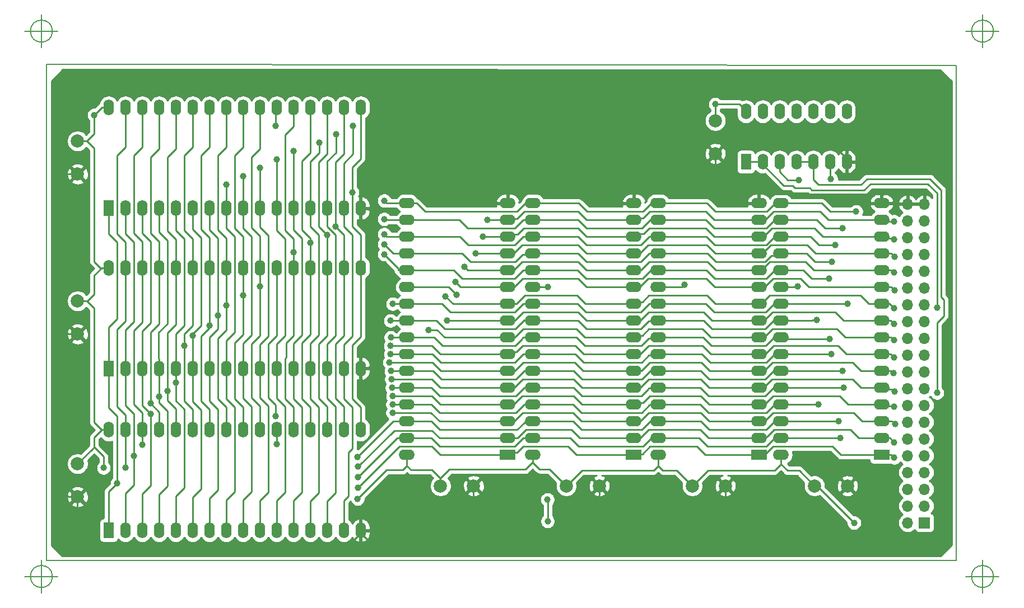
<source format=gbr>
G04 #@! TF.GenerationSoftware,KiCad,Pcbnew,(5.1.4)-1*
G04 #@! TF.CreationDate,2020-05-14T16:46:16+02:00*
G04 #@! TF.ProjectId,omega-ramexpansion,6f6d6567-612d-4726-916d-657870616e73,rev?*
G04 #@! TF.SameCoordinates,Original*
G04 #@! TF.FileFunction,Copper,L2,Bot*
G04 #@! TF.FilePolarity,Positive*
%FSLAX46Y46*%
G04 Gerber Fmt 4.6, Leading zero omitted, Abs format (unit mm)*
G04 Created by KiCad (PCBNEW (5.1.4)-1) date 2020-05-14 16:46:16*
%MOMM*%
%LPD*%
G04 APERTURE LIST*
%ADD10C,0.150000*%
%ADD11R,1.600000X2.400000*%
%ADD12O,1.600000X2.400000*%
%ADD13C,2.000000*%
%ADD14R,2.400000X1.600000*%
%ADD15O,2.400000X1.600000*%
%ADD16O,1.700000X1.700000*%
%ADD17R,1.700000X1.700000*%
%ADD18C,1.000000*%
%ADD19C,0.250000*%
%ADD20C,0.254000*%
G04 APERTURE END LIST*
D10*
X71900000Y-62200000D02*
X71900000Y-137300000D01*
X209400000Y-62300000D02*
X71900000Y-62200000D01*
X209400000Y-62300000D02*
X209400000Y-137300000D01*
X71900000Y-137300000D02*
X209400000Y-137300000D01*
X72786666Y-57150000D02*
G75*
G03X72786666Y-57150000I-1666666J0D01*
G01*
X68620000Y-57150000D02*
X73620000Y-57150000D01*
X71120000Y-54650000D02*
X71120000Y-59650000D01*
X72786666Y-139700000D02*
G75*
G03X72786666Y-139700000I-1666666J0D01*
G01*
X68620000Y-139700000D02*
X73620000Y-139700000D01*
X71120000Y-137200000D02*
X71120000Y-142200000D01*
X215026666Y-57150000D02*
G75*
G03X215026666Y-57150000I-1666666J0D01*
G01*
X210860000Y-57150000D02*
X215860000Y-57150000D01*
X213360000Y-54650000D02*
X213360000Y-59650000D01*
X215026666Y-139700000D02*
G75*
G03X215026666Y-139700000I-1666666J0D01*
G01*
X210860000Y-139700000D02*
X215860000Y-139700000D01*
X213360000Y-137200000D02*
X213360000Y-142200000D01*
D11*
X81280000Y-132715000D03*
D12*
X119380000Y-117475000D03*
X83820000Y-132715000D03*
X116840000Y-117475000D03*
X86360000Y-132715000D03*
X114300000Y-117475000D03*
X88900000Y-132715000D03*
X111760000Y-117475000D03*
X91440000Y-132715000D03*
X109220000Y-117475000D03*
X93980000Y-132715000D03*
X106680000Y-117475000D03*
X96520000Y-132715000D03*
X104140000Y-117475000D03*
X99060000Y-132715000D03*
X101600000Y-117475000D03*
X101600000Y-132715000D03*
X99060000Y-117475000D03*
X104140000Y-132715000D03*
X96520000Y-117475000D03*
X106680000Y-132715000D03*
X93980000Y-117475000D03*
X109220000Y-132715000D03*
X91440000Y-117475000D03*
X111760000Y-132715000D03*
X88900000Y-117475000D03*
X114300000Y-132715000D03*
X86360000Y-117475000D03*
X116840000Y-132715000D03*
X83820000Y-117475000D03*
X119380000Y-132715000D03*
X81280000Y-117475000D03*
D13*
X169498000Y-125984000D03*
X174498000Y-125984000D03*
X150448000Y-125984000D03*
X155448000Y-125984000D03*
X131445000Y-125984000D03*
X136445000Y-125984000D03*
D11*
X81280000Y-108204000D03*
D12*
X119380000Y-92964000D03*
X83820000Y-108204000D03*
X116840000Y-92964000D03*
X86360000Y-108204000D03*
X114300000Y-92964000D03*
X88900000Y-108204000D03*
X111760000Y-92964000D03*
X91440000Y-108204000D03*
X109220000Y-92964000D03*
X93980000Y-108204000D03*
X106680000Y-92964000D03*
X96520000Y-108204000D03*
X104140000Y-92964000D03*
X99060000Y-108204000D03*
X101600000Y-92964000D03*
X101600000Y-108204000D03*
X99060000Y-92964000D03*
X104140000Y-108204000D03*
X96520000Y-92964000D03*
X106680000Y-108204000D03*
X93980000Y-92964000D03*
X109220000Y-108204000D03*
X91440000Y-92964000D03*
X111760000Y-108204000D03*
X88900000Y-92964000D03*
X114300000Y-108204000D03*
X86360000Y-92964000D03*
X116840000Y-108204000D03*
X83820000Y-92964000D03*
X119380000Y-108204000D03*
X81280000Y-92964000D03*
D14*
X160655000Y-121285000D03*
D15*
X145415000Y-83185000D03*
X160655000Y-118745000D03*
X145415000Y-85725000D03*
X160655000Y-116205000D03*
X145415000Y-88265000D03*
X160655000Y-113665000D03*
X145415000Y-90805000D03*
X160655000Y-111125000D03*
X145415000Y-93345000D03*
X160655000Y-108585000D03*
X145415000Y-95885000D03*
X160655000Y-106045000D03*
X145415000Y-98425000D03*
X160655000Y-103505000D03*
X145415000Y-100965000D03*
X160655000Y-100965000D03*
X145415000Y-103505000D03*
X160655000Y-98425000D03*
X145415000Y-106045000D03*
X160655000Y-95885000D03*
X145415000Y-108585000D03*
X160655000Y-93345000D03*
X145415000Y-111125000D03*
X160655000Y-90805000D03*
X145415000Y-113665000D03*
X160655000Y-88265000D03*
X145415000Y-116205000D03*
X160655000Y-85725000D03*
X145415000Y-118745000D03*
X160655000Y-83185000D03*
X145415000Y-121285000D03*
D13*
X76581000Y-122635000D03*
X76581000Y-127635000D03*
X76581000Y-97997000D03*
X76581000Y-102997000D03*
X76581000Y-73787000D03*
X76581000Y-78787000D03*
X187960000Y-125984000D03*
X192960000Y-125984000D03*
D11*
X177596800Y-76911200D03*
D12*
X192836800Y-69291200D03*
X180136800Y-76911200D03*
X190296800Y-69291200D03*
X182676800Y-76911200D03*
X187756800Y-69291200D03*
X185216800Y-76911200D03*
X185216800Y-69291200D03*
X187756800Y-76911200D03*
X182676800Y-69291200D03*
X190296800Y-76911200D03*
X180136800Y-69291200D03*
X192836800Y-76911200D03*
X177596800Y-69291200D03*
D13*
X172974000Y-70692000D03*
X172974000Y-75692000D03*
D11*
X81280000Y-83947000D03*
D12*
X119380000Y-68707000D03*
X83820000Y-83947000D03*
X116840000Y-68707000D03*
X86360000Y-83947000D03*
X114300000Y-68707000D03*
X88900000Y-83947000D03*
X111760000Y-68707000D03*
X91440000Y-83947000D03*
X109220000Y-68707000D03*
X93980000Y-83947000D03*
X106680000Y-68707000D03*
X96520000Y-83947000D03*
X104140000Y-68707000D03*
X99060000Y-83947000D03*
X101600000Y-68707000D03*
X101600000Y-83947000D03*
X99060000Y-68707000D03*
X104140000Y-83947000D03*
X96520000Y-68707000D03*
X106680000Y-83947000D03*
X93980000Y-68707000D03*
X109220000Y-83947000D03*
X91440000Y-68707000D03*
X111760000Y-83947000D03*
X88900000Y-68707000D03*
X114300000Y-83947000D03*
X86360000Y-68707000D03*
X116840000Y-83947000D03*
X83820000Y-68707000D03*
X119380000Y-83947000D03*
X81280000Y-68707000D03*
D14*
X198120000Y-121285000D03*
D15*
X182880000Y-83185000D03*
X198120000Y-118745000D03*
X182880000Y-85725000D03*
X198120000Y-116205000D03*
X182880000Y-88265000D03*
X198120000Y-113665000D03*
X182880000Y-90805000D03*
X198120000Y-111125000D03*
X182880000Y-93345000D03*
X198120000Y-108585000D03*
X182880000Y-95885000D03*
X198120000Y-106045000D03*
X182880000Y-98425000D03*
X198120000Y-103505000D03*
X182880000Y-100965000D03*
X198120000Y-100965000D03*
X182880000Y-103505000D03*
X198120000Y-98425000D03*
X182880000Y-106045000D03*
X198120000Y-95885000D03*
X182880000Y-108585000D03*
X198120000Y-93345000D03*
X182880000Y-111125000D03*
X198120000Y-90805000D03*
X182880000Y-113665000D03*
X198120000Y-88265000D03*
X182880000Y-116205000D03*
X198120000Y-85725000D03*
X182880000Y-118745000D03*
X198120000Y-83185000D03*
X182880000Y-121285000D03*
D14*
X179578000Y-121285000D03*
D15*
X164338000Y-83185000D03*
X179578000Y-118745000D03*
X164338000Y-85725000D03*
X179578000Y-116205000D03*
X164338000Y-88265000D03*
X179578000Y-113665000D03*
X164338000Y-90805000D03*
X179578000Y-111125000D03*
X164338000Y-93345000D03*
X179578000Y-108585000D03*
X164338000Y-95885000D03*
X179578000Y-106045000D03*
X164338000Y-98425000D03*
X179578000Y-103505000D03*
X164338000Y-100965000D03*
X179578000Y-100965000D03*
X164338000Y-103505000D03*
X179578000Y-98425000D03*
X164338000Y-106045000D03*
X179578000Y-95885000D03*
X164338000Y-108585000D03*
X179578000Y-93345000D03*
X164338000Y-111125000D03*
X179578000Y-90805000D03*
X164338000Y-113665000D03*
X179578000Y-88265000D03*
X164338000Y-116205000D03*
X179578000Y-85725000D03*
X164338000Y-118745000D03*
X179578000Y-83185000D03*
X164338000Y-121285000D03*
D14*
X141605000Y-121285000D03*
D15*
X126365000Y-83185000D03*
X141605000Y-118745000D03*
X126365000Y-85725000D03*
X141605000Y-116205000D03*
X126365000Y-88265000D03*
X141605000Y-113665000D03*
X126365000Y-90805000D03*
X141605000Y-111125000D03*
X126365000Y-93345000D03*
X141605000Y-108585000D03*
X126365000Y-95885000D03*
X141605000Y-106045000D03*
X126365000Y-98425000D03*
X141605000Y-103505000D03*
X126365000Y-100965000D03*
X141605000Y-100965000D03*
X126365000Y-103505000D03*
X141605000Y-98425000D03*
X126365000Y-106045000D03*
X141605000Y-95885000D03*
X126365000Y-108585000D03*
X141605000Y-93345000D03*
X126365000Y-111125000D03*
X141605000Y-90805000D03*
X126365000Y-113665000D03*
X141605000Y-88265000D03*
X126365000Y-116205000D03*
X141605000Y-85725000D03*
X126365000Y-118745000D03*
X141605000Y-83185000D03*
X126365000Y-121285000D03*
D16*
X202040000Y-83310000D03*
X204580000Y-83310000D03*
X202040000Y-85850000D03*
X204580000Y-85850000D03*
X202040000Y-88390000D03*
X204580000Y-88390000D03*
X202040000Y-90930000D03*
X204580000Y-90930000D03*
X202040000Y-93470000D03*
X204580000Y-93470000D03*
X202040000Y-96010000D03*
X204580000Y-96010000D03*
X202040000Y-98550000D03*
X204580000Y-98550000D03*
X202040000Y-101090000D03*
X204580000Y-101090000D03*
X202040000Y-103630000D03*
X204580000Y-103630000D03*
X202040000Y-106170000D03*
X204580000Y-106170000D03*
X202040000Y-108710000D03*
X204580000Y-108710000D03*
X202040000Y-111250000D03*
X204580000Y-111250000D03*
X202040000Y-113790000D03*
X204580000Y-113790000D03*
X202040000Y-116330000D03*
X204580000Y-116330000D03*
X202040000Y-118870000D03*
X204580000Y-118870000D03*
X202040000Y-121410000D03*
X204580000Y-121410000D03*
X202040000Y-123950000D03*
X204580000Y-123950000D03*
X202040000Y-126490000D03*
X204580000Y-126490000D03*
X202040000Y-129030000D03*
X204580000Y-129030000D03*
X202040000Y-131570000D03*
D17*
X204580000Y-131570000D03*
D18*
X79095600Y-69841400D03*
X172974000Y-68199000D03*
X118897400Y-127939800D03*
X193952400Y-131570000D03*
X80518000Y-123250000D03*
X200088500Y-81851500D03*
X202800000Y-68600000D03*
X106502200Y-115443000D03*
X106680000Y-119659400D03*
X185420000Y-95821500D03*
X106553000Y-71526400D03*
X147624800Y-95885000D03*
X147599400Y-128041400D03*
X147624800Y-131343400D03*
X168300400Y-95554800D03*
X200025000Y-121729500D03*
X118948200Y-126263400D03*
X82550000Y-125600000D03*
X133858000Y-97028000D03*
X200025000Y-119380000D03*
X118948200Y-123088400D03*
X85090000Y-121412000D03*
X191833500Y-118745000D03*
X118948200Y-124688600D03*
X83820000Y-123190000D03*
X124180600Y-114909600D03*
X200130000Y-116650000D03*
X87600000Y-115100000D03*
X191643000Y-116205000D03*
X86360000Y-119761000D03*
X118900000Y-121600000D03*
X199999600Y-114020600D03*
X124206000Y-112395000D03*
X88900000Y-112500000D03*
X188518800Y-113665000D03*
X190441621Y-79511990D03*
X124180600Y-113639600D03*
X87600000Y-113500000D03*
X200087500Y-111697500D03*
X124002800Y-109829600D03*
X91440000Y-110388400D03*
X192405000Y-111125000D03*
X124104400Y-111125000D03*
X90170000Y-111630000D03*
X199923400Y-108940600D03*
X123723400Y-107289600D03*
X93980000Y-103251000D03*
X192214500Y-108585000D03*
X123977400Y-108585000D03*
X92710000Y-104775000D03*
X123901200Y-104775000D03*
X97790000Y-100203000D03*
X199961500Y-106553000D03*
X190500000Y-106045000D03*
X123901200Y-106019600D03*
X96520000Y-101727000D03*
X199961500Y-103949500D03*
X99060000Y-80391000D03*
X129616200Y-102362000D03*
X190288500Y-103780000D03*
X123926600Y-103505000D03*
X99060000Y-98679000D03*
X200025000Y-101473000D03*
X132384800Y-100965000D03*
X101600000Y-79121000D03*
X185623200Y-79679800D03*
X123875800Y-100965000D03*
X101600000Y-97155000D03*
X188341000Y-100901500D03*
X199961500Y-99060000D03*
X132207000Y-97307400D03*
X104140000Y-77851000D03*
X192976500Y-98425000D03*
X124206000Y-98425000D03*
X104138313Y-95759687D03*
X200088500Y-96393000D03*
X133705600Y-95148400D03*
X106680000Y-76581000D03*
X190200302Y-94615000D03*
X109220000Y-90614500D03*
X122936000Y-90932000D03*
X199948800Y-93700600D03*
X135026400Y-92811600D03*
X109220000Y-75311000D03*
X111760000Y-89204800D03*
X190550800Y-92075000D03*
X122936000Y-89408000D03*
X200088500Y-91313000D03*
X136753600Y-90805000D03*
X113093500Y-74041000D03*
X114300000Y-88011000D03*
X191058800Y-89560400D03*
X122936000Y-87884000D03*
X199974200Y-88671400D03*
X137845800Y-88265000D03*
X115646200Y-72771000D03*
X192214500Y-86995000D03*
X115570000Y-86741000D03*
X122936000Y-85598000D03*
X199974200Y-85928200D03*
X138531600Y-85725000D03*
X118237000Y-71501000D03*
X194246500Y-84455000D03*
X122936000Y-82804000D03*
X118110000Y-81534000D03*
X206502000Y-111912400D03*
X206502000Y-99009200D03*
D19*
X126365000Y-121285000D02*
X126365000Y-122335000D01*
X80230000Y-68707000D02*
X79095600Y-69841400D01*
X81280000Y-68707000D02*
X80230000Y-68707000D01*
X76581000Y-97997000D02*
X77995213Y-97997000D01*
X79095600Y-120120400D02*
X78805400Y-120410600D01*
X78805400Y-120410600D02*
X76581000Y-122635000D01*
X172974000Y-68199000D02*
X172974000Y-70692000D01*
X132778500Y-123507500D02*
X131445000Y-124841000D01*
X144242500Y-123507500D02*
X132778500Y-123507500D01*
X145415000Y-122335000D02*
X144242500Y-123507500D01*
X145415000Y-121285000D02*
X145415000Y-122335000D01*
X131445000Y-125984000D02*
X131445000Y-124841000D01*
X145415000Y-122335000D02*
X145415000Y-122491500D01*
X146359250Y-123435750D02*
X147899750Y-123435750D01*
X145415000Y-122491500D02*
X146359250Y-123435750D01*
X150448000Y-125984000D02*
X147899750Y-123435750D01*
X164338000Y-122936000D02*
X164338000Y-121285000D01*
X163639500Y-123634500D02*
X164338000Y-122936000D01*
X150448000Y-125984000D02*
X152797500Y-123634500D01*
X152797500Y-123634500D02*
X163639500Y-123634500D01*
X164338000Y-122936000D02*
X165036500Y-123634500D01*
X165044750Y-123626250D02*
X167140250Y-123626250D01*
X165036500Y-123634500D02*
X165044750Y-123626250D01*
X169498000Y-125984000D02*
X167140250Y-123626250D01*
X182880000Y-122682000D02*
X182880000Y-121285000D01*
X181927500Y-123634500D02*
X182880000Y-122682000D01*
X169498000Y-125984000D02*
X171847500Y-123634500D01*
X171847500Y-123634500D02*
X181927500Y-123634500D01*
X183864250Y-123666250D02*
X182880000Y-122682000D01*
X185642250Y-123666250D02*
X183864250Y-123666250D01*
X187960000Y-125984000D02*
X185642250Y-123666250D01*
X126365000Y-122936000D02*
X126365000Y-122335000D01*
X127000000Y-123571000D02*
X126365000Y-122936000D01*
X131445000Y-124841000D02*
X130175000Y-123571000D01*
X130175000Y-123571000D02*
X128016000Y-123571000D01*
X123266200Y-123571000D02*
X123037600Y-123799600D01*
X123037600Y-123799600D02*
X118897400Y-127939800D01*
X128016000Y-123571000D02*
X127000000Y-123571000D01*
X125730000Y-123571000D02*
X126365000Y-122936000D01*
X125412500Y-123571000D02*
X125730000Y-123571000D01*
X125412500Y-123571000D02*
X123266200Y-123571000D01*
X78007200Y-97997000D02*
X79095600Y-99085400D01*
X77995213Y-97997000D02*
X78007200Y-97997000D01*
X80022700Y-92964000D02*
X79095600Y-92036900D01*
X81280000Y-92964000D02*
X80022700Y-92964000D01*
X80230000Y-92964000D02*
X81280000Y-92964000D01*
X79095600Y-94098400D02*
X80230000Y-92964000D01*
X79095600Y-96939100D02*
X79095600Y-94098400D01*
X78037700Y-97997000D02*
X79095600Y-96939100D01*
X77995213Y-97997000D02*
X78037700Y-97997000D01*
X79095600Y-74887387D02*
X79095600Y-74968100D01*
X77995213Y-73787000D02*
X79095600Y-74887387D01*
X79095600Y-74968100D02*
X79095600Y-92036900D01*
X79095600Y-72686613D02*
X79095600Y-72224900D01*
X77995213Y-73787000D02*
X79095600Y-72686613D01*
X76581000Y-73787000D02*
X77995213Y-73787000D01*
X79095600Y-69841400D02*
X79095600Y-72224900D01*
X79095600Y-118609400D02*
X79095600Y-118783100D01*
X80230000Y-117475000D02*
X79095600Y-118609400D01*
X79095600Y-118783100D02*
X79095600Y-120120400D01*
X79095600Y-116052600D02*
X79095600Y-116306600D01*
X79095600Y-99085400D02*
X79095600Y-116052600D01*
X81280000Y-117475000D02*
X80230000Y-117475000D01*
X80230000Y-117475000D02*
X80200500Y-117475000D01*
X79095600Y-116370100D02*
X79095600Y-116052600D01*
X80200500Y-117475000D02*
X79095600Y-116370100D01*
X177596800Y-69291200D02*
X177596800Y-69202300D01*
X177596800Y-69202300D02*
X176593500Y-68199000D01*
X176593500Y-68199000D02*
X172974000Y-68199000D01*
X188366400Y-125984000D02*
X187960000Y-125984000D01*
X193952400Y-131570000D02*
X188366400Y-125984000D01*
X80518000Y-121542800D02*
X79095600Y-120120400D01*
X80518000Y-123250000D02*
X80518000Y-121542800D01*
X198120000Y-82135000D02*
X198120000Y-83185000D01*
X198403500Y-81851500D02*
X198120000Y-82135000D01*
X198564500Y-81851500D02*
X198403500Y-81851500D01*
X200088500Y-81851500D02*
X198564500Y-81851500D01*
X179578000Y-81026000D02*
X179610591Y-80993409D01*
X179578000Y-83185000D02*
X179578000Y-81026000D01*
X172974000Y-80960818D02*
X172974000Y-75692000D01*
X173006591Y-80993409D02*
X172974000Y-80960818D01*
X179610591Y-80993409D02*
X173006591Y-80993409D01*
X173006591Y-80993409D02*
X160560591Y-80993409D01*
X160560591Y-82040591D02*
X160560591Y-80993409D01*
X160655000Y-82135000D02*
X160560591Y-82040591D01*
X160655000Y-83185000D02*
X160655000Y-82135000D01*
X141605000Y-81595818D02*
X141605000Y-83185000D01*
X160560591Y-80993409D02*
X142207409Y-80993409D01*
X141445409Y-81436227D02*
X141605000Y-81595818D01*
X141445409Y-80993409D02*
X141445409Y-81436227D01*
X142207409Y-80993409D02*
X141445409Y-80993409D01*
X139362609Y-80993409D02*
X141445409Y-80993409D01*
X134874000Y-76504800D02*
X139362609Y-80993409D01*
X119380000Y-83947000D02*
X119380000Y-78968600D01*
X132257800Y-69570600D02*
X134874000Y-72186800D01*
X120510300Y-77838300D02*
X119380000Y-78968600D01*
X120510300Y-70777100D02*
X120510300Y-77838300D01*
X120510300Y-70777100D02*
X121716800Y-69570600D01*
X174498000Y-134213600D02*
X174498000Y-125984000D01*
X174625000Y-134340600D02*
X174498000Y-134213600D01*
X120605600Y-134340600D02*
X119380000Y-133115000D01*
X155448000Y-127398213D02*
X155397200Y-127449013D01*
X155448000Y-125984000D02*
X155448000Y-127398213D01*
X155397200Y-134239000D02*
X155498800Y-134340600D01*
X155397200Y-127449013D02*
X155397200Y-134239000D01*
X174625000Y-134340600D02*
X155498800Y-134340600D01*
X136445000Y-134217400D02*
X136321800Y-134340600D01*
X136445000Y-125984000D02*
X136445000Y-134217400D01*
X155498800Y-134340600D02*
X136321800Y-134340600D01*
X136321800Y-134340600D02*
X120605600Y-134340600D01*
X75166787Y-127635000D02*
X74244200Y-126712413D01*
X76581000Y-127635000D02*
X75166787Y-127635000D01*
X125501400Y-69570600D02*
X132257800Y-69570600D01*
X75145187Y-78765400D02*
X74244200Y-78765400D01*
X75166787Y-78787000D02*
X75145187Y-78765400D01*
X76581000Y-78787000D02*
X75166787Y-78787000D01*
X75014387Y-102844600D02*
X74244200Y-102844600D01*
X75166787Y-102997000D02*
X75014387Y-102844600D01*
X76581000Y-102997000D02*
X75166787Y-102997000D01*
X74244200Y-126712413D02*
X74244200Y-102844600D01*
X74244200Y-102844600D02*
X74244200Y-78765400D01*
X120430000Y-83947000D02*
X119380000Y-83947000D01*
X121437400Y-84954400D02*
X120430000Y-83947000D01*
X121437400Y-107196600D02*
X121437400Y-84954400D01*
X120430000Y-108204000D02*
X121437400Y-107196600D01*
X119380000Y-108204000D02*
X120430000Y-108204000D01*
X193959999Y-126983999D02*
X193959999Y-128173999D01*
X192960000Y-125984000D02*
X193959999Y-126983999D01*
X193959999Y-128173999D02*
X196418200Y-130632200D01*
X196418200Y-133477000D02*
X195554600Y-134340600D01*
X196418200Y-130632200D02*
X196418200Y-133477000D01*
X195554600Y-134340600D02*
X174625000Y-134340600D01*
X119380000Y-133115000D02*
X119380000Y-132715000D01*
X76581000Y-132689600D02*
X76581000Y-127635000D01*
X78613000Y-134721600D02*
X76581000Y-132689600D01*
X117773400Y-134721600D02*
X78613000Y-134721600D01*
X119380000Y-133115000D02*
X117773400Y-134721600D01*
X74244200Y-71323200D02*
X74244200Y-78765400D01*
X78892400Y-66675000D02*
X74244200Y-71323200D01*
X120142000Y-66675000D02*
X120777000Y-66675000D01*
X120142000Y-66675000D02*
X78892400Y-66675000D01*
X121894600Y-67792600D02*
X121894600Y-69570600D01*
X120777000Y-66675000D02*
X121894600Y-67792600D01*
X121716800Y-69570600D02*
X121894600Y-69570600D01*
X121894600Y-69570600D02*
X125501400Y-69570600D01*
X179610591Y-80993409D02*
X180497909Y-80993409D01*
X181356000Y-81851500D02*
X198564500Y-81851500D01*
X180497909Y-80993409D02*
X181356000Y-81851500D01*
X134874000Y-74549000D02*
X166751000Y-74549000D01*
X134874000Y-72186800D02*
X134874000Y-74549000D01*
X134874000Y-74549000D02*
X134874000Y-76504800D01*
X166751000Y-74549000D02*
X167830500Y-73469500D01*
X192836800Y-76511200D02*
X192836800Y-76911200D01*
X189795100Y-73469500D02*
X192836800Y-76511200D01*
X167830500Y-73469500D02*
X189795100Y-73469500D01*
X194488800Y-76911200D02*
X202800000Y-68600000D01*
X192836800Y-76911200D02*
X194488800Y-76911200D01*
X106680000Y-103276400D02*
X106680000Y-97307400D01*
X106680000Y-97307400D02*
X106680000Y-92964000D01*
X105410000Y-104546400D02*
X106680000Y-103276400D01*
X105410000Y-112649000D02*
X105410000Y-104546400D01*
X106502200Y-113741200D02*
X105410000Y-112649000D01*
X106502200Y-115443000D02*
X106502200Y-113741200D01*
X106680000Y-119659400D02*
X106680000Y-117475000D01*
X185356500Y-95885000D02*
X185420000Y-95821500D01*
X182880000Y-95885000D02*
X185356500Y-95885000D01*
X106553000Y-68834000D02*
X106680000Y-68707000D01*
X106553000Y-71526400D02*
X106553000Y-68834000D01*
X147624800Y-128066800D02*
X147599400Y-128041400D01*
X147624800Y-131343400D02*
X147624800Y-128066800D01*
X145415000Y-95885000D02*
X147624800Y-95885000D01*
X164338000Y-95885000D02*
X167970200Y-95885000D01*
X167970200Y-95885000D02*
X168300400Y-95554800D01*
X140580000Y-121600000D02*
X140640000Y-121500000D01*
X141040000Y-121140000D02*
X140580000Y-121600000D01*
X199580500Y-121285000D02*
X198120000Y-121285000D01*
X200025000Y-121729500D02*
X199580500Y-121285000D01*
X191960500Y-121285000D02*
X198120000Y-121285000D01*
X190690500Y-120015000D02*
X191960500Y-121285000D01*
X81280000Y-101981000D02*
X81280000Y-108204000D01*
X82550000Y-100711000D02*
X81280000Y-101981000D01*
X82550000Y-89077800D02*
X82550000Y-100711000D01*
X81280000Y-87807800D02*
X82550000Y-89077800D01*
X81280000Y-83947000D02*
X81280000Y-87807800D01*
X182016400Y-120015000D02*
X181686200Y-120015000D01*
X182016400Y-120015000D02*
X190690500Y-120015000D01*
X180416200Y-121285000D02*
X179578000Y-121285000D01*
X181686200Y-120015000D02*
X180416200Y-121285000D01*
X140155000Y-121285000D02*
X141605000Y-121285000D01*
X131368800Y-121285000D02*
X140155000Y-121285000D01*
X130098800Y-120015000D02*
X131368800Y-121285000D01*
X125196600Y-120015000D02*
X130098800Y-120015000D01*
X118948200Y-126263400D02*
X125196600Y-120015000D01*
X141960600Y-120929400D02*
X141605000Y-121285000D01*
X143027400Y-120929400D02*
X141960600Y-120929400D01*
X143941800Y-120015000D02*
X143027400Y-120929400D01*
X150723600Y-120015000D02*
X143941800Y-120015000D01*
X151993600Y-121285000D02*
X150723600Y-120015000D01*
X160655000Y-121285000D02*
X151993600Y-121285000D01*
X160782000Y-121158000D02*
X160655000Y-121285000D01*
X161950400Y-121158000D02*
X160782000Y-121158000D01*
X163093400Y-120015000D02*
X161950400Y-121158000D01*
X170180000Y-120015000D02*
X163093400Y-120015000D01*
X171450000Y-121285000D02*
X170180000Y-120015000D01*
X179578000Y-121285000D02*
X171450000Y-121285000D01*
X81280000Y-126870000D02*
X82550000Y-125600000D01*
X81280000Y-132715000D02*
X81280000Y-126870000D01*
X81280000Y-112720000D02*
X81280000Y-108204000D01*
X81280000Y-114180000D02*
X81280000Y-112720000D01*
X82550000Y-115450000D02*
X81280000Y-114180000D01*
X82550000Y-125600000D02*
X82550000Y-115450000D01*
X132715000Y-95885000D02*
X133858000Y-97028000D01*
X126365000Y-95885000D02*
X132715000Y-95885000D01*
X199390000Y-118745000D02*
X200025000Y-119380000D01*
X198120000Y-118745000D02*
X199390000Y-118745000D01*
X83820000Y-108204000D02*
X83820000Y-102362000D01*
X84683600Y-101498400D02*
X85064600Y-101117400D01*
X83820000Y-87858600D02*
X83820000Y-83947000D01*
X85090000Y-89128600D02*
X83820000Y-87858600D01*
X85090000Y-101092000D02*
X84378800Y-101803200D01*
X85090000Y-98806000D02*
X85090000Y-101092000D01*
X84378800Y-101803200D02*
X84683600Y-101498400D01*
X83820000Y-102362000D02*
X84378800Y-101803200D01*
X85090000Y-98806000D02*
X85090000Y-89128600D01*
X124441791Y-117594809D02*
X118948200Y-123088400D01*
X130142409Y-117594809D02*
X124441791Y-117594809D01*
X131292600Y-118745000D02*
X130142409Y-117594809D01*
X141605000Y-118745000D02*
X131292600Y-118745000D01*
X179781200Y-118541800D02*
X179578000Y-118745000D01*
X180771800Y-118541800D02*
X179781200Y-118541800D01*
X181838600Y-117475000D02*
X180771800Y-118541800D01*
X193421000Y-117475000D02*
X181838600Y-117475000D01*
X194691000Y-118745000D02*
X193421000Y-117475000D01*
X198120000Y-118745000D02*
X194691000Y-118745000D01*
X161594800Y-118745000D02*
X160655000Y-118745000D01*
X162864800Y-117475000D02*
X161594800Y-118745000D01*
X170662600Y-117475000D02*
X162864800Y-117475000D01*
X179578000Y-118745000D02*
X171932600Y-118745000D01*
X171932600Y-118745000D02*
X170662600Y-117475000D01*
X144325000Y-117475000D02*
X143055000Y-118745000D01*
X143055000Y-118745000D02*
X141605000Y-118745000D01*
X152527000Y-118745000D02*
X151257000Y-117475000D01*
X160655000Y-118745000D02*
X152527000Y-118745000D01*
X151257000Y-117475000D02*
X144325000Y-117475000D01*
X83820000Y-113020000D02*
X83820000Y-108204000D01*
X83820000Y-113820000D02*
X83820000Y-113020000D01*
X85090000Y-115090000D02*
X83820000Y-113820000D01*
X85090000Y-125806200D02*
X85090000Y-115090000D01*
X83820000Y-127076200D02*
X85090000Y-125806200D01*
X83820000Y-132715000D02*
X83820000Y-127076200D01*
X182880000Y-118745000D02*
X191833500Y-118745000D01*
X124891800Y-118745000D02*
X126365000Y-118745000D01*
X123308068Y-120328732D02*
X124891800Y-118745000D01*
X118948200Y-124688600D02*
X118948200Y-124696136D01*
X118948200Y-124696136D02*
X123308068Y-120336268D01*
X123308068Y-120336268D02*
X123308068Y-120328732D01*
X130073400Y-118745000D02*
X126365000Y-118745000D01*
X131343400Y-120015000D02*
X130073400Y-118745000D01*
X142695000Y-120015000D02*
X131343400Y-120015000D01*
X143965000Y-118745000D02*
X142695000Y-120015000D01*
X145415000Y-118745000D02*
X143965000Y-118745000D01*
X170510200Y-118745000D02*
X164338000Y-118745000D01*
X171780200Y-120015000D02*
X170510200Y-118745000D01*
X180721000Y-120015000D02*
X171780200Y-120015000D01*
X182880000Y-118745000D02*
X181991000Y-118745000D01*
X181991000Y-118745000D02*
X180721000Y-120015000D01*
X151079200Y-118745000D02*
X145415000Y-118745000D01*
X152349200Y-120015000D02*
X151079200Y-118745000D01*
X162026600Y-120015000D02*
X152349200Y-120015000D01*
X163296600Y-118745000D02*
X162026600Y-120015000D01*
X164338000Y-118745000D02*
X163296600Y-118745000D01*
X83820000Y-74676000D02*
X83820000Y-68707000D01*
X82550000Y-75946000D02*
X83820000Y-74676000D01*
X82550000Y-87807800D02*
X82550000Y-75946000D01*
X83820000Y-89077800D02*
X82550000Y-87807800D01*
X83820000Y-92964000D02*
X83820000Y-89077800D01*
X83820000Y-123190000D02*
X83820000Y-117475000D01*
X83820000Y-101015800D02*
X83820000Y-92964000D01*
X82550000Y-102285800D02*
X83820000Y-101015800D01*
X82550000Y-113950000D02*
X82550000Y-102285800D01*
X83820000Y-115220000D02*
X82550000Y-113950000D01*
X83820000Y-117475000D02*
X83820000Y-115220000D01*
X195199000Y-116205000D02*
X198120000Y-116205000D01*
X193929000Y-114935000D02*
X195199000Y-116205000D01*
X86360000Y-87757000D02*
X86360000Y-83947000D01*
X87630000Y-89027000D02*
X86360000Y-87757000D01*
X87630000Y-101269800D02*
X87630000Y-89027000D01*
X86360000Y-108204000D02*
X86360000Y-102539800D01*
X86360000Y-102539800D02*
X87630000Y-101269800D01*
X140155000Y-116205000D02*
X141605000Y-116205000D01*
X131292600Y-116205000D02*
X140155000Y-116205000D01*
X129997200Y-114909600D02*
X131292600Y-116205000D01*
X124180600Y-114909600D02*
X129997200Y-114909600D01*
X141605000Y-116205000D02*
X142621000Y-116205000D01*
X142621000Y-116205000D02*
X143891000Y-114935000D01*
X143891000Y-114935000D02*
X151511000Y-114935000D01*
X152781000Y-116205000D02*
X160655000Y-116205000D01*
X151511000Y-114935000D02*
X152781000Y-116205000D01*
X160655000Y-116205000D02*
X161671000Y-116205000D01*
X161671000Y-116205000D02*
X162941000Y-114935000D01*
X162941000Y-114935000D02*
X170789600Y-114935000D01*
X172059600Y-116205000D02*
X179578000Y-116205000D01*
X170789600Y-114935000D02*
X172059600Y-116205000D01*
X181813200Y-114935000D02*
X193929000Y-114935000D01*
X180467000Y-116205000D02*
X179578000Y-116205000D01*
X181813200Y-114935000D02*
X181737000Y-114935000D01*
X181737000Y-114935000D02*
X180467000Y-116205000D01*
X199685000Y-116205000D02*
X200130000Y-116650000D01*
X198120000Y-116205000D02*
X199685000Y-116205000D01*
X86360000Y-127160000D02*
X86360000Y-132715000D01*
X87630000Y-125890000D02*
X86360000Y-127160000D01*
X87630000Y-115900000D02*
X87630000Y-125890000D01*
X87600000Y-115100000D02*
X87600000Y-115870000D01*
X87600000Y-115870000D02*
X87630000Y-115900000D01*
X86360000Y-113860000D02*
X87600000Y-115100000D01*
X86360000Y-108204000D02*
X86360000Y-113860000D01*
X191643000Y-116205000D02*
X182880000Y-116205000D01*
X130022600Y-116205000D02*
X126365000Y-116205000D01*
X145415000Y-116205000D02*
X144297400Y-116205000D01*
X144297400Y-116205000D02*
X144094200Y-116408200D01*
X144094200Y-116408200D02*
X144068800Y-116408200D01*
X144068800Y-116408200D02*
X143002000Y-117475000D01*
X143002000Y-117475000D02*
X131292600Y-117475000D01*
X131292600Y-117475000D02*
X130022600Y-116205000D01*
X182880000Y-116205000D02*
X181991000Y-116205000D01*
X181991000Y-116205000D02*
X180721000Y-117475000D01*
X180721000Y-117475000D02*
X172034200Y-117475000D01*
X170764200Y-116205000D02*
X164338000Y-116205000D01*
X172034200Y-117475000D02*
X170764200Y-116205000D01*
X151485600Y-116205000D02*
X145415000Y-116205000D01*
X152755600Y-117475000D02*
X151485600Y-116205000D01*
X161925000Y-117475000D02*
X152755600Y-117475000D01*
X164338000Y-116205000D02*
X163195000Y-116205000D01*
X163195000Y-116205000D02*
X161925000Y-117475000D01*
X86360000Y-74676000D02*
X86360000Y-68707000D01*
X85090000Y-75946000D02*
X86360000Y-74676000D01*
X85090000Y-87731600D02*
X85090000Y-75946000D01*
X86360000Y-89001600D02*
X85090000Y-87731600D01*
X86360000Y-92964000D02*
X86360000Y-89001600D01*
X86360000Y-119761000D02*
X86360000Y-117475000D01*
X124295000Y-116205000D02*
X118900000Y-121600000D01*
X126365000Y-116205000D02*
X124295000Y-116205000D01*
X86360000Y-101219000D02*
X86360000Y-92964000D01*
X85090000Y-102489000D02*
X86360000Y-101219000D01*
X85090000Y-113690000D02*
X85090000Y-102489000D01*
X86360000Y-114960000D02*
X85090000Y-113690000D01*
X86360000Y-117475000D02*
X86360000Y-114960000D01*
X193040000Y-113665000D02*
X198120000Y-113665000D01*
X191770000Y-112395000D02*
X193040000Y-113665000D01*
X88900000Y-87579200D02*
X88900000Y-83947000D01*
X88900000Y-106754000D02*
X88823800Y-106677800D01*
X88900000Y-108204000D02*
X88900000Y-106754000D01*
X88823800Y-106677800D02*
X88823800Y-102768400D01*
X88823800Y-102768400D02*
X90170000Y-101422200D01*
X90170000Y-101422200D02*
X90170000Y-88849200D01*
X90170000Y-88849200D02*
X88900000Y-87579200D01*
X199920000Y-113940000D02*
X198720000Y-113940000D01*
X199999600Y-114020600D02*
X199920000Y-113940000D01*
X131368800Y-113665000D02*
X136855200Y-113665000D01*
X130124200Y-112420400D02*
X131368800Y-113665000D01*
X130124200Y-112395000D02*
X130124200Y-112420400D01*
X124206000Y-112395000D02*
X130124200Y-112395000D01*
X136855200Y-113665000D02*
X141605000Y-113665000D01*
X179578000Y-113665000D02*
X180441600Y-113665000D01*
X181711600Y-112395000D02*
X181965600Y-112395000D01*
X180441600Y-113665000D02*
X181711600Y-112395000D01*
X181965600Y-112395000D02*
X191770000Y-112395000D01*
X141605000Y-113665000D02*
X142494000Y-113665000D01*
X142494000Y-113665000D02*
X143764000Y-112395000D01*
X143764000Y-112395000D02*
X151561800Y-112395000D01*
X152831800Y-113665000D02*
X160655000Y-113665000D01*
X151561800Y-112395000D02*
X152831800Y-113665000D01*
X160934400Y-113385600D02*
X160655000Y-113665000D01*
X162077400Y-113385600D02*
X160934400Y-113385600D01*
X163068000Y-112395000D02*
X162077400Y-113385600D01*
X170738800Y-112395000D02*
X163068000Y-112395000D01*
X179578000Y-113665000D02*
X172008800Y-113665000D01*
X172008800Y-113665000D02*
X170738800Y-112395000D01*
X88900000Y-110200000D02*
X88900000Y-108204000D01*
X88900000Y-112500000D02*
X88900000Y-110200000D01*
X88900000Y-113400000D02*
X88900000Y-112500000D01*
X90170000Y-114670000D02*
X88900000Y-113400000D01*
X90170000Y-126009400D02*
X90170000Y-114670000D01*
X88900000Y-132715000D02*
X88900000Y-127279400D01*
X88900000Y-127279400D02*
X90170000Y-126009400D01*
X188518800Y-113665000D02*
X182880000Y-113665000D01*
X144145000Y-113665000D02*
X145415000Y-113665000D01*
X142875000Y-114935000D02*
X144145000Y-113665000D01*
X131343400Y-114935000D02*
X142875000Y-114935000D01*
X126365000Y-113665000D02*
X130073400Y-113665000D01*
X130073400Y-113665000D02*
X131343400Y-114935000D01*
X164236400Y-113766600D02*
X164338000Y-113665000D01*
X163017200Y-113766600D02*
X164236400Y-113766600D01*
X161848800Y-114935000D02*
X163017200Y-113766600D01*
X152704800Y-114935000D02*
X161848800Y-114935000D01*
X151434800Y-113665000D02*
X152704800Y-114935000D01*
X145415000Y-113665000D02*
X151434800Y-113665000D01*
X181965600Y-113665000D02*
X182880000Y-113665000D01*
X180695600Y-114935000D02*
X181965600Y-113665000D01*
X171983400Y-114935000D02*
X180695600Y-114935000D01*
X170713400Y-113665000D02*
X171983400Y-114935000D01*
X164338000Y-113665000D02*
X170713400Y-113665000D01*
X190296800Y-79367169D02*
X190441621Y-79511990D01*
X190296800Y-76911200D02*
X190296800Y-79367169D01*
X88900000Y-74930000D02*
X88900000Y-68707000D01*
X87630000Y-76200000D02*
X88900000Y-74930000D01*
X87630000Y-87782400D02*
X87630000Y-76200000D01*
X88900000Y-89052400D02*
X87630000Y-87782400D01*
X88900000Y-92964000D02*
X88900000Y-89052400D01*
X124206000Y-113665000D02*
X124180600Y-113639600D01*
X126365000Y-113665000D02*
X124206000Y-113665000D01*
X87630000Y-102743000D02*
X88900000Y-101473000D01*
X88900000Y-101473000D02*
X88900000Y-92964000D01*
X88900000Y-114800000D02*
X87600000Y-113500000D01*
X88900000Y-117475000D02*
X88900000Y-114800000D01*
X87600000Y-111760000D02*
X87600000Y-113500000D01*
X87630000Y-111730000D02*
X87600000Y-111760000D01*
X87630000Y-111730000D02*
X87630000Y-102743000D01*
X198720000Y-111400000D02*
X199790000Y-111400000D01*
X199790000Y-111400000D02*
X200087500Y-111697500D01*
X195008500Y-111125000D02*
X198120000Y-111125000D01*
X193738500Y-109855000D02*
X195008500Y-111125000D01*
X91440000Y-132715000D02*
X91440000Y-127533400D01*
X91440000Y-127533400D02*
X92710000Y-126263400D01*
X92710000Y-126263400D02*
X92710000Y-114376200D01*
X91440000Y-108204000D02*
X91440000Y-102946200D01*
X91440000Y-102946200D02*
X92710000Y-101676200D01*
X92710000Y-101676200D02*
X92710000Y-88595200D01*
X91440000Y-87325200D02*
X91440000Y-83947000D01*
X92710000Y-88595200D02*
X91440000Y-87325200D01*
X92710000Y-114376200D02*
X92100400Y-113766600D01*
X92100400Y-113766600D02*
X91440000Y-113106200D01*
X91440000Y-113106200D02*
X91440000Y-110388400D01*
X91440000Y-110388400D02*
X91440000Y-108204000D01*
X181584600Y-109855000D02*
X193738500Y-109855000D01*
X180289200Y-111125000D02*
X179578000Y-111125000D01*
X181584600Y-109855000D02*
X181559200Y-109855000D01*
X181559200Y-109855000D02*
X180289200Y-111125000D01*
X124427064Y-109829600D02*
X124002800Y-109829600D01*
X130124200Y-109829600D02*
X124427064Y-109829600D01*
X131419600Y-111125000D02*
X130124200Y-109829600D01*
X141605000Y-111125000D02*
X131419600Y-111125000D01*
X152857200Y-111125000D02*
X160655000Y-111125000D01*
X151587200Y-109855000D02*
X152857200Y-111125000D01*
X143814800Y-109855000D02*
X151587200Y-109855000D01*
X141605000Y-111125000D02*
X142544800Y-111125000D01*
X142544800Y-111125000D02*
X143814800Y-109855000D01*
X160655000Y-111125000D02*
X161620200Y-111125000D01*
X161620200Y-111125000D02*
X162890200Y-109855000D01*
X162890200Y-109855000D02*
X170789600Y-109855000D01*
X172059600Y-111125000D02*
X179578000Y-111125000D01*
X170789600Y-109855000D02*
X172059600Y-111125000D01*
X182880000Y-111125000D02*
X192405000Y-111125000D01*
X126365000Y-111125000D02*
X124104400Y-111125000D01*
X144119600Y-111125000D02*
X145415000Y-111125000D01*
X142849600Y-112395000D02*
X144119600Y-111125000D01*
X131343400Y-112395000D02*
X142849600Y-112395000D01*
X126365000Y-111125000D02*
X130073400Y-111125000D01*
X130073400Y-111125000D02*
X131343400Y-112395000D01*
X182880000Y-111125000D02*
X181787800Y-111125000D01*
X181787800Y-111125000D02*
X180517800Y-112395000D01*
X180517800Y-112395000D02*
X171958000Y-112395000D01*
X170688000Y-111125000D02*
X164338000Y-111125000D01*
X171958000Y-112395000D02*
X170688000Y-111125000D01*
X151561800Y-111125000D02*
X145415000Y-111125000D01*
X152831800Y-112395000D02*
X151561800Y-111125000D01*
X164236400Y-111226600D02*
X164338000Y-111125000D01*
X162941000Y-111226600D02*
X164236400Y-111226600D01*
X162725100Y-111467900D02*
X161798000Y-112395000D01*
X162725100Y-111442500D02*
X162725100Y-111467900D01*
X161798000Y-112395000D02*
X152831800Y-112395000D01*
X162725100Y-111442500D02*
X162941000Y-111226600D01*
X91440000Y-74676000D02*
X91440000Y-68707000D01*
X91440000Y-74930000D02*
X91440000Y-74676000D01*
X90170000Y-76200000D02*
X91440000Y-74930000D01*
X90170000Y-87401400D02*
X90170000Y-76200000D01*
X91440000Y-88671400D02*
X90170000Y-87401400D01*
X91440000Y-92964000D02*
X91440000Y-88671400D01*
X91440000Y-101574600D02*
X91440000Y-92964000D01*
X90170000Y-102844600D02*
X91440000Y-101574600D01*
X90170000Y-111630000D02*
X90170000Y-102844600D01*
X91440000Y-114350800D02*
X91440000Y-117475000D01*
X90170000Y-111630000D02*
X90170000Y-113080800D01*
X90170000Y-113080800D02*
X91440000Y-114350800D01*
X195008500Y-108585000D02*
X198120000Y-108585000D01*
X193738500Y-107315000D02*
X195008500Y-108585000D01*
X93980000Y-132715000D02*
X93980000Y-127711200D01*
X93980000Y-127711200D02*
X95250000Y-126441200D01*
X95250000Y-126441200D02*
X95250000Y-114477800D01*
X95250000Y-114477800D02*
X93980000Y-113207800D01*
X93980000Y-108204000D02*
X93980000Y-103022400D01*
X93980000Y-103022400D02*
X95250000Y-101752400D01*
X95250000Y-101752400D02*
X95250000Y-88442800D01*
X93980000Y-87172800D02*
X93980000Y-83947000D01*
X95250000Y-88442800D02*
X93980000Y-87172800D01*
X199580500Y-108585000D02*
X198120000Y-108585000D01*
X199923400Y-108940600D02*
X199580500Y-108585000D01*
X93980000Y-113207800D02*
X93980000Y-111785400D01*
X93980000Y-111785400D02*
X93980000Y-108204000D01*
X181686200Y-107315000D02*
X193738500Y-107315000D01*
X180365400Y-108585000D02*
X179578000Y-108585000D01*
X181686200Y-107315000D02*
X181635400Y-107315000D01*
X181635400Y-107315000D02*
X180365400Y-108585000D01*
X161798000Y-108585000D02*
X160655000Y-108585000D01*
X163068000Y-107315000D02*
X161798000Y-108585000D01*
X170840400Y-107315000D02*
X163068000Y-107315000D01*
X179578000Y-108585000D02*
X172110400Y-108585000D01*
X172110400Y-108585000D02*
X170840400Y-107315000D01*
X142671800Y-108585000D02*
X141605000Y-108585000D01*
X143941800Y-107315000D02*
X142671800Y-108585000D01*
X151688800Y-107315000D02*
X143941800Y-107315000D01*
X160655000Y-108585000D02*
X152958800Y-108585000D01*
X152958800Y-108585000D02*
X151688800Y-107315000D01*
X130225800Y-107289600D02*
X124147664Y-107289600D01*
X131521200Y-108585000D02*
X130225800Y-107289600D01*
X141605000Y-108585000D02*
X131521200Y-108585000D01*
X124147664Y-107289600D02*
X123723400Y-107289600D01*
X192236000Y-108585000D02*
X182880000Y-108585000D01*
X192214500Y-108585000D02*
X192236000Y-108585000D01*
X126365000Y-108585000D02*
X123977400Y-108585000D01*
X182880000Y-108585000D02*
X181813200Y-108585000D01*
X181813200Y-108585000D02*
X180543200Y-109855000D01*
X180543200Y-109855000D02*
X172008800Y-109855000D01*
X170738800Y-108585000D02*
X164338000Y-108585000D01*
X172008800Y-109855000D02*
X170738800Y-108585000D01*
X164338000Y-108585000D02*
X163195000Y-108585000D01*
X163195000Y-108585000D02*
X161925000Y-109855000D01*
X161925000Y-109855000D02*
X152857200Y-109855000D01*
X151587200Y-108585000D02*
X145415000Y-108585000D01*
X152857200Y-109855000D02*
X151587200Y-108585000D01*
X144145000Y-108585000D02*
X145415000Y-108585000D01*
X142875000Y-109855000D02*
X144145000Y-108585000D01*
X131597400Y-109855000D02*
X142875000Y-109855000D01*
X126365000Y-108585000D02*
X130327400Y-108585000D01*
X130327400Y-108585000D02*
X131597400Y-109855000D01*
X92710000Y-113106200D02*
X93980000Y-114376200D01*
X93980000Y-114376200D02*
X93980000Y-117475000D01*
X92710000Y-104775000D02*
X92710000Y-113106200D01*
X93980000Y-101473000D02*
X93980000Y-92964000D01*
X93980000Y-101727000D02*
X93980000Y-101473000D01*
X92710000Y-102997000D02*
X93980000Y-101727000D01*
X92710000Y-104775000D02*
X92710000Y-102997000D01*
X93980000Y-74676000D02*
X93980000Y-68707000D01*
X92710000Y-75946000D02*
X93980000Y-74676000D01*
X92710000Y-87325200D02*
X92710000Y-75946000D01*
X93980000Y-88595200D02*
X92710000Y-87325200D01*
X93980000Y-92964000D02*
X93980000Y-88595200D01*
X199453500Y-106045000D02*
X199961500Y-106553000D01*
X198120000Y-106045000D02*
X199453500Y-106045000D01*
X96520000Y-127838200D02*
X96520000Y-132715000D01*
X97790000Y-126568200D02*
X96520000Y-127838200D01*
X97790000Y-114427000D02*
X97790000Y-126568200D01*
X96520000Y-113157000D02*
X97790000Y-114427000D01*
X96520000Y-108204000D02*
X96520000Y-113157000D01*
X192786000Y-106045000D02*
X196670000Y-106045000D01*
X196670000Y-106045000D02*
X198120000Y-106045000D01*
X191516000Y-104775000D02*
X192786000Y-106045000D01*
X181763810Y-104775000D02*
X191516000Y-104775000D01*
X180493810Y-106045000D02*
X181763810Y-104775000D01*
X179705000Y-106045000D02*
X180493810Y-106045000D01*
X161594800Y-106045000D02*
X160655000Y-106045000D01*
X162864800Y-104775000D02*
X161594800Y-106045000D01*
X171069000Y-104775000D02*
X162864800Y-104775000D01*
X179578000Y-106045000D02*
X172339000Y-106045000D01*
X172339000Y-106045000D02*
X171069000Y-104775000D01*
X160655000Y-106045000D02*
X153111200Y-106045000D01*
X153111200Y-106045000D02*
X151841200Y-104775000D01*
X151841200Y-104775000D02*
X143840200Y-104775000D01*
X143840200Y-104775000D02*
X142900400Y-105714800D01*
X141935200Y-105714800D02*
X141605000Y-106045000D01*
X142900400Y-105714800D02*
X141935200Y-105714800D01*
X130175000Y-104775000D02*
X123901200Y-104775000D01*
X131445000Y-106045000D02*
X130175000Y-104775000D01*
X141605000Y-106045000D02*
X131445000Y-106045000D01*
X96520000Y-87223600D02*
X96520000Y-83947000D01*
X97790000Y-88493600D02*
X96520000Y-87223600D01*
X97790000Y-100203000D02*
X97790000Y-102209600D01*
X97790000Y-102209600D02*
X96520000Y-103479600D01*
X96520000Y-103479600D02*
X96520000Y-105765600D01*
X96520000Y-105765600D02*
X96520000Y-108204000D01*
X97790000Y-100203000D02*
X97790000Y-88493600D01*
X190500000Y-106045000D02*
X182880000Y-106045000D01*
X126365000Y-106045000D02*
X124637800Y-106045000D01*
X124637800Y-106045000D02*
X123926600Y-106045000D01*
X123926600Y-106045000D02*
X123901200Y-106019600D01*
X182880000Y-106045000D02*
X181965600Y-106045000D01*
X181965600Y-106045000D02*
X180695600Y-107315000D01*
X180695600Y-107315000D02*
X172186600Y-107315000D01*
X164160200Y-106222800D02*
X164338000Y-106045000D01*
X162941000Y-106222800D02*
X164160200Y-106222800D01*
X161848800Y-107315000D02*
X162941000Y-106222800D01*
X153111200Y-107315000D02*
X161848800Y-107315000D01*
X145415000Y-106045000D02*
X151841200Y-106045000D01*
X151841200Y-106045000D02*
X153111200Y-107315000D01*
X170916600Y-106045000D02*
X171526200Y-106654600D01*
X164338000Y-106045000D02*
X170916600Y-106045000D01*
X172186600Y-107315000D02*
X171526200Y-106654600D01*
X171526200Y-106654600D02*
X171297600Y-106426000D01*
X130225800Y-106045000D02*
X126365000Y-106045000D01*
X131495800Y-107315000D02*
X130225800Y-106045000D01*
X142695000Y-107315000D02*
X131495800Y-107315000D01*
X143965000Y-106045000D02*
X142695000Y-107315000D01*
X145415000Y-106045000D02*
X143965000Y-106045000D01*
X96520000Y-101727000D02*
X96520000Y-92964000D01*
X96520000Y-102082600D02*
X95250000Y-103352600D01*
X95250000Y-103352600D02*
X95250000Y-113157000D01*
X95250000Y-113157000D02*
X96520000Y-114427000D01*
X96520000Y-114427000D02*
X96520000Y-117475000D01*
X96520000Y-101727000D02*
X96520000Y-102082600D01*
X96520000Y-74676000D02*
X96520000Y-68707000D01*
X95250000Y-75946000D02*
X96520000Y-74676000D01*
X95250000Y-87122000D02*
X95250000Y-75946000D01*
X96520000Y-88392000D02*
X95250000Y-87122000D01*
X96520000Y-92964000D02*
X96520000Y-88392000D01*
X199961500Y-103949500D02*
X199771000Y-103759000D01*
X199570000Y-103505000D02*
X198120000Y-103505000D01*
X199771000Y-103706000D02*
X199570000Y-103505000D01*
X199771000Y-103759000D02*
X199771000Y-103706000D01*
X99060000Y-112801400D02*
X99060000Y-108204000D01*
X100330000Y-114071400D02*
X99060000Y-112801400D01*
X100330000Y-126898400D02*
X100330000Y-114071400D01*
X99060000Y-132715000D02*
X99060000Y-128168400D01*
X99060000Y-128168400D02*
X100330000Y-126898400D01*
X99060000Y-104038400D02*
X99060000Y-108204000D01*
X100330000Y-102768400D02*
X99060000Y-104038400D01*
X100330000Y-88214200D02*
X100330000Y-102768400D01*
X99060000Y-86944200D02*
X100330000Y-88214200D01*
X99060000Y-83947000D02*
X99060000Y-86944200D01*
X192659000Y-103505000D02*
X198120000Y-103505000D01*
X191389000Y-102235000D02*
X192659000Y-103505000D01*
X181610000Y-102235000D02*
X191389000Y-102235000D01*
X179578000Y-103505000D02*
X180340000Y-103505000D01*
X180340000Y-103505000D02*
X181610000Y-102235000D01*
X160934400Y-103225600D02*
X160655000Y-103505000D01*
X161950400Y-103225600D02*
X160934400Y-103225600D01*
X162941000Y-102235000D02*
X161950400Y-103225600D01*
X171069000Y-102235000D02*
X162941000Y-102235000D01*
X179578000Y-103505000D02*
X172339000Y-103505000D01*
X172339000Y-103505000D02*
X171069000Y-102235000D01*
X142671800Y-103505000D02*
X141605000Y-103505000D01*
X143941800Y-102235000D02*
X142671800Y-103505000D01*
X151993600Y-102235000D02*
X143941800Y-102235000D01*
X160655000Y-103505000D02*
X153263600Y-103505000D01*
X153263600Y-103505000D02*
X151993600Y-102235000D01*
X99060000Y-83947000D02*
X99060000Y-80391000D01*
X132056010Y-103505000D02*
X141605000Y-103505000D01*
X130913010Y-102362000D02*
X132056010Y-103505000D01*
X129616200Y-102362000D02*
X130913010Y-102362000D01*
X190288500Y-103780000D02*
X183480000Y-103780000D01*
X123926600Y-103505000D02*
X126365000Y-103505000D01*
X163296600Y-103505000D02*
X164338000Y-103505000D01*
X152019000Y-103505000D02*
X153289000Y-104775000D01*
X145415000Y-103505000D02*
X152019000Y-103505000D01*
X153289000Y-104775000D02*
X161772600Y-104775000D01*
X161772600Y-104775000D02*
X162864800Y-103682800D01*
X162864800Y-103682800D02*
X163118800Y-103682800D01*
X163118800Y-103682800D02*
X163296600Y-103505000D01*
X181737000Y-103505000D02*
X182880000Y-103505000D01*
X171119800Y-103505000D02*
X172389800Y-104775000D01*
X164338000Y-103505000D02*
X171119800Y-103505000D01*
X172389800Y-104775000D02*
X180568600Y-104775000D01*
X180568600Y-104775000D02*
X181686200Y-103657400D01*
X181686200Y-103657400D02*
X181686200Y-103555800D01*
X181686200Y-103555800D02*
X181737000Y-103505000D01*
X130505200Y-103505000D02*
X129971800Y-103505000D01*
X145415000Y-103505000D02*
X143965000Y-103505000D01*
X143965000Y-103505000D02*
X143788300Y-103681700D01*
X143788300Y-103681700D02*
X143788300Y-103709300D01*
X143788300Y-103709300D02*
X142722600Y-104775000D01*
X142722600Y-104775000D02*
X131775200Y-104775000D01*
X131775200Y-104775000D02*
X130505200Y-103505000D01*
X129971800Y-103505000D02*
X126365000Y-103505000D01*
X99060000Y-114096800D02*
X99060000Y-117475000D01*
X99060000Y-92964000D02*
X99060000Y-98679000D01*
X99060000Y-98679000D02*
X99060000Y-102387400D01*
X99060000Y-102387400D02*
X97790000Y-103657400D01*
X97790000Y-103657400D02*
X97790000Y-112826800D01*
X97790000Y-112826800D02*
X99060000Y-114096800D01*
X99060000Y-74676000D02*
X99060000Y-68707000D01*
X97790000Y-75946000D02*
X99060000Y-74676000D01*
X97790000Y-87249000D02*
X97790000Y-75946000D01*
X99060000Y-88519000D02*
X97790000Y-87249000D01*
X99060000Y-92964000D02*
X99060000Y-88519000D01*
X199517000Y-100965000D02*
X200025000Y-101473000D01*
X198120000Y-100965000D02*
X199517000Y-100965000D01*
X101600000Y-112699800D02*
X101600000Y-108204000D01*
X102870000Y-113969800D02*
X101600000Y-112699800D01*
X102870000Y-126898400D02*
X102870000Y-113969800D01*
X101600000Y-132715000D02*
X101600000Y-128168400D01*
X101600000Y-128168400D02*
X102870000Y-126898400D01*
X101600000Y-108204000D02*
X101600000Y-104419400D01*
X101600000Y-104419400D02*
X102870000Y-103149400D01*
X101600000Y-86944200D02*
X101600000Y-83947000D01*
X102870000Y-88214200D02*
X101600000Y-86944200D01*
X102870000Y-103149400D02*
X102870000Y-101803200D01*
X102870000Y-101803200D02*
X102870000Y-88214200D01*
X198120000Y-100965000D02*
X192341500Y-100965000D01*
X192341500Y-100965000D02*
X191071500Y-99695000D01*
X181737000Y-99695000D02*
X181584600Y-99695000D01*
X191071500Y-99695000D02*
X181737000Y-99695000D01*
X180314600Y-100965000D02*
X179578000Y-100965000D01*
X181584600Y-99695000D02*
X180314600Y-100965000D01*
X172440600Y-100965000D02*
X179578000Y-100965000D01*
X171170600Y-99695000D02*
X172440600Y-100965000D01*
X162941000Y-99695000D02*
X171170600Y-99695000D01*
X161671000Y-100965000D02*
X162941000Y-99695000D01*
X160655000Y-100965000D02*
X161671000Y-100965000D01*
X153466800Y-100965000D02*
X160655000Y-100965000D01*
X152196800Y-99695000D02*
X153466800Y-100965000D01*
X143967200Y-99695000D02*
X152196800Y-99695000D01*
X141605000Y-100965000D02*
X142697200Y-100965000D01*
X142697200Y-100965000D02*
X143967200Y-99695000D01*
X141605000Y-100965000D02*
X132384800Y-100965000D01*
X101600000Y-83947000D02*
X101600000Y-79121000D01*
X185623200Y-79679800D02*
X183921400Y-79679800D01*
X182676800Y-78435200D02*
X182676800Y-76911200D01*
X183921400Y-79679800D02*
X182676800Y-78435200D01*
X126365000Y-100965000D02*
X123875800Y-100965000D01*
X130810000Y-100965000D02*
X126365000Y-100965000D01*
X132080000Y-102235000D02*
X130810000Y-100965000D01*
X142773400Y-102235000D02*
X132080000Y-102235000D01*
X144119600Y-100888800D02*
X142773400Y-102235000D01*
X145415000Y-100965000D02*
X145338800Y-100888800D01*
X145338800Y-100888800D02*
X144119600Y-100888800D01*
X164236400Y-101066600D02*
X164338000Y-100965000D01*
X162890200Y-101066600D02*
X164236400Y-101066600D01*
X161721800Y-102235000D02*
X162890200Y-101066600D01*
X153466800Y-102235000D02*
X161721800Y-102235000D01*
X145415000Y-100965000D02*
X152196800Y-100965000D01*
X152196800Y-100965000D02*
X153466800Y-102235000D01*
X181787800Y-100965000D02*
X182880000Y-100965000D01*
X180517800Y-102235000D02*
X181787800Y-100965000D01*
X172491400Y-102235000D02*
X180517800Y-102235000D01*
X164338000Y-100965000D02*
X171221400Y-100965000D01*
X171221400Y-100965000D02*
X172491400Y-102235000D01*
X101600000Y-114071400D02*
X101600000Y-117475000D01*
X101600000Y-97155000D02*
X101600000Y-103073200D01*
X101600000Y-103073200D02*
X100330000Y-104343200D01*
X100330000Y-104343200D02*
X100330000Y-112801400D01*
X100330000Y-112801400D02*
X101600000Y-114071400D01*
X101600000Y-92964000D02*
X101600000Y-97155000D01*
X101600000Y-74676000D02*
X101600000Y-68707000D01*
X100330000Y-75946000D02*
X101600000Y-74676000D01*
X100330000Y-86944200D02*
X100330000Y-75946000D01*
X101600000Y-88214200D02*
X100330000Y-86944200D01*
X101600000Y-92964000D02*
X101600000Y-88214200D01*
X187706000Y-100901500D02*
X187642500Y-100965000D01*
X188341000Y-100901500D02*
X187706000Y-100901500D01*
X182880000Y-100965000D02*
X187642500Y-100965000D01*
X199326500Y-98425000D02*
X199961500Y-99060000D01*
X198120000Y-98425000D02*
X199326500Y-98425000D01*
X196151500Y-98425000D02*
X198120000Y-98425000D01*
X194881500Y-97155000D02*
X196151500Y-98425000D01*
X181229000Y-97155000D02*
X194881500Y-97155000D01*
X179959000Y-98425000D02*
X181229000Y-97155000D01*
X179705000Y-98425000D02*
X179959000Y-98425000D01*
X104140000Y-112623600D02*
X104140000Y-108204000D01*
X105410000Y-113893600D02*
X104140000Y-112623600D01*
X105410000Y-126949200D02*
X105410000Y-113893600D01*
X104140000Y-132715000D02*
X104140000Y-128219200D01*
X104140000Y-128219200D02*
X105410000Y-126949200D01*
X104140000Y-86842600D02*
X104140000Y-83947000D01*
X105410000Y-88112600D02*
X104140000Y-86842600D01*
X104140000Y-108204000D02*
X104140000Y-104571800D01*
X104140000Y-104571800D02*
X105410000Y-103301800D01*
X105410000Y-103301800D02*
X105410000Y-99314000D01*
X105410000Y-99314000D02*
X105410000Y-88112600D01*
X160934400Y-98145600D02*
X160655000Y-98425000D01*
X161950400Y-98145600D02*
X160934400Y-98145600D01*
X162941000Y-97155000D02*
X161950400Y-98145600D01*
X171704000Y-97155000D02*
X162941000Y-97155000D01*
X179578000Y-98425000D02*
X172974000Y-98425000D01*
X172974000Y-98425000D02*
X171704000Y-97155000D01*
X142900400Y-98425000D02*
X141605000Y-98425000D01*
X144170400Y-97155000D02*
X142900400Y-98425000D01*
X152095200Y-97155000D02*
X144170400Y-97155000D01*
X160655000Y-98425000D02*
X153365200Y-98425000D01*
X153365200Y-98425000D02*
X152095200Y-97155000D01*
X133324600Y-98425000D02*
X132207000Y-97307400D01*
X133578600Y-98425000D02*
X133324600Y-98425000D01*
X141605000Y-98425000D02*
X133578600Y-98425000D01*
X104140000Y-79248000D02*
X104140000Y-77851000D01*
X104140000Y-83947000D02*
X104140000Y-79248000D01*
X192976500Y-98425000D02*
X182880000Y-98425000D01*
X104140000Y-113893600D02*
X104140000Y-117475000D01*
X102870000Y-112623600D02*
X104140000Y-113893600D01*
X102870000Y-104495600D02*
X102870000Y-112623600D01*
X104140000Y-103225600D02*
X102870000Y-104495600D01*
X104140000Y-92964000D02*
X104140000Y-100584000D01*
X104140000Y-100584000D02*
X104140000Y-103225600D01*
X126365000Y-98425000D02*
X124206000Y-98425000D01*
X182880000Y-98425000D02*
X181889400Y-98425000D01*
X181889400Y-98425000D02*
X180619400Y-99695000D01*
X180619400Y-99695000D02*
X172770800Y-99695000D01*
X171500800Y-98425000D02*
X164338000Y-98425000D01*
X172770800Y-99695000D02*
X171500800Y-98425000D01*
X131673600Y-98425000D02*
X126365000Y-98425000D01*
X132943600Y-99695000D02*
X131673600Y-98425000D01*
X142695000Y-99695000D02*
X132943600Y-99695000D01*
X143965000Y-98425000D02*
X142695000Y-99695000D01*
X145415000Y-98425000D02*
X143965000Y-98425000D01*
X163017200Y-98425000D02*
X164338000Y-98425000D01*
X161747200Y-99695000D02*
X163017200Y-98425000D01*
X153441400Y-99695000D02*
X161747200Y-99695000D01*
X145415000Y-98425000D02*
X152171400Y-98425000D01*
X152171400Y-98425000D02*
X153441400Y-99695000D01*
X104140000Y-74930000D02*
X104140000Y-68707000D01*
X102870000Y-76200000D02*
X104140000Y-74930000D01*
X102870000Y-86868000D02*
X102870000Y-76200000D01*
X104140000Y-88138000D02*
X102870000Y-86868000D01*
X104140000Y-92964000D02*
X104140000Y-88138000D01*
X199580500Y-95885000D02*
X200088500Y-96393000D01*
X198120000Y-95885000D02*
X199580500Y-95885000D01*
X106680000Y-132715000D02*
X106680000Y-128219200D01*
X106680000Y-128219200D02*
X107950000Y-126949200D01*
X107950000Y-126949200D02*
X107950000Y-114020600D01*
X106680000Y-112750600D02*
X106680000Y-108204000D01*
X107950000Y-114020600D02*
X106680000Y-112750600D01*
X106680000Y-108204000D02*
X106680000Y-104495600D01*
X106680000Y-104495600D02*
X107950000Y-103225600D01*
X107950000Y-103225600D02*
X107950000Y-88569800D01*
X106680000Y-87299800D02*
X106680000Y-83947000D01*
X107950000Y-88569800D02*
X106680000Y-87299800D01*
X134442200Y-95885000D02*
X133705600Y-95148400D01*
X141605000Y-95885000D02*
X134442200Y-95885000D01*
X141605000Y-95885000D02*
X142570200Y-95885000D01*
X142570200Y-95885000D02*
X143840200Y-94615000D01*
X143840200Y-94615000D02*
X152222200Y-94615000D01*
X153492200Y-95885000D02*
X160655000Y-95885000D01*
X152222200Y-94615000D02*
X153492200Y-95885000D01*
X160655000Y-95885000D02*
X161569400Y-95885000D01*
X161569400Y-95885000D02*
X162839400Y-94615000D01*
X162839400Y-94615000D02*
X171653200Y-94615000D01*
X172923200Y-95885000D02*
X179578000Y-95885000D01*
X171653200Y-94615000D02*
X172923200Y-95885000D01*
X196670000Y-95885000D02*
X198120000Y-95885000D01*
X187121800Y-95885000D02*
X196670000Y-95885000D01*
X185851800Y-94615000D02*
X187121800Y-95885000D01*
X181686200Y-94615000D02*
X185851800Y-94615000D01*
X179578000Y-95885000D02*
X180416200Y-95885000D01*
X180416200Y-95885000D02*
X181686200Y-94615000D01*
X106680000Y-83947000D02*
X106680000Y-76581000D01*
X109220000Y-114071400D02*
X109220000Y-117475000D01*
X109220000Y-103251000D02*
X108094990Y-104376010D01*
X109220000Y-92964000D02*
X109220000Y-103251000D01*
X108094990Y-104376010D02*
X108094990Y-106560410D01*
X108094990Y-106560410D02*
X107950000Y-106705400D01*
X107950000Y-106705400D02*
X107950000Y-112801400D01*
X107950000Y-112801400D02*
X109220000Y-114071400D01*
X182880000Y-93345000D02*
X181940200Y-93345000D01*
X181940200Y-93345000D02*
X180670200Y-94615000D01*
X180670200Y-94615000D02*
X172897800Y-94615000D01*
X172897800Y-94615000D02*
X171627800Y-93345000D01*
X133477000Y-93345000D02*
X126365000Y-93345000D01*
X134747000Y-94615000D02*
X133477000Y-93345000D01*
X142671800Y-94615000D02*
X134747000Y-94615000D01*
X143941800Y-93345000D02*
X142671800Y-94615000D01*
X145415000Y-93345000D02*
X143941800Y-93345000D01*
X171627800Y-93345000D02*
X164338000Y-93345000D01*
X164338000Y-93345000D02*
X163245800Y-93345000D01*
X163245800Y-93345000D02*
X161975800Y-94615000D01*
X161975800Y-94615000D02*
X153416000Y-94615000D01*
X152146000Y-93345000D02*
X145415000Y-93345000D01*
X153416000Y-94615000D02*
X152146000Y-93345000D01*
X186232800Y-93345000D02*
X187502800Y-94615000D01*
X182880000Y-93345000D02*
X186232800Y-93345000D01*
X187502800Y-94615000D02*
X190200302Y-94615000D01*
X125095000Y-93345000D02*
X126365000Y-93345000D01*
X125095000Y-93091000D02*
X125095000Y-93345000D01*
X122936000Y-90932000D02*
X125095000Y-93091000D01*
X109220000Y-71564500D02*
X109220000Y-68707000D01*
X107950000Y-72834500D02*
X109220000Y-71564500D01*
X107950000Y-87299800D02*
X107950000Y-72834500D01*
X109220000Y-88569800D02*
X107950000Y-87299800D01*
X109220000Y-92964000D02*
X109220000Y-88569800D01*
X109220000Y-112826800D02*
X109220000Y-108204000D01*
X110490000Y-114096800D02*
X109220000Y-112826800D01*
X110490000Y-126974600D02*
X110490000Y-114096800D01*
X109220000Y-132715000D02*
X109220000Y-128244600D01*
X109220000Y-128244600D02*
X110490000Y-126974600D01*
X109220000Y-87249000D02*
X109220000Y-83947000D01*
X110490000Y-88519000D02*
X109220000Y-87249000D01*
X110490000Y-103149400D02*
X110490000Y-88519000D01*
X109220000Y-108204000D02*
X109220000Y-104419400D01*
X109220000Y-104419400D02*
X110490000Y-103149400D01*
X199580500Y-93345000D02*
X198120000Y-93345000D01*
X199948800Y-93700600D02*
X199580500Y-93345000D01*
X135559800Y-93345000D02*
X135026400Y-92811600D01*
X141605000Y-93345000D02*
X135559800Y-93345000D01*
X141605000Y-93345000D02*
X142468600Y-93345000D01*
X142468600Y-93345000D02*
X143738600Y-92075000D01*
X143738600Y-92075000D02*
X152247600Y-92075000D01*
X153517600Y-93345000D02*
X160655000Y-93345000D01*
X152247600Y-92075000D02*
X153517600Y-93345000D01*
X160655000Y-93345000D02*
X161696400Y-93345000D01*
X161696400Y-93345000D02*
X162966400Y-92075000D01*
X162966400Y-92075000D02*
X171754800Y-92075000D01*
X173024800Y-93345000D02*
X179578000Y-93345000D01*
X171754800Y-92075000D02*
X173024800Y-93345000D01*
X189169592Y-93345000D02*
X198120000Y-93345000D01*
X187883800Y-93345000D02*
X189169592Y-93345000D01*
X186613800Y-92075000D02*
X187883800Y-93345000D01*
X181229000Y-92075000D02*
X186613800Y-92075000D01*
X179959000Y-93345000D02*
X181229000Y-92075000D01*
X179705000Y-93345000D02*
X179959000Y-93345000D01*
X109220000Y-76962000D02*
X109220000Y-75311000D01*
X109220000Y-76962000D02*
X109220000Y-83947000D01*
X111760000Y-92964000D02*
X111760000Y-103098600D01*
X111760000Y-103098600D02*
X110490000Y-104368600D01*
X110490000Y-104368600D02*
X110490000Y-112801400D01*
X111760000Y-114071400D02*
X111760000Y-117475000D01*
X110490000Y-112801400D02*
X111760000Y-114071400D01*
X111760000Y-89204800D02*
X111760000Y-92964000D01*
X146865000Y-90805000D02*
X145415000Y-90805000D01*
X152222200Y-90805000D02*
X146865000Y-90805000D01*
X153492200Y-92075000D02*
X152222200Y-90805000D01*
X161747200Y-92075000D02*
X153492200Y-92075000D01*
X164338000Y-90805000D02*
X163017200Y-90805000D01*
X163017200Y-90805000D02*
X161747200Y-92075000D01*
X182549800Y-91135200D02*
X182880000Y-90805000D01*
X181483000Y-91135200D02*
X182549800Y-91135200D01*
X180543200Y-92075000D02*
X181483000Y-91135200D01*
X173024800Y-92075000D02*
X180543200Y-92075000D01*
X164338000Y-90805000D02*
X171754800Y-90805000D01*
X171754800Y-90805000D02*
X173024800Y-92075000D01*
X134391400Y-90805000D02*
X126365000Y-90805000D01*
X145288000Y-90932000D02*
X143891000Y-90932000D01*
X145415000Y-90805000D02*
X145288000Y-90932000D01*
X143891000Y-90932000D02*
X142748000Y-92075000D01*
X142748000Y-92075000D02*
X136017000Y-92075000D01*
X136017000Y-92075000D02*
X134747000Y-90805000D01*
X134747000Y-90805000D02*
X134391400Y-90805000D01*
X188087000Y-92075000D02*
X190550800Y-92075000D01*
X186817000Y-90805000D02*
X188087000Y-92075000D01*
X182880000Y-90805000D02*
X186817000Y-90805000D01*
X126365000Y-90805000D02*
X124333000Y-90805000D01*
X124333000Y-90805000D02*
X122936000Y-89408000D01*
X111760000Y-75539600D02*
X110490000Y-76809600D01*
X111760000Y-68707000D02*
X111760000Y-75539600D01*
X110490000Y-76809600D02*
X110490000Y-87274400D01*
X110490000Y-87274400D02*
X111760000Y-88544400D01*
X111760000Y-88544400D02*
X111760000Y-89204800D01*
X198120000Y-90805000D02*
X199580500Y-90805000D01*
X199580500Y-90805000D02*
X200088500Y-91313000D01*
X111760000Y-132715000D02*
X111760000Y-128270000D01*
X111760000Y-128270000D02*
X113030000Y-127000000D01*
X113030000Y-127000000D02*
X113030000Y-114071400D01*
X111760000Y-112801400D02*
X111760000Y-108204000D01*
X113030000Y-114071400D02*
X111760000Y-112801400D01*
X111760000Y-108204000D02*
X111760000Y-104419400D01*
X111760000Y-104419400D02*
X113030000Y-103149400D01*
X113030000Y-103149400D02*
X113030000Y-88036400D01*
X111760000Y-86766400D02*
X111760000Y-83947000D01*
X113030000Y-88036400D02*
X111760000Y-86766400D01*
X136753600Y-90805000D02*
X140155000Y-90805000D01*
X140155000Y-90805000D02*
X141605000Y-90805000D01*
X141605000Y-90805000D02*
X142494000Y-90805000D01*
X142494000Y-90805000D02*
X143764000Y-89535000D01*
X143764000Y-89535000D02*
X152222200Y-89535000D01*
X159205000Y-90805000D02*
X160655000Y-90805000D01*
X153492200Y-90805000D02*
X159205000Y-90805000D01*
X152222200Y-89535000D02*
X153492200Y-90805000D01*
X160655000Y-90805000D02*
X161569400Y-90805000D01*
X161569400Y-90805000D02*
X162839400Y-89535000D01*
X162839400Y-89535000D02*
X171729400Y-89535000D01*
X172999400Y-90805000D02*
X179578000Y-90805000D01*
X171729400Y-89535000D02*
X172999400Y-90805000D01*
X196670000Y-90805000D02*
X198120000Y-90805000D01*
X188163200Y-90805000D02*
X196670000Y-90805000D01*
X186893200Y-89535000D02*
X188163200Y-90805000D01*
X181375000Y-89535000D02*
X186893200Y-89535000D01*
X179705000Y-90805000D02*
X180105000Y-90805000D01*
X180105000Y-90805000D02*
X181375000Y-89535000D01*
X111760000Y-76911200D02*
X111760000Y-83947000D01*
X113093500Y-75577700D02*
X111760000Y-76911200D01*
X113093500Y-74041000D02*
X113093500Y-75577700D01*
X114300000Y-68707000D02*
X114300000Y-75692000D01*
X114300000Y-75692000D02*
X113030000Y-76962000D01*
X113030000Y-76962000D02*
X113030000Y-86741000D01*
X114300000Y-88011000D02*
X114300000Y-92964000D01*
X113030000Y-86741000D02*
X114300000Y-88011000D01*
X114300000Y-92964000D02*
X114300000Y-103276400D01*
X114300000Y-103276400D02*
X113030000Y-104546400D01*
X113030000Y-104546400D02*
X113030000Y-112725200D01*
X114300000Y-113995200D02*
X114300000Y-117475000D01*
X113030000Y-112725200D02*
X114300000Y-113995200D01*
X182880000Y-88265000D02*
X181965600Y-88265000D01*
X181965600Y-88265000D02*
X180695600Y-89535000D01*
X180695600Y-89535000D02*
X172923200Y-89535000D01*
X171653200Y-88265000D02*
X164338000Y-88265000D01*
X172923200Y-89535000D02*
X171653200Y-88265000D01*
X143965000Y-88265000D02*
X145415000Y-88265000D01*
X142695000Y-89535000D02*
X143965000Y-88265000D01*
X135610600Y-89535000D02*
X142695000Y-89535000D01*
X134340600Y-88265000D02*
X135610600Y-89535000D01*
X126365000Y-88265000D02*
X134340600Y-88265000D01*
X164312600Y-88290400D02*
X164338000Y-88265000D01*
X162991800Y-88290400D02*
X164312600Y-88290400D01*
X161747200Y-89535000D02*
X162991800Y-88290400D01*
X153492200Y-89535000D02*
X161747200Y-89535000D01*
X145415000Y-88265000D02*
X152222200Y-88265000D01*
X152222200Y-88265000D02*
X153492200Y-89535000D01*
X187121800Y-88265000D02*
X182880000Y-88265000D01*
X187350400Y-88265000D02*
X187121800Y-88265000D01*
X191058800Y-89560400D02*
X188645800Y-89560400D01*
X188645800Y-89560400D02*
X187350400Y-88265000D01*
X126365000Y-88265000D02*
X123317000Y-88265000D01*
X123317000Y-88265000D02*
X122936000Y-87884000D01*
X114300000Y-132715000D02*
X114300000Y-128270000D01*
X114300000Y-128270000D02*
X115570000Y-127000000D01*
X115570000Y-127000000D02*
X115570000Y-113995200D01*
X114300000Y-112725200D02*
X114300000Y-108204000D01*
X115570000Y-113995200D02*
X114300000Y-112725200D01*
X114300000Y-86766400D02*
X114300000Y-83947000D01*
X115570000Y-88036400D02*
X114300000Y-86766400D01*
X115570000Y-103251000D02*
X115570000Y-88036400D01*
X114300000Y-108204000D02*
X114300000Y-104521000D01*
X114300000Y-104521000D02*
X115570000Y-103251000D01*
X199820000Y-88540000D02*
X198720000Y-88540000D01*
X199974200Y-88671400D02*
X199820000Y-88540000D01*
X137845800Y-88265000D02*
X139293600Y-88265000D01*
X139293600Y-88265000D02*
X141605000Y-88265000D01*
X161061400Y-87858600D02*
X160655000Y-88265000D01*
X162102800Y-87858600D02*
X161061400Y-87858600D01*
X162966400Y-86995000D02*
X162102800Y-87858600D01*
X171577000Y-86995000D02*
X162966400Y-86995000D01*
X179578000Y-88265000D02*
X172847000Y-88265000D01*
X172847000Y-88265000D02*
X171577000Y-86995000D01*
X160655000Y-88265000D02*
X153466800Y-88265000D01*
X153466800Y-88265000D02*
X152196800Y-86995000D01*
X152196800Y-86995000D02*
X143992600Y-86995000D01*
X143992600Y-86995000D02*
X143052800Y-87934800D01*
X141935200Y-87934800D02*
X141605000Y-88265000D01*
X143052800Y-87934800D02*
X141935200Y-87934800D01*
X189814200Y-88265000D02*
X198120000Y-88265000D01*
X189204600Y-88265000D02*
X189814200Y-88265000D01*
X187934600Y-86995000D02*
X189204600Y-88265000D01*
X181509810Y-86995000D02*
X187934600Y-86995000D01*
X179705000Y-88265000D02*
X180239810Y-88265000D01*
X180239810Y-88265000D02*
X181509810Y-86995000D01*
X115646200Y-75514200D02*
X114300000Y-76860400D01*
X114300000Y-76860400D02*
X114300000Y-83947000D01*
X115646200Y-72771000D02*
X115646200Y-75514200D01*
X115570000Y-76962000D02*
X116840000Y-75692000D01*
X115570000Y-86741000D02*
X115570000Y-76962000D01*
X116840000Y-88011000D02*
X115570000Y-86741000D01*
X116840000Y-92964000D02*
X116840000Y-88011000D01*
X116840000Y-92964000D02*
X116840000Y-103225600D01*
X116840000Y-103225600D02*
X115570000Y-104495600D01*
X115570000Y-104495600D02*
X115570000Y-112750600D01*
X116840000Y-114020600D02*
X116840000Y-117475000D01*
X115570000Y-112750600D02*
X116840000Y-114020600D01*
X116840000Y-75692000D02*
X116840000Y-75387200D01*
X116840000Y-75387200D02*
X116840000Y-68707000D01*
X181914800Y-85725000D02*
X182880000Y-85725000D01*
X180644800Y-86995000D02*
X181914800Y-85725000D01*
X172847000Y-86995000D02*
X180644800Y-86995000D01*
X171577000Y-85725000D02*
X172847000Y-86995000D01*
X164338000Y-85725000D02*
X171577000Y-85725000D01*
X164338000Y-85725000D02*
X163144200Y-85725000D01*
X163144200Y-85725000D02*
X161874200Y-86995000D01*
X161874200Y-86995000D02*
X153492200Y-86995000D01*
X152222200Y-85725000D02*
X145415000Y-85725000D01*
X153492200Y-86995000D02*
X152222200Y-85725000D01*
X143965000Y-85725000D02*
X145415000Y-85725000D01*
X142695000Y-86995000D02*
X143965000Y-85725000D01*
X135585200Y-86995000D02*
X142695000Y-86995000D01*
X134315200Y-85725000D02*
X135585200Y-86995000D01*
X126365000Y-85725000D02*
X134315200Y-85725000D01*
X191770000Y-86995000D02*
X192214500Y-86995000D01*
X189534800Y-86995000D02*
X191770000Y-86995000D01*
X188264800Y-85725000D02*
X189534800Y-86995000D01*
X182880000Y-85725000D02*
X188264800Y-85725000D01*
X126365000Y-85725000D02*
X123063000Y-85725000D01*
X123063000Y-85725000D02*
X122936000Y-85598000D01*
X198720000Y-86000000D02*
X199150000Y-86000000D01*
X116840000Y-86715600D02*
X116840000Y-83947000D01*
X118110000Y-87985600D02*
X116840000Y-86715600D01*
X118110000Y-103352600D02*
X118110000Y-87985600D01*
X116840000Y-108204000D02*
X116840000Y-104622600D01*
X116840000Y-104622600D02*
X118110000Y-103352600D01*
X199974200Y-85928200D02*
X198310500Y-85915500D01*
X198310500Y-85915500D02*
X198120000Y-85725000D01*
X138531600Y-85725000D02*
X140155000Y-85725000D01*
X140155000Y-85725000D02*
X141605000Y-85725000D01*
X179578000Y-85725000D02*
X172770800Y-85725000D01*
X172770800Y-85725000D02*
X171500800Y-84455000D01*
X171500800Y-84455000D02*
X163068000Y-84455000D01*
X163068000Y-84455000D02*
X162052000Y-85471000D01*
X160909000Y-85471000D02*
X160655000Y-85725000D01*
X162052000Y-85471000D02*
X160909000Y-85471000D01*
X141782800Y-85547200D02*
X141605000Y-85725000D01*
X143027400Y-85547200D02*
X141782800Y-85547200D01*
X144119600Y-84455000D02*
X143027400Y-85547200D01*
X152196800Y-84455000D02*
X144119600Y-84455000D01*
X160655000Y-85725000D02*
X153466800Y-85725000D01*
X153466800Y-85725000D02*
X152196800Y-84455000D01*
X190055500Y-85725000D02*
X198120000Y-85725000D01*
X188785500Y-84455000D02*
X190055500Y-85725000D01*
X181762400Y-84455000D02*
X188785500Y-84455000D01*
X179578000Y-85725000D02*
X180492400Y-85725000D01*
X180492400Y-85725000D02*
X181762400Y-84455000D01*
X116840000Y-77139800D02*
X116840000Y-83947000D01*
X118237000Y-75742800D02*
X116840000Y-77139800D01*
X118237000Y-71501000D02*
X118237000Y-75742800D01*
X116840000Y-128219200D02*
X116840000Y-132715000D01*
X116840000Y-108204000D02*
X116840000Y-112776000D01*
X116840000Y-112776000D02*
X118110000Y-114046000D01*
X117554600Y-120895400D02*
X118110000Y-120340000D01*
X117554600Y-127504600D02*
X117554600Y-120895400D01*
X118110000Y-114046000D02*
X118110000Y-120340000D01*
X117554600Y-127504600D02*
X116840000Y-128219200D01*
X194246500Y-84455000D02*
X190373000Y-84455000D01*
X189103000Y-83185000D02*
X182880000Y-83185000D01*
X190373000Y-84455000D02*
X189103000Y-83185000D01*
X119380000Y-92964000D02*
X119380000Y-103428800D01*
X119380000Y-103428800D02*
X118110000Y-104698800D01*
X118110000Y-104698800D02*
X118110000Y-112826800D01*
X119380000Y-114096800D02*
X119380000Y-117475000D01*
X118110000Y-112826800D02*
X119380000Y-114096800D01*
X182880000Y-83185000D02*
X182041800Y-83185000D01*
X182041800Y-83185000D02*
X180771800Y-84455000D01*
X180771800Y-84455000D02*
X172974000Y-84455000D01*
X171704000Y-83185000D02*
X164338000Y-83185000D01*
X172974000Y-84455000D02*
X171704000Y-83185000D01*
X164338000Y-83185000D02*
X163296600Y-83185000D01*
X163296600Y-83185000D02*
X162026600Y-84455000D01*
X162026600Y-84455000D02*
X153593800Y-84455000D01*
X152323800Y-83185000D02*
X145415000Y-83185000D01*
X153593800Y-84455000D02*
X152323800Y-83185000D01*
X126365000Y-83185000D02*
X126085600Y-83185000D01*
X126085600Y-83185000D02*
X126136400Y-83134200D01*
X144272000Y-83185000D02*
X145415000Y-83185000D01*
X143002000Y-84455000D02*
X144272000Y-83185000D01*
X129085000Y-84455000D02*
X143002000Y-84455000D01*
X127815000Y-83185000D02*
X129085000Y-84455000D01*
X126365000Y-83185000D02*
X127815000Y-83185000D01*
X119380000Y-71424800D02*
X119380000Y-68707000D01*
X119380000Y-76454000D02*
X119380000Y-71424800D01*
X118110000Y-77724000D02*
X119380000Y-76454000D01*
X119380000Y-87960200D02*
X118110000Y-86690200D01*
X119380000Y-92964000D02*
X119380000Y-87960200D01*
X126365000Y-83185000D02*
X123317000Y-83185000D01*
X123317000Y-83185000D02*
X122936000Y-82804000D01*
X118110000Y-86690200D02*
X118110000Y-81534000D01*
X118110000Y-81534000D02*
X118110000Y-77724000D01*
X202040000Y-113790000D02*
X202500000Y-113790000D01*
X186706800Y-76911200D02*
X185216800Y-76911200D01*
X187756800Y-76911200D02*
X186706800Y-76911200D01*
X206502000Y-101269800D02*
X206502000Y-111912400D01*
X207518000Y-100253800D02*
X206502000Y-101269800D01*
X207518000Y-97790000D02*
X207518000Y-100253800D01*
X207127001Y-97399001D02*
X207518000Y-97790000D01*
X207127001Y-81206501D02*
X207127001Y-97399001D01*
X187756800Y-76911200D02*
X187756800Y-79616300D01*
X187756800Y-79616300D02*
X188531500Y-80391000D01*
X188531500Y-80391000D02*
X195008500Y-80391000D01*
X195008500Y-80391000D02*
X195897500Y-79502000D01*
X195897500Y-79502000D02*
X205422500Y-79502000D01*
X205422500Y-79502000D02*
X207127001Y-81206501D01*
X178646800Y-76911200D02*
X180136800Y-76911200D01*
X177596800Y-76911200D02*
X178646800Y-76911200D01*
X206502000Y-98584936D02*
X206502000Y-99009200D01*
X206502000Y-81661000D02*
X206502000Y-98584936D01*
X187579000Y-81216500D02*
X195453000Y-81216500D01*
X187261500Y-80899000D02*
X187579000Y-81216500D01*
X180136800Y-76911200D02*
X180136800Y-77311200D01*
X180136800Y-77311200D02*
X183080050Y-80254450D01*
X205105000Y-80264000D02*
X206502000Y-81661000D01*
X195453000Y-81216500D02*
X196405500Y-80264000D01*
X185039000Y-80899000D02*
X187261500Y-80899000D01*
X183080050Y-80254450D02*
X183080050Y-80273550D01*
X183080050Y-80273550D02*
X183324500Y-80518000D01*
X196405500Y-80264000D02*
X205105000Y-80264000D01*
X183324500Y-80518000D02*
X184658000Y-80518000D01*
X184658000Y-80518000D02*
X185039000Y-80899000D01*
D20*
G36*
X206958118Y-63008224D02*
G01*
X208690000Y-64740106D01*
X208690001Y-134903893D01*
X207003894Y-136590000D01*
X74237606Y-136590000D01*
X72610000Y-134962394D01*
X72610000Y-128770413D01*
X75625192Y-128770413D01*
X75720956Y-129034814D01*
X76010571Y-129175704D01*
X76322108Y-129257384D01*
X76643595Y-129276718D01*
X76962675Y-129232961D01*
X77267088Y-129127795D01*
X77441044Y-129034814D01*
X77536808Y-128770413D01*
X76581000Y-127814605D01*
X75625192Y-128770413D01*
X72610000Y-128770413D01*
X72610000Y-127697595D01*
X74939282Y-127697595D01*
X74983039Y-128016675D01*
X75088205Y-128321088D01*
X75181186Y-128495044D01*
X75445587Y-128590808D01*
X76401395Y-127635000D01*
X76760605Y-127635000D01*
X77716413Y-128590808D01*
X77980814Y-128495044D01*
X78121704Y-128205429D01*
X78203384Y-127893892D01*
X78222718Y-127572405D01*
X78178961Y-127253325D01*
X78073795Y-126948912D01*
X77980814Y-126774956D01*
X77716413Y-126679192D01*
X76760605Y-127635000D01*
X76401395Y-127635000D01*
X75445587Y-126679192D01*
X75181186Y-126774956D01*
X75040296Y-127064571D01*
X74958616Y-127376108D01*
X74939282Y-127697595D01*
X72610000Y-127697595D01*
X72610000Y-126499587D01*
X75625192Y-126499587D01*
X76581000Y-127455395D01*
X77536808Y-126499587D01*
X77441044Y-126235186D01*
X77151429Y-126094296D01*
X76839892Y-126012616D01*
X76518405Y-125993282D01*
X76199325Y-126037039D01*
X75894912Y-126142205D01*
X75720956Y-126235186D01*
X75625192Y-126499587D01*
X72610000Y-126499587D01*
X72610000Y-104132413D01*
X75625192Y-104132413D01*
X75720956Y-104396814D01*
X76010571Y-104537704D01*
X76322108Y-104619384D01*
X76643595Y-104638718D01*
X76962675Y-104594961D01*
X77267088Y-104489795D01*
X77441044Y-104396814D01*
X77536808Y-104132413D01*
X76581000Y-103176605D01*
X75625192Y-104132413D01*
X72610000Y-104132413D01*
X72610000Y-103059595D01*
X74939282Y-103059595D01*
X74983039Y-103378675D01*
X75088205Y-103683088D01*
X75181186Y-103857044D01*
X75445587Y-103952808D01*
X76401395Y-102997000D01*
X76760605Y-102997000D01*
X77716413Y-103952808D01*
X77980814Y-103857044D01*
X78121704Y-103567429D01*
X78203384Y-103255892D01*
X78222718Y-102934405D01*
X78178961Y-102615325D01*
X78073795Y-102310912D01*
X77980814Y-102136956D01*
X77716413Y-102041192D01*
X76760605Y-102997000D01*
X76401395Y-102997000D01*
X75445587Y-102041192D01*
X75181186Y-102136956D01*
X75040296Y-102426571D01*
X74958616Y-102738108D01*
X74939282Y-103059595D01*
X72610000Y-103059595D01*
X72610000Y-101861587D01*
X75625192Y-101861587D01*
X76581000Y-102817395D01*
X77536808Y-101861587D01*
X77441044Y-101597186D01*
X77151429Y-101456296D01*
X76839892Y-101374616D01*
X76518405Y-101355282D01*
X76199325Y-101399039D01*
X75894912Y-101504205D01*
X75720956Y-101597186D01*
X75625192Y-101861587D01*
X72610000Y-101861587D01*
X72610000Y-79922413D01*
X75625192Y-79922413D01*
X75720956Y-80186814D01*
X76010571Y-80327704D01*
X76322108Y-80409384D01*
X76643595Y-80428718D01*
X76962675Y-80384961D01*
X77267088Y-80279795D01*
X77441044Y-80186814D01*
X77536808Y-79922413D01*
X76581000Y-78966605D01*
X75625192Y-79922413D01*
X72610000Y-79922413D01*
X72610000Y-78849595D01*
X74939282Y-78849595D01*
X74983039Y-79168675D01*
X75088205Y-79473088D01*
X75181186Y-79647044D01*
X75445587Y-79742808D01*
X76401395Y-78787000D01*
X76760605Y-78787000D01*
X77716413Y-79742808D01*
X77980814Y-79647044D01*
X78121704Y-79357429D01*
X78203384Y-79045892D01*
X78222718Y-78724405D01*
X78178961Y-78405325D01*
X78073795Y-78100912D01*
X77980814Y-77926956D01*
X77716413Y-77831192D01*
X76760605Y-78787000D01*
X76401395Y-78787000D01*
X75445587Y-77831192D01*
X75181186Y-77926956D01*
X75040296Y-78216571D01*
X74958616Y-78528108D01*
X74939282Y-78849595D01*
X72610000Y-78849595D01*
X72610000Y-77651587D01*
X75625192Y-77651587D01*
X76581000Y-78607395D01*
X77536808Y-77651587D01*
X77441044Y-77387186D01*
X77151429Y-77246296D01*
X76839892Y-77164616D01*
X76518405Y-77145282D01*
X76199325Y-77189039D01*
X75894912Y-77294205D01*
X75720956Y-77387186D01*
X75625192Y-77651587D01*
X72610000Y-77651587D01*
X72610000Y-73625967D01*
X74946000Y-73625967D01*
X74946000Y-73948033D01*
X75008832Y-74263912D01*
X75132082Y-74561463D01*
X75311013Y-74829252D01*
X75538748Y-75056987D01*
X75806537Y-75235918D01*
X76104088Y-75359168D01*
X76419967Y-75422000D01*
X76742033Y-75422000D01*
X77057912Y-75359168D01*
X77355463Y-75235918D01*
X77623252Y-75056987D01*
X77850987Y-74829252D01*
X77895718Y-74762307D01*
X78335600Y-75202189D01*
X78335601Y-91999567D01*
X78331924Y-92036900D01*
X78335601Y-92074233D01*
X78346598Y-92185886D01*
X78358155Y-92223985D01*
X78390054Y-92329146D01*
X78460626Y-92461176D01*
X78525090Y-92539725D01*
X78555600Y-92576901D01*
X78584598Y-92600699D01*
X79051548Y-93067650D01*
X78584598Y-93534601D01*
X78555600Y-93558399D01*
X78531802Y-93587397D01*
X78531801Y-93587398D01*
X78460626Y-93674124D01*
X78390054Y-93806154D01*
X78346598Y-93949415D01*
X78331924Y-94098400D01*
X78335601Y-94135732D01*
X78335600Y-96624298D01*
X77912736Y-97047162D01*
X77850987Y-96954748D01*
X77623252Y-96727013D01*
X77355463Y-96548082D01*
X77057912Y-96424832D01*
X76742033Y-96362000D01*
X76419967Y-96362000D01*
X76104088Y-96424832D01*
X75806537Y-96548082D01*
X75538748Y-96727013D01*
X75311013Y-96954748D01*
X75132082Y-97222537D01*
X75008832Y-97520088D01*
X74946000Y-97835967D01*
X74946000Y-98158033D01*
X75008832Y-98473912D01*
X75132082Y-98771463D01*
X75311013Y-99039252D01*
X75538748Y-99266987D01*
X75806537Y-99445918D01*
X76104088Y-99569168D01*
X76419967Y-99632000D01*
X76742033Y-99632000D01*
X77057912Y-99569168D01*
X77355463Y-99445918D01*
X77623252Y-99266987D01*
X77850987Y-99039252D01*
X77900520Y-98965121D01*
X78335600Y-99400202D01*
X78335601Y-116015257D01*
X78335600Y-116015267D01*
X78335600Y-116332778D01*
X78331924Y-116370100D01*
X78335600Y-116407422D01*
X78335600Y-116407432D01*
X78346597Y-116519085D01*
X78380023Y-116629277D01*
X78390054Y-116662346D01*
X78460626Y-116794376D01*
X78478600Y-116816277D01*
X78555599Y-116910101D01*
X78584602Y-116933904D01*
X79140448Y-117489750D01*
X78584602Y-118045596D01*
X78555599Y-118069399D01*
X78501918Y-118134810D01*
X78460626Y-118185124D01*
X78399776Y-118298966D01*
X78390054Y-118317154D01*
X78346597Y-118460415D01*
X78335600Y-118572068D01*
X78335600Y-118572078D01*
X78331924Y-118609400D01*
X78335600Y-118646722D01*
X78335600Y-118745768D01*
X78335601Y-119805598D01*
X78294403Y-119846796D01*
X78294397Y-119846801D01*
X77072376Y-121068823D01*
X77057912Y-121062832D01*
X76742033Y-121000000D01*
X76419967Y-121000000D01*
X76104088Y-121062832D01*
X75806537Y-121186082D01*
X75538748Y-121365013D01*
X75311013Y-121592748D01*
X75132082Y-121860537D01*
X75008832Y-122158088D01*
X74946000Y-122473967D01*
X74946000Y-122796033D01*
X75008832Y-123111912D01*
X75132082Y-123409463D01*
X75311013Y-123677252D01*
X75538748Y-123904987D01*
X75806537Y-124083918D01*
X76104088Y-124207168D01*
X76419967Y-124270000D01*
X76742033Y-124270000D01*
X77057912Y-124207168D01*
X77355463Y-124083918D01*
X77623252Y-123904987D01*
X77850987Y-123677252D01*
X78029918Y-123409463D01*
X78153168Y-123111912D01*
X78216000Y-122796033D01*
X78216000Y-122473967D01*
X78153168Y-122158088D01*
X78147177Y-122143624D01*
X79095600Y-121195202D01*
X79758001Y-121857603D01*
X79758000Y-122404868D01*
X79636388Y-122526480D01*
X79512176Y-122712376D01*
X79426617Y-122918933D01*
X79383000Y-123138212D01*
X79383000Y-123361788D01*
X79426617Y-123581067D01*
X79512176Y-123787624D01*
X79636388Y-123973520D01*
X79794480Y-124131612D01*
X79980376Y-124255824D01*
X80186933Y-124341383D01*
X80406212Y-124385000D01*
X80629788Y-124385000D01*
X80849067Y-124341383D01*
X81055624Y-124255824D01*
X81241520Y-124131612D01*
X81399612Y-123973520D01*
X81523824Y-123787624D01*
X81609383Y-123581067D01*
X81653000Y-123361788D01*
X81653000Y-123138212D01*
X81609383Y-122918933D01*
X81523824Y-122712376D01*
X81399612Y-122526480D01*
X81278000Y-122404868D01*
X81278000Y-121580122D01*
X81281676Y-121542799D01*
X81278000Y-121505476D01*
X81278000Y-121505467D01*
X81267003Y-121393814D01*
X81223546Y-121250553D01*
X81152974Y-121118524D01*
X81058001Y-121002799D01*
X81029003Y-120979001D01*
X79855600Y-119805599D01*
X79855600Y-118924201D01*
X80091270Y-118688532D01*
X80260393Y-118894608D01*
X80478900Y-119073932D01*
X80728193Y-119207182D01*
X80998692Y-119289236D01*
X81280000Y-119316943D01*
X81561309Y-119289236D01*
X81790001Y-119219864D01*
X81790000Y-124754868D01*
X81668388Y-124876480D01*
X81544176Y-125062376D01*
X81458617Y-125268933D01*
X81415000Y-125488212D01*
X81415000Y-125660198D01*
X80768998Y-126306201D01*
X80740000Y-126329999D01*
X80716202Y-126358997D01*
X80716201Y-126358998D01*
X80645026Y-126445724D01*
X80574454Y-126577754D01*
X80561951Y-126618973D01*
X80530998Y-126721014D01*
X80522746Y-126804800D01*
X80516324Y-126870000D01*
X80520001Y-126907332D01*
X80520000Y-130876928D01*
X80480000Y-130876928D01*
X80355518Y-130889188D01*
X80235820Y-130925498D01*
X80125506Y-130984463D01*
X80028815Y-131063815D01*
X79949463Y-131160506D01*
X79890498Y-131270820D01*
X79854188Y-131390518D01*
X79841928Y-131515000D01*
X79841928Y-133915000D01*
X79854188Y-134039482D01*
X79890498Y-134159180D01*
X79949463Y-134269494D01*
X80028815Y-134366185D01*
X80125506Y-134445537D01*
X80235820Y-134504502D01*
X80355518Y-134540812D01*
X80480000Y-134553072D01*
X82080000Y-134553072D01*
X82204482Y-134540812D01*
X82324180Y-134504502D01*
X82434494Y-134445537D01*
X82531185Y-134366185D01*
X82610537Y-134269494D01*
X82669502Y-134159180D01*
X82705812Y-134039482D01*
X82707581Y-134021517D01*
X82800393Y-134134608D01*
X83018900Y-134313932D01*
X83268193Y-134447182D01*
X83538692Y-134529236D01*
X83820000Y-134556943D01*
X84101309Y-134529236D01*
X84371808Y-134447182D01*
X84621101Y-134313932D01*
X84839608Y-134134608D01*
X85018932Y-133916101D01*
X85090000Y-133783142D01*
X85161068Y-133916101D01*
X85340393Y-134134608D01*
X85558900Y-134313932D01*
X85808193Y-134447182D01*
X86078692Y-134529236D01*
X86360000Y-134556943D01*
X86641309Y-134529236D01*
X86911808Y-134447182D01*
X87161101Y-134313932D01*
X87379608Y-134134608D01*
X87558932Y-133916101D01*
X87630000Y-133783142D01*
X87701068Y-133916101D01*
X87880393Y-134134608D01*
X88098900Y-134313932D01*
X88348193Y-134447182D01*
X88618692Y-134529236D01*
X88900000Y-134556943D01*
X89181309Y-134529236D01*
X89451808Y-134447182D01*
X89701101Y-134313932D01*
X89919608Y-134134608D01*
X90098932Y-133916101D01*
X90170000Y-133783142D01*
X90241068Y-133916101D01*
X90420393Y-134134608D01*
X90638900Y-134313932D01*
X90888193Y-134447182D01*
X91158692Y-134529236D01*
X91440000Y-134556943D01*
X91721309Y-134529236D01*
X91991808Y-134447182D01*
X92241101Y-134313932D01*
X92459608Y-134134608D01*
X92638932Y-133916101D01*
X92710000Y-133783142D01*
X92781068Y-133916101D01*
X92960393Y-134134608D01*
X93178900Y-134313932D01*
X93428193Y-134447182D01*
X93698692Y-134529236D01*
X93980000Y-134556943D01*
X94261309Y-134529236D01*
X94531808Y-134447182D01*
X94781101Y-134313932D01*
X94999608Y-134134608D01*
X95178932Y-133916101D01*
X95250000Y-133783142D01*
X95321068Y-133916101D01*
X95500393Y-134134608D01*
X95718900Y-134313932D01*
X95968193Y-134447182D01*
X96238692Y-134529236D01*
X96520000Y-134556943D01*
X96801309Y-134529236D01*
X97071808Y-134447182D01*
X97321101Y-134313932D01*
X97539608Y-134134608D01*
X97718932Y-133916101D01*
X97790000Y-133783142D01*
X97861068Y-133916101D01*
X98040393Y-134134608D01*
X98258900Y-134313932D01*
X98508193Y-134447182D01*
X98778692Y-134529236D01*
X99060000Y-134556943D01*
X99341309Y-134529236D01*
X99611808Y-134447182D01*
X99861101Y-134313932D01*
X100079608Y-134134608D01*
X100258932Y-133916101D01*
X100330000Y-133783142D01*
X100401068Y-133916101D01*
X100580393Y-134134608D01*
X100798900Y-134313932D01*
X101048193Y-134447182D01*
X101318692Y-134529236D01*
X101600000Y-134556943D01*
X101881309Y-134529236D01*
X102151808Y-134447182D01*
X102401101Y-134313932D01*
X102619608Y-134134608D01*
X102798932Y-133916101D01*
X102870000Y-133783142D01*
X102941068Y-133916101D01*
X103120393Y-134134608D01*
X103338900Y-134313932D01*
X103588193Y-134447182D01*
X103858692Y-134529236D01*
X104140000Y-134556943D01*
X104421309Y-134529236D01*
X104691808Y-134447182D01*
X104941101Y-134313932D01*
X105159608Y-134134608D01*
X105338932Y-133916101D01*
X105410000Y-133783142D01*
X105481068Y-133916101D01*
X105660393Y-134134608D01*
X105878900Y-134313932D01*
X106128193Y-134447182D01*
X106398692Y-134529236D01*
X106680000Y-134556943D01*
X106961309Y-134529236D01*
X107231808Y-134447182D01*
X107481101Y-134313932D01*
X107699608Y-134134608D01*
X107878932Y-133916101D01*
X107950000Y-133783142D01*
X108021068Y-133916101D01*
X108200393Y-134134608D01*
X108418900Y-134313932D01*
X108668193Y-134447182D01*
X108938692Y-134529236D01*
X109220000Y-134556943D01*
X109501309Y-134529236D01*
X109771808Y-134447182D01*
X110021101Y-134313932D01*
X110239608Y-134134608D01*
X110418932Y-133916101D01*
X110490000Y-133783142D01*
X110561068Y-133916101D01*
X110740393Y-134134608D01*
X110958900Y-134313932D01*
X111208193Y-134447182D01*
X111478692Y-134529236D01*
X111760000Y-134556943D01*
X112041309Y-134529236D01*
X112311808Y-134447182D01*
X112561101Y-134313932D01*
X112779608Y-134134608D01*
X112958932Y-133916101D01*
X113030000Y-133783142D01*
X113101068Y-133916101D01*
X113280393Y-134134608D01*
X113498900Y-134313932D01*
X113748193Y-134447182D01*
X114018692Y-134529236D01*
X114300000Y-134556943D01*
X114581309Y-134529236D01*
X114851808Y-134447182D01*
X115101101Y-134313932D01*
X115319608Y-134134608D01*
X115498932Y-133916101D01*
X115570000Y-133783142D01*
X115641068Y-133916101D01*
X115820393Y-134134608D01*
X116038900Y-134313932D01*
X116288193Y-134447182D01*
X116558692Y-134529236D01*
X116840000Y-134556943D01*
X117121309Y-134529236D01*
X117391808Y-134447182D01*
X117641101Y-134313932D01*
X117859608Y-134134608D01*
X118038932Y-133916101D01*
X118107265Y-133788259D01*
X118257399Y-134017839D01*
X118455105Y-134219500D01*
X118688354Y-134378715D01*
X118948182Y-134489367D01*
X119030961Y-134506904D01*
X119253000Y-134384915D01*
X119253000Y-132842000D01*
X119507000Y-132842000D01*
X119507000Y-134384915D01*
X119729039Y-134506904D01*
X119811818Y-134489367D01*
X120071646Y-134378715D01*
X120304895Y-134219500D01*
X120502601Y-134017839D01*
X120657166Y-133781483D01*
X120762650Y-133519514D01*
X120815000Y-133242000D01*
X120815000Y-132842000D01*
X119507000Y-132842000D01*
X119253000Y-132842000D01*
X119233000Y-132842000D01*
X119233000Y-132588000D01*
X119253000Y-132588000D01*
X119253000Y-131045085D01*
X119507000Y-131045085D01*
X119507000Y-132588000D01*
X120815000Y-132588000D01*
X120815000Y-132188000D01*
X120762650Y-131910486D01*
X120657166Y-131648517D01*
X120502601Y-131412161D01*
X120304895Y-131210500D01*
X120071646Y-131051285D01*
X119811818Y-130940633D01*
X119729039Y-130923096D01*
X119507000Y-131045085D01*
X119253000Y-131045085D01*
X119030961Y-130923096D01*
X118948182Y-130940633D01*
X118688354Y-131051285D01*
X118455105Y-131210500D01*
X118257399Y-131412161D01*
X118107265Y-131641741D01*
X118038932Y-131513899D01*
X117859607Y-131295392D01*
X117641100Y-131116068D01*
X117600000Y-131094100D01*
X117600000Y-128534001D01*
X117822746Y-128311255D01*
X117891576Y-128477424D01*
X118015788Y-128663320D01*
X118173880Y-128821412D01*
X118359776Y-128945624D01*
X118566333Y-129031183D01*
X118785612Y-129074800D01*
X119009188Y-129074800D01*
X119228467Y-129031183D01*
X119435024Y-128945624D01*
X119620920Y-128821412D01*
X119779012Y-128663320D01*
X119903224Y-128477424D01*
X119988783Y-128270867D01*
X120032400Y-128051588D01*
X120032400Y-127929612D01*
X146464400Y-127929612D01*
X146464400Y-128153188D01*
X146508017Y-128372467D01*
X146593576Y-128579024D01*
X146717788Y-128764920D01*
X146864801Y-128911933D01*
X146864800Y-130498268D01*
X146743188Y-130619880D01*
X146618976Y-130805776D01*
X146533417Y-131012333D01*
X146489800Y-131231612D01*
X146489800Y-131455188D01*
X146533417Y-131674467D01*
X146618976Y-131881024D01*
X146743188Y-132066920D01*
X146901280Y-132225012D01*
X147087176Y-132349224D01*
X147293733Y-132434783D01*
X147513012Y-132478400D01*
X147736588Y-132478400D01*
X147955867Y-132434783D01*
X148162424Y-132349224D01*
X148348320Y-132225012D01*
X148506412Y-132066920D01*
X148630624Y-131881024D01*
X148716183Y-131674467D01*
X148759800Y-131455188D01*
X148759800Y-131231612D01*
X148716183Y-131012333D01*
X148630624Y-130805776D01*
X148506412Y-130619880D01*
X148384800Y-130498268D01*
X148384800Y-128861132D01*
X148481012Y-128764920D01*
X148605224Y-128579024D01*
X148690783Y-128372467D01*
X148734400Y-128153188D01*
X148734400Y-127929612D01*
X148690783Y-127710333D01*
X148605224Y-127503776D01*
X148481012Y-127317880D01*
X148322920Y-127159788D01*
X148137024Y-127035576D01*
X147930467Y-126950017D01*
X147711188Y-126906400D01*
X147487612Y-126906400D01*
X147268333Y-126950017D01*
X147061776Y-127035576D01*
X146875880Y-127159788D01*
X146717788Y-127317880D01*
X146593576Y-127503776D01*
X146508017Y-127710333D01*
X146464400Y-127929612D01*
X120032400Y-127929612D01*
X120032400Y-127879601D01*
X123581002Y-124331000D01*
X125692678Y-124331000D01*
X125730000Y-124334676D01*
X125767322Y-124331000D01*
X125767333Y-124331000D01*
X125878986Y-124320003D01*
X126022247Y-124276546D01*
X126154276Y-124205974D01*
X126270001Y-124111001D01*
X126293803Y-124081998D01*
X126365000Y-124010802D01*
X126436200Y-124082002D01*
X126459999Y-124111001D01*
X126575724Y-124205974D01*
X126707753Y-124276546D01*
X126851014Y-124320003D01*
X126952484Y-124329997D01*
X127000000Y-124334677D01*
X127037333Y-124331000D01*
X129860199Y-124331000D01*
X130322980Y-124793781D01*
X130175013Y-124941748D01*
X129996082Y-125209537D01*
X129872832Y-125507088D01*
X129810000Y-125822967D01*
X129810000Y-126145033D01*
X129872832Y-126460912D01*
X129996082Y-126758463D01*
X130175013Y-127026252D01*
X130402748Y-127253987D01*
X130670537Y-127432918D01*
X130968088Y-127556168D01*
X131283967Y-127619000D01*
X131606033Y-127619000D01*
X131921912Y-127556168D01*
X132219463Y-127432918D01*
X132487252Y-127253987D01*
X132621826Y-127119413D01*
X135489192Y-127119413D01*
X135584956Y-127383814D01*
X135874571Y-127524704D01*
X136186108Y-127606384D01*
X136507595Y-127625718D01*
X136826675Y-127581961D01*
X137131088Y-127476795D01*
X137305044Y-127383814D01*
X137400808Y-127119413D01*
X136445000Y-126163605D01*
X135489192Y-127119413D01*
X132621826Y-127119413D01*
X132714987Y-127026252D01*
X132893918Y-126758463D01*
X133017168Y-126460912D01*
X133080000Y-126145033D01*
X133080000Y-126046595D01*
X134803282Y-126046595D01*
X134847039Y-126365675D01*
X134952205Y-126670088D01*
X135045186Y-126844044D01*
X135309587Y-126939808D01*
X136265395Y-125984000D01*
X136624605Y-125984000D01*
X137580413Y-126939808D01*
X137844814Y-126844044D01*
X137985704Y-126554429D01*
X138067384Y-126242892D01*
X138086718Y-125921405D01*
X138042961Y-125602325D01*
X137937795Y-125297912D01*
X137844814Y-125123956D01*
X137580413Y-125028192D01*
X136624605Y-125984000D01*
X136265395Y-125984000D01*
X135309587Y-125028192D01*
X135045186Y-125123956D01*
X134904296Y-125413571D01*
X134822616Y-125725108D01*
X134803282Y-126046595D01*
X133080000Y-126046595D01*
X133080000Y-125822967D01*
X133017168Y-125507088D01*
X132893918Y-125209537D01*
X132714987Y-124941748D01*
X132621826Y-124848587D01*
X135489192Y-124848587D01*
X136445000Y-125804395D01*
X137400808Y-124848587D01*
X137305044Y-124584186D01*
X137015429Y-124443296D01*
X136703892Y-124361616D01*
X136382405Y-124342282D01*
X136063325Y-124386039D01*
X135758912Y-124491205D01*
X135584956Y-124584186D01*
X135489192Y-124848587D01*
X132621826Y-124848587D01*
X132567020Y-124793781D01*
X133093302Y-124267500D01*
X144205178Y-124267500D01*
X144242500Y-124271176D01*
X144279822Y-124267500D01*
X144279833Y-124267500D01*
X144391486Y-124256503D01*
X144534747Y-124213046D01*
X144666776Y-124142474D01*
X144782501Y-124047501D01*
X144806303Y-124018498D01*
X145336750Y-123488052D01*
X145795450Y-123946752D01*
X145819249Y-123975751D01*
X145848247Y-123999549D01*
X145934973Y-124070724D01*
X146059437Y-124137252D01*
X146067003Y-124141296D01*
X146210264Y-124184753D01*
X146321917Y-124195750D01*
X146321926Y-124195750D01*
X146359249Y-124199426D01*
X146396572Y-124195750D01*
X147584949Y-124195750D01*
X148881823Y-125492625D01*
X148875832Y-125507088D01*
X148813000Y-125822967D01*
X148813000Y-126145033D01*
X148875832Y-126460912D01*
X148999082Y-126758463D01*
X149178013Y-127026252D01*
X149405748Y-127253987D01*
X149673537Y-127432918D01*
X149971088Y-127556168D01*
X150286967Y-127619000D01*
X150609033Y-127619000D01*
X150924912Y-127556168D01*
X151222463Y-127432918D01*
X151490252Y-127253987D01*
X151624826Y-127119413D01*
X154492192Y-127119413D01*
X154587956Y-127383814D01*
X154877571Y-127524704D01*
X155189108Y-127606384D01*
X155510595Y-127625718D01*
X155829675Y-127581961D01*
X156134088Y-127476795D01*
X156308044Y-127383814D01*
X156403808Y-127119413D01*
X155448000Y-126163605D01*
X154492192Y-127119413D01*
X151624826Y-127119413D01*
X151717987Y-127026252D01*
X151896918Y-126758463D01*
X152020168Y-126460912D01*
X152083000Y-126145033D01*
X152083000Y-126046595D01*
X153806282Y-126046595D01*
X153850039Y-126365675D01*
X153955205Y-126670088D01*
X154048186Y-126844044D01*
X154312587Y-126939808D01*
X155268395Y-125984000D01*
X155627605Y-125984000D01*
X156583413Y-126939808D01*
X156847814Y-126844044D01*
X156988704Y-126554429D01*
X157070384Y-126242892D01*
X157089718Y-125921405D01*
X157045961Y-125602325D01*
X156940795Y-125297912D01*
X156847814Y-125123956D01*
X156583413Y-125028192D01*
X155627605Y-125984000D01*
X155268395Y-125984000D01*
X154312587Y-125028192D01*
X154048186Y-125123956D01*
X153907296Y-125413571D01*
X153825616Y-125725108D01*
X153806282Y-126046595D01*
X152083000Y-126046595D01*
X152083000Y-125822967D01*
X152020168Y-125507088D01*
X152014177Y-125492624D01*
X153112302Y-124394500D01*
X155041834Y-124394500D01*
X154761912Y-124491205D01*
X154587956Y-124584186D01*
X154492192Y-124848587D01*
X155448000Y-125804395D01*
X156403808Y-124848587D01*
X156308044Y-124584186D01*
X156018429Y-124443296D01*
X155832315Y-124394500D01*
X163602178Y-124394500D01*
X163639500Y-124398176D01*
X163676822Y-124394500D01*
X163676833Y-124394500D01*
X163788486Y-124383503D01*
X163931747Y-124340046D01*
X164063776Y-124269474D01*
X164179501Y-124174501D01*
X164203303Y-124145498D01*
X164338000Y-124010802D01*
X164472701Y-124145502D01*
X164496499Y-124174501D01*
X164612224Y-124269474D01*
X164671203Y-124300999D01*
X164744253Y-124340046D01*
X164887513Y-124383502D01*
X165036499Y-124398176D01*
X165036500Y-124398176D01*
X165157585Y-124386250D01*
X166825449Y-124386250D01*
X167931823Y-125492625D01*
X167925832Y-125507088D01*
X167863000Y-125822967D01*
X167863000Y-126145033D01*
X167925832Y-126460912D01*
X168049082Y-126758463D01*
X168228013Y-127026252D01*
X168455748Y-127253987D01*
X168723537Y-127432918D01*
X169021088Y-127556168D01*
X169336967Y-127619000D01*
X169659033Y-127619000D01*
X169974912Y-127556168D01*
X170272463Y-127432918D01*
X170540252Y-127253987D01*
X170674826Y-127119413D01*
X173542192Y-127119413D01*
X173637956Y-127383814D01*
X173927571Y-127524704D01*
X174239108Y-127606384D01*
X174560595Y-127625718D01*
X174879675Y-127581961D01*
X175184088Y-127476795D01*
X175358044Y-127383814D01*
X175453808Y-127119413D01*
X174498000Y-126163605D01*
X173542192Y-127119413D01*
X170674826Y-127119413D01*
X170767987Y-127026252D01*
X170946918Y-126758463D01*
X171070168Y-126460912D01*
X171133000Y-126145033D01*
X171133000Y-126046595D01*
X172856282Y-126046595D01*
X172900039Y-126365675D01*
X173005205Y-126670088D01*
X173098186Y-126844044D01*
X173362587Y-126939808D01*
X174318395Y-125984000D01*
X174677605Y-125984000D01*
X175633413Y-126939808D01*
X175897814Y-126844044D01*
X176038704Y-126554429D01*
X176120384Y-126242892D01*
X176139718Y-125921405D01*
X176095961Y-125602325D01*
X175990795Y-125297912D01*
X175897814Y-125123956D01*
X175633413Y-125028192D01*
X174677605Y-125984000D01*
X174318395Y-125984000D01*
X173362587Y-125028192D01*
X173098186Y-125123956D01*
X172957296Y-125413571D01*
X172875616Y-125725108D01*
X172856282Y-126046595D01*
X171133000Y-126046595D01*
X171133000Y-125822967D01*
X171070168Y-125507088D01*
X171064177Y-125492624D01*
X172162302Y-124394500D01*
X174091834Y-124394500D01*
X173811912Y-124491205D01*
X173637956Y-124584186D01*
X173542192Y-124848587D01*
X174498000Y-125804395D01*
X175453808Y-124848587D01*
X175358044Y-124584186D01*
X175068429Y-124443296D01*
X174882315Y-124394500D01*
X181890178Y-124394500D01*
X181927500Y-124398176D01*
X181964822Y-124394500D01*
X181964833Y-124394500D01*
X182076486Y-124383503D01*
X182219747Y-124340046D01*
X182351776Y-124269474D01*
X182467501Y-124174501D01*
X182491303Y-124145498D01*
X182880000Y-123756802D01*
X183300450Y-124177252D01*
X183324249Y-124206251D01*
X183439974Y-124301224D01*
X183572003Y-124371796D01*
X183715264Y-124415253D01*
X183826917Y-124426250D01*
X183826925Y-124426250D01*
X183864250Y-124429926D01*
X183901575Y-124426250D01*
X185327449Y-124426250D01*
X186393823Y-125492625D01*
X186387832Y-125507088D01*
X186325000Y-125822967D01*
X186325000Y-126145033D01*
X186387832Y-126460912D01*
X186511082Y-126758463D01*
X186690013Y-127026252D01*
X186917748Y-127253987D01*
X187185537Y-127432918D01*
X187483088Y-127556168D01*
X187798967Y-127619000D01*
X188121033Y-127619000D01*
X188436912Y-127556168D01*
X188734463Y-127432918D01*
X188738092Y-127430493D01*
X192817400Y-131509802D01*
X192817400Y-131681788D01*
X192861017Y-131901067D01*
X192946576Y-132107624D01*
X193070788Y-132293520D01*
X193228880Y-132451612D01*
X193414776Y-132575824D01*
X193621333Y-132661383D01*
X193840612Y-132705000D01*
X194064188Y-132705000D01*
X194283467Y-132661383D01*
X194490024Y-132575824D01*
X194675920Y-132451612D01*
X194834012Y-132293520D01*
X194958224Y-132107624D01*
X195043783Y-131901067D01*
X195087400Y-131681788D01*
X195087400Y-131458212D01*
X195043783Y-131238933D01*
X194958224Y-131032376D01*
X194834012Y-130846480D01*
X194675920Y-130688388D01*
X194490024Y-130564176D01*
X194283467Y-130478617D01*
X194064188Y-130435000D01*
X193892202Y-130435000D01*
X190576615Y-127119413D01*
X192004192Y-127119413D01*
X192099956Y-127383814D01*
X192389571Y-127524704D01*
X192701108Y-127606384D01*
X193022595Y-127625718D01*
X193341675Y-127581961D01*
X193646088Y-127476795D01*
X193820044Y-127383814D01*
X193915808Y-127119413D01*
X192960000Y-126163605D01*
X192004192Y-127119413D01*
X190576615Y-127119413D01*
X189595000Y-126137799D01*
X189595000Y-126046595D01*
X191318282Y-126046595D01*
X191362039Y-126365675D01*
X191467205Y-126670088D01*
X191560186Y-126844044D01*
X191824587Y-126939808D01*
X192780395Y-125984000D01*
X193139605Y-125984000D01*
X194095413Y-126939808D01*
X194359814Y-126844044D01*
X194500704Y-126554429D01*
X194582384Y-126242892D01*
X194601718Y-125921405D01*
X194557961Y-125602325D01*
X194452795Y-125297912D01*
X194359814Y-125123956D01*
X194095413Y-125028192D01*
X193139605Y-125984000D01*
X192780395Y-125984000D01*
X191824587Y-125028192D01*
X191560186Y-125123956D01*
X191419296Y-125413571D01*
X191337616Y-125725108D01*
X191318282Y-126046595D01*
X189595000Y-126046595D01*
X189595000Y-125822967D01*
X189532168Y-125507088D01*
X189408918Y-125209537D01*
X189229987Y-124941748D01*
X189136826Y-124848587D01*
X192004192Y-124848587D01*
X192960000Y-125804395D01*
X193915808Y-124848587D01*
X193820044Y-124584186D01*
X193530429Y-124443296D01*
X193218892Y-124361616D01*
X192897405Y-124342282D01*
X192578325Y-124386039D01*
X192273912Y-124491205D01*
X192099956Y-124584186D01*
X192004192Y-124848587D01*
X189136826Y-124848587D01*
X189002252Y-124714013D01*
X188734463Y-124535082D01*
X188436912Y-124411832D01*
X188121033Y-124349000D01*
X187798967Y-124349000D01*
X187483088Y-124411832D01*
X187468625Y-124417823D01*
X186206054Y-123155252D01*
X186182251Y-123126249D01*
X186066526Y-123031276D01*
X185934497Y-122960704D01*
X185791236Y-122917247D01*
X185679583Y-122906250D01*
X185679572Y-122906250D01*
X185642250Y-122902574D01*
X185604928Y-122906250D01*
X184179052Y-122906250D01*
X183869719Y-122596918D01*
X184081101Y-122483932D01*
X184299608Y-122304608D01*
X184478932Y-122086101D01*
X184612182Y-121836808D01*
X184694236Y-121566309D01*
X184721943Y-121285000D01*
X184694236Y-121003691D01*
X184624864Y-120775000D01*
X190375699Y-120775000D01*
X191396700Y-121796002D01*
X191420499Y-121825001D01*
X191536224Y-121919974D01*
X191668253Y-121990546D01*
X191811514Y-122034003D01*
X191923167Y-122045000D01*
X191923176Y-122045000D01*
X191960499Y-122048676D01*
X191997822Y-122045000D01*
X196281928Y-122045000D01*
X196281928Y-122085000D01*
X196294188Y-122209482D01*
X196330498Y-122329180D01*
X196389463Y-122439494D01*
X196468815Y-122536185D01*
X196565506Y-122615537D01*
X196675820Y-122674502D01*
X196795518Y-122710812D01*
X196920000Y-122723072D01*
X199320000Y-122723072D01*
X199444482Y-122710812D01*
X199448753Y-122709517D01*
X199487376Y-122735324D01*
X199693933Y-122820883D01*
X199913212Y-122864500D01*
X200136788Y-122864500D01*
X200356067Y-122820883D01*
X200562624Y-122735324D01*
X200748520Y-122611112D01*
X200906612Y-122453020D01*
X200937270Y-122407138D01*
X200984866Y-122465134D01*
X201210986Y-122650706D01*
X201265791Y-122680000D01*
X201210986Y-122709294D01*
X200984866Y-122894866D01*
X200799294Y-123120986D01*
X200661401Y-123378966D01*
X200576487Y-123658889D01*
X200547815Y-123950000D01*
X200576487Y-124241111D01*
X200661401Y-124521034D01*
X200799294Y-124779014D01*
X200984866Y-125005134D01*
X201210986Y-125190706D01*
X201265791Y-125220000D01*
X201210986Y-125249294D01*
X200984866Y-125434866D01*
X200799294Y-125660986D01*
X200661401Y-125918966D01*
X200576487Y-126198889D01*
X200547815Y-126490000D01*
X200576487Y-126781111D01*
X200661401Y-127061034D01*
X200799294Y-127319014D01*
X200984866Y-127545134D01*
X201210986Y-127730706D01*
X201265791Y-127760000D01*
X201210986Y-127789294D01*
X200984866Y-127974866D01*
X200799294Y-128200986D01*
X200661401Y-128458966D01*
X200576487Y-128738889D01*
X200547815Y-129030000D01*
X200576487Y-129321111D01*
X200661401Y-129601034D01*
X200799294Y-129859014D01*
X200984866Y-130085134D01*
X201210986Y-130270706D01*
X201265791Y-130300000D01*
X201210986Y-130329294D01*
X200984866Y-130514866D01*
X200799294Y-130740986D01*
X200661401Y-130998966D01*
X200576487Y-131278889D01*
X200547815Y-131570000D01*
X200576487Y-131861111D01*
X200661401Y-132141034D01*
X200799294Y-132399014D01*
X200984866Y-132625134D01*
X201210986Y-132810706D01*
X201468966Y-132948599D01*
X201748889Y-133033513D01*
X201967050Y-133055000D01*
X202112950Y-133055000D01*
X202331111Y-133033513D01*
X202611034Y-132948599D01*
X202869014Y-132810706D01*
X203095134Y-132625134D01*
X203119607Y-132595313D01*
X203140498Y-132664180D01*
X203199463Y-132774494D01*
X203278815Y-132871185D01*
X203375506Y-132950537D01*
X203485820Y-133009502D01*
X203605518Y-133045812D01*
X203730000Y-133058072D01*
X205430000Y-133058072D01*
X205554482Y-133045812D01*
X205674180Y-133009502D01*
X205784494Y-132950537D01*
X205881185Y-132871185D01*
X205960537Y-132774494D01*
X206019502Y-132664180D01*
X206055812Y-132544482D01*
X206068072Y-132420000D01*
X206068072Y-130720000D01*
X206055812Y-130595518D01*
X206019502Y-130475820D01*
X205960537Y-130365506D01*
X205881185Y-130268815D01*
X205784494Y-130189463D01*
X205674180Y-130130498D01*
X205605313Y-130109607D01*
X205635134Y-130085134D01*
X205820706Y-129859014D01*
X205958599Y-129601034D01*
X206043513Y-129321111D01*
X206072185Y-129030000D01*
X206043513Y-128738889D01*
X205958599Y-128458966D01*
X205820706Y-128200986D01*
X205635134Y-127974866D01*
X205409014Y-127789294D01*
X205354209Y-127760000D01*
X205409014Y-127730706D01*
X205635134Y-127545134D01*
X205820706Y-127319014D01*
X205958599Y-127061034D01*
X206043513Y-126781111D01*
X206072185Y-126490000D01*
X206043513Y-126198889D01*
X205958599Y-125918966D01*
X205820706Y-125660986D01*
X205635134Y-125434866D01*
X205409014Y-125249294D01*
X205354209Y-125220000D01*
X205409014Y-125190706D01*
X205635134Y-125005134D01*
X205820706Y-124779014D01*
X205958599Y-124521034D01*
X206043513Y-124241111D01*
X206072185Y-123950000D01*
X206043513Y-123658889D01*
X205958599Y-123378966D01*
X205820706Y-123120986D01*
X205635134Y-122894866D01*
X205409014Y-122709294D01*
X205354209Y-122680000D01*
X205409014Y-122650706D01*
X205635134Y-122465134D01*
X205820706Y-122239014D01*
X205958599Y-121981034D01*
X206043513Y-121701111D01*
X206072185Y-121410000D01*
X206043513Y-121118889D01*
X205958599Y-120838966D01*
X205820706Y-120580986D01*
X205635134Y-120354866D01*
X205409014Y-120169294D01*
X205354209Y-120140000D01*
X205409014Y-120110706D01*
X205635134Y-119925134D01*
X205820706Y-119699014D01*
X205958599Y-119441034D01*
X206043513Y-119161111D01*
X206072185Y-118870000D01*
X206043513Y-118578889D01*
X205958599Y-118298966D01*
X205820706Y-118040986D01*
X205635134Y-117814866D01*
X205409014Y-117629294D01*
X205354209Y-117600000D01*
X205409014Y-117570706D01*
X205635134Y-117385134D01*
X205820706Y-117159014D01*
X205958599Y-116901034D01*
X206043513Y-116621111D01*
X206072185Y-116330000D01*
X206043513Y-116038889D01*
X205958599Y-115758966D01*
X205820706Y-115500986D01*
X205635134Y-115274866D01*
X205409014Y-115089294D01*
X205354209Y-115060000D01*
X205409014Y-115030706D01*
X205635134Y-114845134D01*
X205820706Y-114619014D01*
X205958599Y-114361034D01*
X206043513Y-114081111D01*
X206072185Y-113790000D01*
X206043513Y-113498889D01*
X205958599Y-113218966D01*
X205820706Y-112960986D01*
X205635134Y-112734866D01*
X205409014Y-112549294D01*
X205354209Y-112520000D01*
X205409014Y-112490706D01*
X205486639Y-112427001D01*
X205496176Y-112450024D01*
X205620388Y-112635920D01*
X205778480Y-112794012D01*
X205964376Y-112918224D01*
X206170933Y-113003783D01*
X206390212Y-113047400D01*
X206613788Y-113047400D01*
X206833067Y-113003783D01*
X207039624Y-112918224D01*
X207225520Y-112794012D01*
X207383612Y-112635920D01*
X207507824Y-112450024D01*
X207593383Y-112243467D01*
X207637000Y-112024188D01*
X207637000Y-111800612D01*
X207593383Y-111581333D01*
X207507824Y-111374776D01*
X207383612Y-111188880D01*
X207262000Y-111067268D01*
X207262000Y-101584601D01*
X208029003Y-100817599D01*
X208058001Y-100793801D01*
X208095316Y-100748333D01*
X208152974Y-100678077D01*
X208223546Y-100546047D01*
X208235656Y-100506124D01*
X208267003Y-100402786D01*
X208278000Y-100291133D01*
X208278000Y-100291123D01*
X208281676Y-100253800D01*
X208278000Y-100216478D01*
X208278000Y-97827322D01*
X208281676Y-97789999D01*
X208278000Y-97752676D01*
X208278000Y-97752667D01*
X208267003Y-97641014D01*
X208223546Y-97497753D01*
X208152974Y-97365724D01*
X208058001Y-97249999D01*
X208028998Y-97226197D01*
X207887001Y-97084200D01*
X207887001Y-81243823D01*
X207890677Y-81206500D01*
X207887001Y-81169177D01*
X207887001Y-81169168D01*
X207876004Y-81057515D01*
X207832547Y-80914254D01*
X207761975Y-80782225D01*
X207692711Y-80697826D01*
X207690800Y-80695497D01*
X207690796Y-80695493D01*
X207667002Y-80666500D01*
X207638010Y-80642707D01*
X205986303Y-78991002D01*
X205962501Y-78961999D01*
X205846776Y-78867026D01*
X205714747Y-78796454D01*
X205571486Y-78752997D01*
X205459833Y-78742000D01*
X205459822Y-78742000D01*
X205422500Y-78738324D01*
X205385178Y-78742000D01*
X195934823Y-78742000D01*
X195897500Y-78738324D01*
X195860177Y-78742000D01*
X195860167Y-78742000D01*
X195748514Y-78752997D01*
X195605253Y-78796454D01*
X195473224Y-78867026D01*
X195357499Y-78961999D01*
X195333701Y-78990997D01*
X194693699Y-79631000D01*
X191575184Y-79631000D01*
X191576621Y-79623778D01*
X191576621Y-79400202D01*
X191533004Y-79180923D01*
X191447445Y-78974366D01*
X191323233Y-78788470D01*
X191165141Y-78630378D01*
X191056800Y-78557987D01*
X191056800Y-78532101D01*
X191097901Y-78510132D01*
X191316408Y-78330808D01*
X191495732Y-78112301D01*
X191564065Y-77984459D01*
X191714199Y-78214039D01*
X191911905Y-78415700D01*
X192145154Y-78574915D01*
X192404982Y-78685567D01*
X192487761Y-78703104D01*
X192709800Y-78581115D01*
X192709800Y-77038200D01*
X192963800Y-77038200D01*
X192963800Y-78581115D01*
X193185839Y-78703104D01*
X193268618Y-78685567D01*
X193528446Y-78574915D01*
X193761695Y-78415700D01*
X193959401Y-78214039D01*
X194113966Y-77977683D01*
X194219450Y-77715714D01*
X194271800Y-77438200D01*
X194271800Y-77038200D01*
X192963800Y-77038200D01*
X192709800Y-77038200D01*
X192689800Y-77038200D01*
X192689800Y-76784200D01*
X192709800Y-76784200D01*
X192709800Y-75241285D01*
X192963800Y-75241285D01*
X192963800Y-76784200D01*
X194271800Y-76784200D01*
X194271800Y-76384200D01*
X194219450Y-76106686D01*
X194113966Y-75844717D01*
X193959401Y-75608361D01*
X193761695Y-75406700D01*
X193528446Y-75247485D01*
X193268618Y-75136833D01*
X193185839Y-75119296D01*
X192963800Y-75241285D01*
X192709800Y-75241285D01*
X192487761Y-75119296D01*
X192404982Y-75136833D01*
X192145154Y-75247485D01*
X191911905Y-75406700D01*
X191714199Y-75608361D01*
X191564065Y-75837941D01*
X191495732Y-75710099D01*
X191316407Y-75491592D01*
X191097900Y-75312268D01*
X190848607Y-75179018D01*
X190578108Y-75096964D01*
X190296800Y-75069257D01*
X190015491Y-75096964D01*
X189744992Y-75179018D01*
X189495699Y-75312268D01*
X189277192Y-75491593D01*
X189097868Y-75710100D01*
X189026800Y-75843058D01*
X188955732Y-75710099D01*
X188776407Y-75491592D01*
X188557900Y-75312268D01*
X188308607Y-75179018D01*
X188038108Y-75096964D01*
X187756800Y-75069257D01*
X187475491Y-75096964D01*
X187204992Y-75179018D01*
X186955699Y-75312268D01*
X186737192Y-75491593D01*
X186557868Y-75710100D01*
X186486800Y-75843058D01*
X186415732Y-75710099D01*
X186236407Y-75491592D01*
X186017900Y-75312268D01*
X185768607Y-75179018D01*
X185498108Y-75096964D01*
X185216800Y-75069257D01*
X184935491Y-75096964D01*
X184664992Y-75179018D01*
X184415699Y-75312268D01*
X184197192Y-75491593D01*
X184017868Y-75710100D01*
X183946800Y-75843058D01*
X183875732Y-75710099D01*
X183696407Y-75491592D01*
X183477900Y-75312268D01*
X183228607Y-75179018D01*
X182958108Y-75096964D01*
X182676800Y-75069257D01*
X182395491Y-75096964D01*
X182124992Y-75179018D01*
X181875699Y-75312268D01*
X181657192Y-75491593D01*
X181477868Y-75710100D01*
X181406800Y-75843058D01*
X181335732Y-75710099D01*
X181156407Y-75491592D01*
X180937900Y-75312268D01*
X180688607Y-75179018D01*
X180418108Y-75096964D01*
X180136800Y-75069257D01*
X179855491Y-75096964D01*
X179584992Y-75179018D01*
X179335699Y-75312268D01*
X179117192Y-75491593D01*
X179024381Y-75604683D01*
X179022612Y-75586718D01*
X178986302Y-75467020D01*
X178927337Y-75356706D01*
X178847985Y-75260015D01*
X178751294Y-75180663D01*
X178640980Y-75121698D01*
X178521282Y-75085388D01*
X178396800Y-75073128D01*
X176796800Y-75073128D01*
X176672318Y-75085388D01*
X176552620Y-75121698D01*
X176442306Y-75180663D01*
X176345615Y-75260015D01*
X176266263Y-75356706D01*
X176207298Y-75467020D01*
X176170988Y-75586718D01*
X176158728Y-75711200D01*
X176158728Y-78111200D01*
X176170988Y-78235682D01*
X176207298Y-78355380D01*
X176266263Y-78465694D01*
X176345615Y-78562385D01*
X176442306Y-78641737D01*
X176552620Y-78700702D01*
X176672318Y-78737012D01*
X176796800Y-78749272D01*
X178396800Y-78749272D01*
X178521282Y-78737012D01*
X178640980Y-78700702D01*
X178751294Y-78641737D01*
X178847985Y-78562385D01*
X178927337Y-78465694D01*
X178986302Y-78355380D01*
X179022612Y-78235682D01*
X179024381Y-78217717D01*
X179117193Y-78330808D01*
X179335700Y-78510132D01*
X179584993Y-78643382D01*
X179855492Y-78725436D01*
X180136800Y-78753143D01*
X180418109Y-78725436D01*
X180462706Y-78711908D01*
X182441002Y-80690204D01*
X182445076Y-80697826D01*
X182540049Y-80813551D01*
X182569052Y-80837353D01*
X182760696Y-81028997D01*
X182784499Y-81058001D01*
X182900224Y-81152974D01*
X183032253Y-81223546D01*
X183175514Y-81267003D01*
X183232463Y-81272612D01*
X183324500Y-81281677D01*
X183361833Y-81278000D01*
X184343199Y-81278000D01*
X184475196Y-81409997D01*
X184498999Y-81439001D01*
X184614724Y-81533974D01*
X184746753Y-81604546D01*
X184890014Y-81648003D01*
X185001667Y-81659000D01*
X185001676Y-81659000D01*
X185038999Y-81662676D01*
X185076322Y-81659000D01*
X186946699Y-81659000D01*
X187015196Y-81727497D01*
X187038999Y-81756501D01*
X187154724Y-81851474D01*
X187286753Y-81922046D01*
X187430014Y-81965503D01*
X187541667Y-81976500D01*
X187541677Y-81976500D01*
X187579000Y-81980176D01*
X187616323Y-81976500D01*
X195415678Y-81976500D01*
X195453000Y-81980176D01*
X195490322Y-81976500D01*
X195490333Y-81976500D01*
X195601986Y-81965503D01*
X195745247Y-81922046D01*
X195877276Y-81851474D01*
X195993001Y-81756501D01*
X196016803Y-81727498D01*
X196720303Y-81024000D01*
X204790199Y-81024000D01*
X205742000Y-81975802D01*
X205742000Y-82396087D01*
X205677588Y-82309731D01*
X205461355Y-82114822D01*
X205211252Y-81965843D01*
X204936891Y-81868519D01*
X204707000Y-81989186D01*
X204707000Y-83183000D01*
X204727000Y-83183000D01*
X204727000Y-83437000D01*
X204707000Y-83437000D01*
X204707000Y-83457000D01*
X204453000Y-83457000D01*
X204453000Y-83437000D01*
X202167000Y-83437000D01*
X202167000Y-83457000D01*
X201913000Y-83457000D01*
X201913000Y-83437000D01*
X200719845Y-83437000D01*
X200598524Y-83666890D01*
X200643175Y-83814099D01*
X200768359Y-84076920D01*
X200942412Y-84310269D01*
X201158645Y-84505178D01*
X201275523Y-84574799D01*
X201210986Y-84609294D01*
X200984866Y-84794866D01*
X200799294Y-85020986D01*
X200754995Y-85103863D01*
X200697720Y-85046588D01*
X200511824Y-84922376D01*
X200305267Y-84836817D01*
X200085988Y-84793200D01*
X199862412Y-84793200D01*
X199646858Y-84836076D01*
X199539608Y-84705392D01*
X199321101Y-84526068D01*
X199193259Y-84457735D01*
X199422839Y-84307601D01*
X199624500Y-84109895D01*
X199783715Y-83876646D01*
X199894367Y-83616818D01*
X199911904Y-83534039D01*
X199789915Y-83312000D01*
X198247000Y-83312000D01*
X198247000Y-83332000D01*
X197993000Y-83332000D01*
X197993000Y-83312000D01*
X196450085Y-83312000D01*
X196328096Y-83534039D01*
X196345633Y-83616818D01*
X196456285Y-83876646D01*
X196615500Y-84109895D01*
X196817161Y-84307601D01*
X197046741Y-84457735D01*
X196918899Y-84526068D01*
X196700392Y-84705392D01*
X196521068Y-84923899D01*
X196499099Y-84965000D01*
X195263766Y-84965000D01*
X195337883Y-84786067D01*
X195381500Y-84566788D01*
X195381500Y-84343212D01*
X195337883Y-84123933D01*
X195252324Y-83917376D01*
X195128112Y-83731480D01*
X194970020Y-83573388D01*
X194784124Y-83449176D01*
X194577567Y-83363617D01*
X194358288Y-83320000D01*
X194134712Y-83320000D01*
X193915433Y-83363617D01*
X193708876Y-83449176D01*
X193522980Y-83573388D01*
X193401368Y-83695000D01*
X190687802Y-83695000D01*
X189828763Y-82835961D01*
X196328096Y-82835961D01*
X196450085Y-83058000D01*
X197993000Y-83058000D01*
X197993000Y-81750000D01*
X198247000Y-81750000D01*
X198247000Y-83058000D01*
X199789915Y-83058000D01*
X199847541Y-82953110D01*
X200598524Y-82953110D01*
X200719845Y-83183000D01*
X201913000Y-83183000D01*
X201913000Y-81989186D01*
X202167000Y-81989186D01*
X202167000Y-83183000D01*
X204453000Y-83183000D01*
X204453000Y-81989186D01*
X204223109Y-81868519D01*
X203948748Y-81965843D01*
X203698645Y-82114822D01*
X203482412Y-82309731D01*
X203310000Y-82540880D01*
X203137588Y-82309731D01*
X202921355Y-82114822D01*
X202671252Y-81965843D01*
X202396891Y-81868519D01*
X202167000Y-81989186D01*
X201913000Y-81989186D01*
X201683109Y-81868519D01*
X201408748Y-81965843D01*
X201158645Y-82114822D01*
X200942412Y-82309731D01*
X200768359Y-82543080D01*
X200643175Y-82805901D01*
X200598524Y-82953110D01*
X199847541Y-82953110D01*
X199911904Y-82835961D01*
X199894367Y-82753182D01*
X199783715Y-82493354D01*
X199624500Y-82260105D01*
X199422839Y-82062399D01*
X199186483Y-81907834D01*
X198924514Y-81802350D01*
X198647000Y-81750000D01*
X198247000Y-81750000D01*
X197993000Y-81750000D01*
X197593000Y-81750000D01*
X197315486Y-81802350D01*
X197053517Y-81907834D01*
X196817161Y-82062399D01*
X196615500Y-82260105D01*
X196456285Y-82493354D01*
X196345633Y-82753182D01*
X196328096Y-82835961D01*
X189828763Y-82835961D01*
X189666804Y-82674003D01*
X189643001Y-82644999D01*
X189527276Y-82550026D01*
X189395247Y-82479454D01*
X189251986Y-82435997D01*
X189140333Y-82425000D01*
X189140322Y-82425000D01*
X189103000Y-82421324D01*
X189065678Y-82425000D01*
X184500901Y-82425000D01*
X184478932Y-82383899D01*
X184299608Y-82165392D01*
X184081101Y-81986068D01*
X183831808Y-81852818D01*
X183561309Y-81770764D01*
X183350492Y-81750000D01*
X182409508Y-81750000D01*
X182198691Y-81770764D01*
X181928192Y-81852818D01*
X181678899Y-81986068D01*
X181460392Y-82165392D01*
X181281068Y-82383899D01*
X181230974Y-82477618D01*
X181082500Y-82260105D01*
X180880839Y-82062399D01*
X180644483Y-81907834D01*
X180382514Y-81802350D01*
X180105000Y-81750000D01*
X179705000Y-81750000D01*
X179705000Y-83058000D01*
X179725000Y-83058000D01*
X179725000Y-83312000D01*
X179705000Y-83312000D01*
X179705000Y-83332000D01*
X179451000Y-83332000D01*
X179451000Y-83312000D01*
X177908085Y-83312000D01*
X177786096Y-83534039D01*
X177803633Y-83616818D01*
X177836928Y-83695000D01*
X173288802Y-83695000D01*
X172429763Y-82835961D01*
X177786096Y-82835961D01*
X177908085Y-83058000D01*
X179451000Y-83058000D01*
X179451000Y-81750000D01*
X179051000Y-81750000D01*
X178773486Y-81802350D01*
X178511517Y-81907834D01*
X178275161Y-82062399D01*
X178073500Y-82260105D01*
X177914285Y-82493354D01*
X177803633Y-82753182D01*
X177786096Y-82835961D01*
X172429763Y-82835961D01*
X172267804Y-82674003D01*
X172244001Y-82644999D01*
X172128276Y-82550026D01*
X171996247Y-82479454D01*
X171852986Y-82435997D01*
X171741333Y-82425000D01*
X171741322Y-82425000D01*
X171704000Y-82421324D01*
X171666678Y-82425000D01*
X165958901Y-82425000D01*
X165936932Y-82383899D01*
X165757608Y-82165392D01*
X165539101Y-81986068D01*
X165289808Y-81852818D01*
X165019309Y-81770764D01*
X164808492Y-81750000D01*
X163867508Y-81750000D01*
X163656691Y-81770764D01*
X163386192Y-81852818D01*
X163136899Y-81986068D01*
X162918392Y-82165392D01*
X162739068Y-82383899D01*
X162605818Y-82633192D01*
X162532759Y-82874040D01*
X162348801Y-83057998D01*
X162324916Y-83057998D01*
X162446904Y-82835961D01*
X162429367Y-82753182D01*
X162318715Y-82493354D01*
X162159500Y-82260105D01*
X161957839Y-82062399D01*
X161721483Y-81907834D01*
X161459514Y-81802350D01*
X161182000Y-81750000D01*
X160782000Y-81750000D01*
X160782000Y-83058000D01*
X160802000Y-83058000D01*
X160802000Y-83312000D01*
X160782000Y-83312000D01*
X160782000Y-83332000D01*
X160528000Y-83332000D01*
X160528000Y-83312000D01*
X158985085Y-83312000D01*
X158863096Y-83534039D01*
X158880633Y-83616818D01*
X158913928Y-83695000D01*
X153908602Y-83695000D01*
X153049563Y-82835961D01*
X158863096Y-82835961D01*
X158985085Y-83058000D01*
X160528000Y-83058000D01*
X160528000Y-81750000D01*
X160128000Y-81750000D01*
X159850486Y-81802350D01*
X159588517Y-81907834D01*
X159352161Y-82062399D01*
X159150500Y-82260105D01*
X158991285Y-82493354D01*
X158880633Y-82753182D01*
X158863096Y-82835961D01*
X153049563Y-82835961D01*
X152887604Y-82674003D01*
X152863801Y-82644999D01*
X152748076Y-82550026D01*
X152616047Y-82479454D01*
X152472786Y-82435997D01*
X152361133Y-82425000D01*
X152361122Y-82425000D01*
X152323800Y-82421324D01*
X152286478Y-82425000D01*
X147035901Y-82425000D01*
X147013932Y-82383899D01*
X146834608Y-82165392D01*
X146616101Y-81986068D01*
X146366808Y-81852818D01*
X146096309Y-81770764D01*
X145885492Y-81750000D01*
X144944508Y-81750000D01*
X144733691Y-81770764D01*
X144463192Y-81852818D01*
X144213899Y-81986068D01*
X143995392Y-82165392D01*
X143816068Y-82383899D01*
X143682818Y-82633192D01*
X143653998Y-82728200D01*
X143324201Y-83057998D01*
X143274916Y-83057998D01*
X143396904Y-82835961D01*
X143379367Y-82753182D01*
X143268715Y-82493354D01*
X143109500Y-82260105D01*
X142907839Y-82062399D01*
X142671483Y-81907834D01*
X142409514Y-81802350D01*
X142132000Y-81750000D01*
X141732000Y-81750000D01*
X141732000Y-83058000D01*
X141752000Y-83058000D01*
X141752000Y-83312000D01*
X141732000Y-83312000D01*
X141732000Y-83332000D01*
X141478000Y-83332000D01*
X141478000Y-83312000D01*
X139935085Y-83312000D01*
X139813096Y-83534039D01*
X139830633Y-83616818D01*
X139863928Y-83695000D01*
X129399802Y-83695000D01*
X128540763Y-82835961D01*
X139813096Y-82835961D01*
X139935085Y-83058000D01*
X141478000Y-83058000D01*
X141478000Y-81750000D01*
X141078000Y-81750000D01*
X140800486Y-81802350D01*
X140538517Y-81907834D01*
X140302161Y-82062399D01*
X140100500Y-82260105D01*
X139941285Y-82493354D01*
X139830633Y-82753182D01*
X139813096Y-82835961D01*
X128540763Y-82835961D01*
X128378804Y-82674003D01*
X128355001Y-82644999D01*
X128239276Y-82550026D01*
X128107247Y-82479454D01*
X127997157Y-82446059D01*
X127963932Y-82383899D01*
X127784608Y-82165392D01*
X127566101Y-81986068D01*
X127316808Y-81852818D01*
X127046309Y-81770764D01*
X126835492Y-81750000D01*
X125894508Y-81750000D01*
X125683691Y-81770764D01*
X125413192Y-81852818D01*
X125163899Y-81986068D01*
X124945392Y-82165392D01*
X124766068Y-82383899D01*
X124744099Y-82425000D01*
X124007528Y-82425000D01*
X123941824Y-82266376D01*
X123817612Y-82080480D01*
X123659520Y-81922388D01*
X123473624Y-81798176D01*
X123267067Y-81712617D01*
X123047788Y-81669000D01*
X122824212Y-81669000D01*
X122604933Y-81712617D01*
X122398376Y-81798176D01*
X122212480Y-81922388D01*
X122054388Y-82080480D01*
X121930176Y-82266376D01*
X121844617Y-82472933D01*
X121801000Y-82692212D01*
X121801000Y-82915788D01*
X121844617Y-83135067D01*
X121930176Y-83341624D01*
X122054388Y-83527520D01*
X122212480Y-83685612D01*
X122398376Y-83809824D01*
X122604933Y-83895383D01*
X122824212Y-83939000D01*
X123047788Y-83939000D01*
X123130349Y-83922578D01*
X123168014Y-83934003D01*
X123279667Y-83945000D01*
X123279676Y-83945000D01*
X123316999Y-83948676D01*
X123354322Y-83945000D01*
X124744099Y-83945000D01*
X124766068Y-83986101D01*
X124945392Y-84204608D01*
X125163899Y-84383932D01*
X125296858Y-84455000D01*
X125163899Y-84526068D01*
X124945392Y-84705392D01*
X124766068Y-84923899D01*
X124744099Y-84965000D01*
X123878096Y-84965000D01*
X123817612Y-84874480D01*
X123659520Y-84716388D01*
X123473624Y-84592176D01*
X123267067Y-84506617D01*
X123047788Y-84463000D01*
X122824212Y-84463000D01*
X122604933Y-84506617D01*
X122398376Y-84592176D01*
X122212480Y-84716388D01*
X122054388Y-84874480D01*
X121930176Y-85060376D01*
X121844617Y-85266933D01*
X121801000Y-85486212D01*
X121801000Y-85709788D01*
X121844617Y-85929067D01*
X121930176Y-86135624D01*
X122054388Y-86321520D01*
X122212480Y-86479612D01*
X122398376Y-86603824D01*
X122604933Y-86689383D01*
X122824212Y-86733000D01*
X123047788Y-86733000D01*
X123267067Y-86689383D01*
X123473624Y-86603824D01*
X123651456Y-86485000D01*
X124744099Y-86485000D01*
X124766068Y-86526101D01*
X124945392Y-86744608D01*
X125163899Y-86923932D01*
X125296858Y-86995000D01*
X125163899Y-87066068D01*
X124945392Y-87245392D01*
X124766068Y-87463899D01*
X124744099Y-87505000D01*
X124007528Y-87505000D01*
X123941824Y-87346376D01*
X123817612Y-87160480D01*
X123659520Y-87002388D01*
X123473624Y-86878176D01*
X123267067Y-86792617D01*
X123047788Y-86749000D01*
X122824212Y-86749000D01*
X122604933Y-86792617D01*
X122398376Y-86878176D01*
X122212480Y-87002388D01*
X122054388Y-87160480D01*
X121930176Y-87346376D01*
X121844617Y-87552933D01*
X121801000Y-87772212D01*
X121801000Y-87995788D01*
X121844617Y-88215067D01*
X121930176Y-88421624D01*
X122054388Y-88607520D01*
X122092868Y-88646000D01*
X122054388Y-88684480D01*
X121930176Y-88870376D01*
X121844617Y-89076933D01*
X121801000Y-89296212D01*
X121801000Y-89519788D01*
X121844617Y-89739067D01*
X121930176Y-89945624D01*
X122054388Y-90131520D01*
X122092868Y-90170000D01*
X122054388Y-90208480D01*
X121930176Y-90394376D01*
X121844617Y-90600933D01*
X121801000Y-90820212D01*
X121801000Y-91043788D01*
X121844617Y-91263067D01*
X121930176Y-91469624D01*
X122054388Y-91655520D01*
X122212480Y-91813612D01*
X122398376Y-91937824D01*
X122604933Y-92023383D01*
X122824212Y-92067000D01*
X122996199Y-92067000D01*
X124337564Y-93408366D01*
X124345997Y-93493986D01*
X124389454Y-93637247D01*
X124460026Y-93769276D01*
X124554999Y-93885001D01*
X124670724Y-93979974D01*
X124679890Y-93984873D01*
X124766068Y-94146101D01*
X124945392Y-94364608D01*
X125163899Y-94543932D01*
X125296858Y-94615000D01*
X125163899Y-94686068D01*
X124945392Y-94865392D01*
X124766068Y-95083899D01*
X124632818Y-95333192D01*
X124550764Y-95603691D01*
X124523057Y-95885000D01*
X124550764Y-96166309D01*
X124632818Y-96436808D01*
X124766068Y-96686101D01*
X124945392Y-96904608D01*
X125163899Y-97083932D01*
X125296858Y-97155000D01*
X125163899Y-97226068D01*
X124945392Y-97405392D01*
X124866629Y-97501365D01*
X124743624Y-97419176D01*
X124537067Y-97333617D01*
X124317788Y-97290000D01*
X124094212Y-97290000D01*
X123874933Y-97333617D01*
X123668376Y-97419176D01*
X123482480Y-97543388D01*
X123324388Y-97701480D01*
X123200176Y-97887376D01*
X123114617Y-98093933D01*
X123071000Y-98313212D01*
X123071000Y-98536788D01*
X123114617Y-98756067D01*
X123200176Y-98962624D01*
X123324388Y-99148520D01*
X123482480Y-99306612D01*
X123668376Y-99430824D01*
X123874933Y-99516383D01*
X124094212Y-99560000D01*
X124317788Y-99560000D01*
X124537067Y-99516383D01*
X124743624Y-99430824D01*
X124866629Y-99348635D01*
X124945392Y-99444608D01*
X125163899Y-99623932D01*
X125296858Y-99695000D01*
X125163899Y-99766068D01*
X124945392Y-99945392D01*
X124766068Y-100163899D01*
X124744099Y-100205000D01*
X124720932Y-100205000D01*
X124599320Y-100083388D01*
X124413424Y-99959176D01*
X124206867Y-99873617D01*
X123987588Y-99830000D01*
X123764012Y-99830000D01*
X123544733Y-99873617D01*
X123338176Y-99959176D01*
X123152280Y-100083388D01*
X122994188Y-100241480D01*
X122869976Y-100427376D01*
X122784417Y-100633933D01*
X122740800Y-100853212D01*
X122740800Y-101076788D01*
X122784417Y-101296067D01*
X122869976Y-101502624D01*
X122994188Y-101688520D01*
X123152280Y-101846612D01*
X123338176Y-101970824D01*
X123544733Y-102056383D01*
X123764012Y-102100000D01*
X123987588Y-102100000D01*
X124206867Y-102056383D01*
X124413424Y-101970824D01*
X124599320Y-101846612D01*
X124720932Y-101725000D01*
X124744099Y-101725000D01*
X124766068Y-101766101D01*
X124945392Y-101984608D01*
X125163899Y-102163932D01*
X125296858Y-102235000D01*
X125163899Y-102306068D01*
X124945392Y-102485392D01*
X124766068Y-102703899D01*
X124753724Y-102726992D01*
X124650120Y-102623388D01*
X124464224Y-102499176D01*
X124257667Y-102413617D01*
X124038388Y-102370000D01*
X123814812Y-102370000D01*
X123595533Y-102413617D01*
X123388976Y-102499176D01*
X123203080Y-102623388D01*
X123044988Y-102781480D01*
X122920776Y-102967376D01*
X122835217Y-103173933D01*
X122791600Y-103393212D01*
X122791600Y-103616788D01*
X122835217Y-103836067D01*
X122920776Y-104042624D01*
X122973141Y-104120993D01*
X122895376Y-104237376D01*
X122809817Y-104443933D01*
X122766200Y-104663212D01*
X122766200Y-104886788D01*
X122809817Y-105106067D01*
X122895376Y-105312624D01*
X122951955Y-105397300D01*
X122895376Y-105481976D01*
X122809817Y-105688533D01*
X122766200Y-105907812D01*
X122766200Y-106131388D01*
X122809817Y-106350667D01*
X122882274Y-106525594D01*
X122841788Y-106566080D01*
X122717576Y-106751976D01*
X122632017Y-106958533D01*
X122588400Y-107177812D01*
X122588400Y-107401388D01*
X122632017Y-107620667D01*
X122717576Y-107827224D01*
X122841788Y-108013120D01*
X122943595Y-108114927D01*
X122886017Y-108253933D01*
X122842400Y-108473212D01*
X122842400Y-108696788D01*
X122886017Y-108916067D01*
X122971576Y-109122624D01*
X123040855Y-109226307D01*
X122996976Y-109291976D01*
X122911417Y-109498533D01*
X122867800Y-109717812D01*
X122867800Y-109941388D01*
X122911417Y-110160667D01*
X122996976Y-110367224D01*
X123121188Y-110553120D01*
X123121354Y-110553286D01*
X123098576Y-110587376D01*
X123013017Y-110793933D01*
X122969400Y-111013212D01*
X122969400Y-111236788D01*
X123013017Y-111456067D01*
X123098576Y-111662624D01*
X123214441Y-111836027D01*
X123200176Y-111857376D01*
X123114617Y-112063933D01*
X123071000Y-112283212D01*
X123071000Y-112506788D01*
X123114617Y-112726067D01*
X123200176Y-112932624D01*
X123244055Y-112998293D01*
X123174776Y-113101976D01*
X123089217Y-113308533D01*
X123045600Y-113527812D01*
X123045600Y-113751388D01*
X123089217Y-113970667D01*
X123174776Y-114177224D01*
X123239841Y-114274600D01*
X123174776Y-114371976D01*
X123089217Y-114578533D01*
X123045600Y-114797812D01*
X123045600Y-115021388D01*
X123089217Y-115240667D01*
X123174776Y-115447224D01*
X123298988Y-115633120D01*
X123457080Y-115791212D01*
X123563127Y-115862071D01*
X118960199Y-120465000D01*
X118861365Y-120465000D01*
X118870000Y-120377333D01*
X118870000Y-120377324D01*
X118873676Y-120340001D01*
X118870000Y-120302678D01*
X118870000Y-119219864D01*
X119098692Y-119289236D01*
X119380000Y-119316943D01*
X119661309Y-119289236D01*
X119931808Y-119207182D01*
X120181101Y-119073932D01*
X120399608Y-118894608D01*
X120578932Y-118676101D01*
X120712182Y-118426808D01*
X120794236Y-118156309D01*
X120815000Y-117945491D01*
X120815000Y-117004508D01*
X120794236Y-116793691D01*
X120712182Y-116523192D01*
X120578932Y-116273899D01*
X120399607Y-116055392D01*
X120181100Y-115876068D01*
X120140000Y-115854100D01*
X120140000Y-114134122D01*
X120143676Y-114096799D01*
X120140000Y-114059476D01*
X120140000Y-114059467D01*
X120129003Y-113947814D01*
X120085546Y-113804553D01*
X120014974Y-113672524D01*
X119920001Y-113556799D01*
X119891004Y-113533002D01*
X118870000Y-112511999D01*
X118870000Y-109945072D01*
X118948182Y-109978367D01*
X119030961Y-109995904D01*
X119253000Y-109873915D01*
X119253000Y-108331000D01*
X119507000Y-108331000D01*
X119507000Y-109873915D01*
X119729039Y-109995904D01*
X119811818Y-109978367D01*
X120071646Y-109867715D01*
X120304895Y-109708500D01*
X120502601Y-109506839D01*
X120657166Y-109270483D01*
X120762650Y-109008514D01*
X120815000Y-108731000D01*
X120815000Y-108331000D01*
X119507000Y-108331000D01*
X119253000Y-108331000D01*
X119233000Y-108331000D01*
X119233000Y-108077000D01*
X119253000Y-108077000D01*
X119253000Y-106534085D01*
X119507000Y-106534085D01*
X119507000Y-108077000D01*
X120815000Y-108077000D01*
X120815000Y-107677000D01*
X120762650Y-107399486D01*
X120657166Y-107137517D01*
X120502601Y-106901161D01*
X120304895Y-106699500D01*
X120071646Y-106540285D01*
X119811818Y-106429633D01*
X119729039Y-106412096D01*
X119507000Y-106534085D01*
X119253000Y-106534085D01*
X119030961Y-106412096D01*
X118948182Y-106429633D01*
X118870000Y-106462928D01*
X118870000Y-105013601D01*
X119891003Y-103992599D01*
X119920001Y-103968801D01*
X120014974Y-103853076D01*
X120085546Y-103721047D01*
X120129003Y-103577786D01*
X120140000Y-103466133D01*
X120140000Y-103466124D01*
X120143676Y-103428801D01*
X120140000Y-103391478D01*
X120140000Y-94584901D01*
X120181101Y-94562932D01*
X120399608Y-94383608D01*
X120578932Y-94165101D01*
X120712182Y-93915808D01*
X120794236Y-93645309D01*
X120815000Y-93434491D01*
X120815000Y-92493508D01*
X120794236Y-92282691D01*
X120712182Y-92012192D01*
X120578932Y-91762899D01*
X120399607Y-91544392D01*
X120181100Y-91365068D01*
X120140000Y-91343100D01*
X120140000Y-87997522D01*
X120143676Y-87960199D01*
X120140000Y-87922876D01*
X120140000Y-87922867D01*
X120129003Y-87811214D01*
X120085546Y-87667953D01*
X120014974Y-87535924D01*
X119920001Y-87420199D01*
X119891003Y-87396401D01*
X118870000Y-86375399D01*
X118870000Y-85688072D01*
X118948182Y-85721367D01*
X119030961Y-85738904D01*
X119253000Y-85616915D01*
X119253000Y-84074000D01*
X119507000Y-84074000D01*
X119507000Y-85616915D01*
X119729039Y-85738904D01*
X119811818Y-85721367D01*
X120071646Y-85610715D01*
X120304895Y-85451500D01*
X120502601Y-85249839D01*
X120657166Y-85013483D01*
X120762650Y-84751514D01*
X120815000Y-84474000D01*
X120815000Y-84074000D01*
X119507000Y-84074000D01*
X119253000Y-84074000D01*
X119233000Y-84074000D01*
X119233000Y-83820000D01*
X119253000Y-83820000D01*
X119253000Y-82277085D01*
X119507000Y-82277085D01*
X119507000Y-83820000D01*
X120815000Y-83820000D01*
X120815000Y-83420000D01*
X120762650Y-83142486D01*
X120657166Y-82880517D01*
X120502601Y-82644161D01*
X120304895Y-82442500D01*
X120071646Y-82283285D01*
X119811818Y-82172633D01*
X119729039Y-82155096D01*
X119507000Y-82277085D01*
X119253000Y-82277085D01*
X119052239Y-82166786D01*
X119115824Y-82071624D01*
X119201383Y-81865067D01*
X119245000Y-81645788D01*
X119245000Y-81422212D01*
X119201383Y-81202933D01*
X119115824Y-80996376D01*
X118991612Y-80810480D01*
X118870000Y-80688868D01*
X118870000Y-78038801D01*
X119891004Y-77017798D01*
X119920001Y-76994001D01*
X120014974Y-76878276D01*
X120042161Y-76827413D01*
X172018192Y-76827413D01*
X172113956Y-77091814D01*
X172403571Y-77232704D01*
X172715108Y-77314384D01*
X173036595Y-77333718D01*
X173355675Y-77289961D01*
X173660088Y-77184795D01*
X173834044Y-77091814D01*
X173929808Y-76827413D01*
X172974000Y-75871605D01*
X172018192Y-76827413D01*
X120042161Y-76827413D01*
X120085546Y-76746247D01*
X120129003Y-76602986D01*
X120140000Y-76491333D01*
X120140000Y-76491324D01*
X120143676Y-76454001D01*
X120140000Y-76416678D01*
X120140000Y-75754595D01*
X171332282Y-75754595D01*
X171376039Y-76073675D01*
X171481205Y-76378088D01*
X171574186Y-76552044D01*
X171838587Y-76647808D01*
X172794395Y-75692000D01*
X173153605Y-75692000D01*
X174109413Y-76647808D01*
X174373814Y-76552044D01*
X174514704Y-76262429D01*
X174596384Y-75950892D01*
X174615718Y-75629405D01*
X174571961Y-75310325D01*
X174466795Y-75005912D01*
X174373814Y-74831956D01*
X174109413Y-74736192D01*
X173153605Y-75692000D01*
X172794395Y-75692000D01*
X171838587Y-74736192D01*
X171574186Y-74831956D01*
X171433296Y-75121571D01*
X171351616Y-75433108D01*
X171332282Y-75754595D01*
X120140000Y-75754595D01*
X120140000Y-74556587D01*
X172018192Y-74556587D01*
X172974000Y-75512395D01*
X173929808Y-74556587D01*
X173834044Y-74292186D01*
X173544429Y-74151296D01*
X173232892Y-74069616D01*
X172911405Y-74050282D01*
X172592325Y-74094039D01*
X172287912Y-74199205D01*
X172113956Y-74292186D01*
X172018192Y-74556587D01*
X120140000Y-74556587D01*
X120140000Y-70530967D01*
X171339000Y-70530967D01*
X171339000Y-70853033D01*
X171401832Y-71168912D01*
X171525082Y-71466463D01*
X171704013Y-71734252D01*
X171931748Y-71961987D01*
X172199537Y-72140918D01*
X172497088Y-72264168D01*
X172812967Y-72327000D01*
X173135033Y-72327000D01*
X173450912Y-72264168D01*
X173748463Y-72140918D01*
X174016252Y-71961987D01*
X174243987Y-71734252D01*
X174422918Y-71466463D01*
X174546168Y-71168912D01*
X174609000Y-70853033D01*
X174609000Y-70530967D01*
X174546168Y-70215088D01*
X174422918Y-69917537D01*
X174243987Y-69649748D01*
X174016252Y-69422013D01*
X173748463Y-69243082D01*
X173734000Y-69237091D01*
X173734000Y-69044132D01*
X173819132Y-68959000D01*
X176161800Y-68959000D01*
X176161800Y-69761692D01*
X176182564Y-69972509D01*
X176264618Y-70243008D01*
X176397868Y-70492301D01*
X176577193Y-70710808D01*
X176795700Y-70890132D01*
X177044993Y-71023382D01*
X177315492Y-71105436D01*
X177596800Y-71133143D01*
X177878109Y-71105436D01*
X178148608Y-71023382D01*
X178397901Y-70890132D01*
X178616408Y-70710808D01*
X178795732Y-70492301D01*
X178866800Y-70359342D01*
X178937868Y-70492301D01*
X179117193Y-70710808D01*
X179335700Y-70890132D01*
X179584993Y-71023382D01*
X179855492Y-71105436D01*
X180136800Y-71133143D01*
X180418109Y-71105436D01*
X180688608Y-71023382D01*
X180937901Y-70890132D01*
X181156408Y-70710808D01*
X181335732Y-70492301D01*
X181406800Y-70359342D01*
X181477868Y-70492301D01*
X181657193Y-70710808D01*
X181875700Y-70890132D01*
X182124993Y-71023382D01*
X182395492Y-71105436D01*
X182676800Y-71133143D01*
X182958109Y-71105436D01*
X183228608Y-71023382D01*
X183477901Y-70890132D01*
X183696408Y-70710808D01*
X183875732Y-70492301D01*
X183946800Y-70359342D01*
X184017868Y-70492301D01*
X184197193Y-70710808D01*
X184415700Y-70890132D01*
X184664993Y-71023382D01*
X184935492Y-71105436D01*
X185216800Y-71133143D01*
X185498109Y-71105436D01*
X185768608Y-71023382D01*
X186017901Y-70890132D01*
X186236408Y-70710808D01*
X186415732Y-70492301D01*
X186486800Y-70359342D01*
X186557868Y-70492301D01*
X186737193Y-70710808D01*
X186955700Y-70890132D01*
X187204993Y-71023382D01*
X187475492Y-71105436D01*
X187756800Y-71133143D01*
X188038109Y-71105436D01*
X188308608Y-71023382D01*
X188557901Y-70890132D01*
X188776408Y-70710808D01*
X188955732Y-70492301D01*
X189026800Y-70359342D01*
X189097868Y-70492301D01*
X189277193Y-70710808D01*
X189495700Y-70890132D01*
X189744993Y-71023382D01*
X190015492Y-71105436D01*
X190296800Y-71133143D01*
X190578109Y-71105436D01*
X190848608Y-71023382D01*
X191097901Y-70890132D01*
X191316408Y-70710808D01*
X191495732Y-70492301D01*
X191566800Y-70359342D01*
X191637868Y-70492301D01*
X191817193Y-70710808D01*
X192035700Y-70890132D01*
X192284993Y-71023382D01*
X192555492Y-71105436D01*
X192836800Y-71133143D01*
X193118109Y-71105436D01*
X193388608Y-71023382D01*
X193637901Y-70890132D01*
X193856408Y-70710808D01*
X194035732Y-70492301D01*
X194168982Y-70243008D01*
X194251036Y-69972509D01*
X194271800Y-69761691D01*
X194271800Y-68820708D01*
X194251036Y-68609891D01*
X194168982Y-68339392D01*
X194035732Y-68090099D01*
X193856407Y-67871592D01*
X193637900Y-67692268D01*
X193388607Y-67559018D01*
X193118108Y-67476964D01*
X192836800Y-67449257D01*
X192555491Y-67476964D01*
X192284992Y-67559018D01*
X192035699Y-67692268D01*
X191817192Y-67871593D01*
X191637868Y-68090100D01*
X191566800Y-68223058D01*
X191495732Y-68090099D01*
X191316407Y-67871592D01*
X191097900Y-67692268D01*
X190848607Y-67559018D01*
X190578108Y-67476964D01*
X190296800Y-67449257D01*
X190015491Y-67476964D01*
X189744992Y-67559018D01*
X189495699Y-67692268D01*
X189277192Y-67871593D01*
X189097868Y-68090100D01*
X189026800Y-68223058D01*
X188955732Y-68090099D01*
X188776407Y-67871592D01*
X188557900Y-67692268D01*
X188308607Y-67559018D01*
X188038108Y-67476964D01*
X187756800Y-67449257D01*
X187475491Y-67476964D01*
X187204992Y-67559018D01*
X186955699Y-67692268D01*
X186737192Y-67871593D01*
X186557868Y-68090100D01*
X186486800Y-68223058D01*
X186415732Y-68090099D01*
X186236407Y-67871592D01*
X186017900Y-67692268D01*
X185768607Y-67559018D01*
X185498108Y-67476964D01*
X185216800Y-67449257D01*
X184935491Y-67476964D01*
X184664992Y-67559018D01*
X184415699Y-67692268D01*
X184197192Y-67871593D01*
X184017868Y-68090100D01*
X183946800Y-68223058D01*
X183875732Y-68090099D01*
X183696407Y-67871592D01*
X183477900Y-67692268D01*
X183228607Y-67559018D01*
X182958108Y-67476964D01*
X182676800Y-67449257D01*
X182395491Y-67476964D01*
X182124992Y-67559018D01*
X181875699Y-67692268D01*
X181657192Y-67871593D01*
X181477868Y-68090100D01*
X181406800Y-68223058D01*
X181335732Y-68090099D01*
X181156407Y-67871592D01*
X180937900Y-67692268D01*
X180688607Y-67559018D01*
X180418108Y-67476964D01*
X180136800Y-67449257D01*
X179855491Y-67476964D01*
X179584992Y-67559018D01*
X179335699Y-67692268D01*
X179117192Y-67871593D01*
X178937868Y-68090100D01*
X178866800Y-68223058D01*
X178795732Y-68090099D01*
X178616407Y-67871592D01*
X178397900Y-67692268D01*
X178148607Y-67559018D01*
X177878108Y-67476964D01*
X177596800Y-67449257D01*
X177315491Y-67476964D01*
X177044992Y-67559018D01*
X177024815Y-67569803D01*
X177017776Y-67564026D01*
X176885747Y-67493454D01*
X176742486Y-67449997D01*
X176630833Y-67439000D01*
X176630822Y-67439000D01*
X176593500Y-67435324D01*
X176556178Y-67439000D01*
X173819132Y-67439000D01*
X173697520Y-67317388D01*
X173511624Y-67193176D01*
X173305067Y-67107617D01*
X173085788Y-67064000D01*
X172862212Y-67064000D01*
X172642933Y-67107617D01*
X172436376Y-67193176D01*
X172250480Y-67317388D01*
X172092388Y-67475480D01*
X171968176Y-67661376D01*
X171882617Y-67867933D01*
X171839000Y-68087212D01*
X171839000Y-68310788D01*
X171882617Y-68530067D01*
X171968176Y-68736624D01*
X172092388Y-68922520D01*
X172214000Y-69044132D01*
X172214000Y-69237091D01*
X172199537Y-69243082D01*
X171931748Y-69422013D01*
X171704013Y-69649748D01*
X171525082Y-69917537D01*
X171401832Y-70215088D01*
X171339000Y-70530967D01*
X120140000Y-70530967D01*
X120140000Y-70327901D01*
X120181101Y-70305932D01*
X120399608Y-70126608D01*
X120578932Y-69908101D01*
X120712182Y-69658808D01*
X120794236Y-69388309D01*
X120815000Y-69177491D01*
X120815000Y-68236508D01*
X120794236Y-68025691D01*
X120712182Y-67755192D01*
X120578932Y-67505899D01*
X120399607Y-67287392D01*
X120181100Y-67108068D01*
X119931807Y-66974818D01*
X119661308Y-66892764D01*
X119380000Y-66865057D01*
X119098691Y-66892764D01*
X118828192Y-66974818D01*
X118578899Y-67108068D01*
X118360392Y-67287393D01*
X118181068Y-67505900D01*
X118110000Y-67638858D01*
X118038932Y-67505899D01*
X117859607Y-67287392D01*
X117641100Y-67108068D01*
X117391807Y-66974818D01*
X117121308Y-66892764D01*
X116840000Y-66865057D01*
X116558691Y-66892764D01*
X116288192Y-66974818D01*
X116038899Y-67108068D01*
X115820392Y-67287393D01*
X115641068Y-67505900D01*
X115570000Y-67638858D01*
X115498932Y-67505899D01*
X115319607Y-67287392D01*
X115101100Y-67108068D01*
X114851807Y-66974818D01*
X114581308Y-66892764D01*
X114300000Y-66865057D01*
X114018691Y-66892764D01*
X113748192Y-66974818D01*
X113498899Y-67108068D01*
X113280392Y-67287393D01*
X113101068Y-67505900D01*
X113030000Y-67638858D01*
X112958932Y-67505899D01*
X112779607Y-67287392D01*
X112561100Y-67108068D01*
X112311807Y-66974818D01*
X112041308Y-66892764D01*
X111760000Y-66865057D01*
X111478691Y-66892764D01*
X111208192Y-66974818D01*
X110958899Y-67108068D01*
X110740392Y-67287393D01*
X110561068Y-67505900D01*
X110490000Y-67638858D01*
X110418932Y-67505899D01*
X110239607Y-67287392D01*
X110021100Y-67108068D01*
X109771807Y-66974818D01*
X109501308Y-66892764D01*
X109220000Y-66865057D01*
X108938691Y-66892764D01*
X108668192Y-66974818D01*
X108418899Y-67108068D01*
X108200392Y-67287393D01*
X108021068Y-67505900D01*
X107950000Y-67638858D01*
X107878932Y-67505899D01*
X107699607Y-67287392D01*
X107481100Y-67108068D01*
X107231807Y-66974818D01*
X106961308Y-66892764D01*
X106680000Y-66865057D01*
X106398691Y-66892764D01*
X106128192Y-66974818D01*
X105878899Y-67108068D01*
X105660392Y-67287393D01*
X105481068Y-67505900D01*
X105410000Y-67638858D01*
X105338932Y-67505899D01*
X105159607Y-67287392D01*
X104941100Y-67108068D01*
X104691807Y-66974818D01*
X104421308Y-66892764D01*
X104140000Y-66865057D01*
X103858691Y-66892764D01*
X103588192Y-66974818D01*
X103338899Y-67108068D01*
X103120392Y-67287393D01*
X102941068Y-67505900D01*
X102870000Y-67638858D01*
X102798932Y-67505899D01*
X102619607Y-67287392D01*
X102401100Y-67108068D01*
X102151807Y-66974818D01*
X101881308Y-66892764D01*
X101600000Y-66865057D01*
X101318691Y-66892764D01*
X101048192Y-66974818D01*
X100798899Y-67108068D01*
X100580392Y-67287393D01*
X100401068Y-67505900D01*
X100330000Y-67638858D01*
X100258932Y-67505899D01*
X100079607Y-67287392D01*
X99861100Y-67108068D01*
X99611807Y-66974818D01*
X99341308Y-66892764D01*
X99060000Y-66865057D01*
X98778691Y-66892764D01*
X98508192Y-66974818D01*
X98258899Y-67108068D01*
X98040392Y-67287393D01*
X97861068Y-67505900D01*
X97790000Y-67638858D01*
X97718932Y-67505899D01*
X97539607Y-67287392D01*
X97321100Y-67108068D01*
X97071807Y-66974818D01*
X96801308Y-66892764D01*
X96520000Y-66865057D01*
X96238691Y-66892764D01*
X95968192Y-66974818D01*
X95718899Y-67108068D01*
X95500392Y-67287393D01*
X95321068Y-67505900D01*
X95250000Y-67638858D01*
X95178932Y-67505899D01*
X94999607Y-67287392D01*
X94781100Y-67108068D01*
X94531807Y-66974818D01*
X94261308Y-66892764D01*
X93980000Y-66865057D01*
X93698691Y-66892764D01*
X93428192Y-66974818D01*
X93178899Y-67108068D01*
X92960392Y-67287393D01*
X92781068Y-67505900D01*
X92710000Y-67638858D01*
X92638932Y-67505899D01*
X92459607Y-67287392D01*
X92241100Y-67108068D01*
X91991807Y-66974818D01*
X91721308Y-66892764D01*
X91440000Y-66865057D01*
X91158691Y-66892764D01*
X90888192Y-66974818D01*
X90638899Y-67108068D01*
X90420392Y-67287393D01*
X90241068Y-67505900D01*
X90170000Y-67638858D01*
X90098932Y-67505899D01*
X89919607Y-67287392D01*
X89701100Y-67108068D01*
X89451807Y-66974818D01*
X89181308Y-66892764D01*
X88900000Y-66865057D01*
X88618691Y-66892764D01*
X88348192Y-66974818D01*
X88098899Y-67108068D01*
X87880392Y-67287393D01*
X87701068Y-67505900D01*
X87630000Y-67638858D01*
X87558932Y-67505899D01*
X87379607Y-67287392D01*
X87161100Y-67108068D01*
X86911807Y-66974818D01*
X86641308Y-66892764D01*
X86360000Y-66865057D01*
X86078691Y-66892764D01*
X85808192Y-66974818D01*
X85558899Y-67108068D01*
X85340392Y-67287393D01*
X85161068Y-67505900D01*
X85090000Y-67638858D01*
X85018932Y-67505899D01*
X84839607Y-67287392D01*
X84621100Y-67108068D01*
X84371807Y-66974818D01*
X84101308Y-66892764D01*
X83820000Y-66865057D01*
X83538691Y-66892764D01*
X83268192Y-66974818D01*
X83018899Y-67108068D01*
X82800392Y-67287393D01*
X82621068Y-67505900D01*
X82550000Y-67638858D01*
X82478932Y-67505899D01*
X82299607Y-67287392D01*
X82081100Y-67108068D01*
X81831807Y-66974818D01*
X81561308Y-66892764D01*
X81280000Y-66865057D01*
X80998691Y-66892764D01*
X80728192Y-66974818D01*
X80478899Y-67108068D01*
X80260392Y-67287393D01*
X80081068Y-67505900D01*
X79947818Y-67755193D01*
X79865764Y-68025692D01*
X79864283Y-68040725D01*
X79805724Y-68072026D01*
X79689999Y-68166999D01*
X79666201Y-68195997D01*
X79155798Y-68706400D01*
X78983812Y-68706400D01*
X78764533Y-68750017D01*
X78557976Y-68835576D01*
X78372080Y-68959788D01*
X78213988Y-69117880D01*
X78089776Y-69303776D01*
X78004217Y-69510333D01*
X77960600Y-69729612D01*
X77960600Y-69953188D01*
X78004217Y-70172467D01*
X78089776Y-70379024D01*
X78213988Y-70564920D01*
X78335600Y-70686532D01*
X78335601Y-72187557D01*
X78335600Y-72187567D01*
X78335600Y-72371811D01*
X77895718Y-72811693D01*
X77850987Y-72744748D01*
X77623252Y-72517013D01*
X77355463Y-72338082D01*
X77057912Y-72214832D01*
X76742033Y-72152000D01*
X76419967Y-72152000D01*
X76104088Y-72214832D01*
X75806537Y-72338082D01*
X75538748Y-72517013D01*
X75311013Y-72744748D01*
X75132082Y-73012537D01*
X75008832Y-73310088D01*
X74946000Y-73625967D01*
X72610000Y-73625967D01*
X72610000Y-64681606D01*
X74379803Y-62911803D01*
X206958118Y-63008224D01*
X206958118Y-63008224D01*
G37*
X206958118Y-63008224D02*
X208690000Y-64740106D01*
X208690001Y-134903893D01*
X207003894Y-136590000D01*
X74237606Y-136590000D01*
X72610000Y-134962394D01*
X72610000Y-128770413D01*
X75625192Y-128770413D01*
X75720956Y-129034814D01*
X76010571Y-129175704D01*
X76322108Y-129257384D01*
X76643595Y-129276718D01*
X76962675Y-129232961D01*
X77267088Y-129127795D01*
X77441044Y-129034814D01*
X77536808Y-128770413D01*
X76581000Y-127814605D01*
X75625192Y-128770413D01*
X72610000Y-128770413D01*
X72610000Y-127697595D01*
X74939282Y-127697595D01*
X74983039Y-128016675D01*
X75088205Y-128321088D01*
X75181186Y-128495044D01*
X75445587Y-128590808D01*
X76401395Y-127635000D01*
X76760605Y-127635000D01*
X77716413Y-128590808D01*
X77980814Y-128495044D01*
X78121704Y-128205429D01*
X78203384Y-127893892D01*
X78222718Y-127572405D01*
X78178961Y-127253325D01*
X78073795Y-126948912D01*
X77980814Y-126774956D01*
X77716413Y-126679192D01*
X76760605Y-127635000D01*
X76401395Y-127635000D01*
X75445587Y-126679192D01*
X75181186Y-126774956D01*
X75040296Y-127064571D01*
X74958616Y-127376108D01*
X74939282Y-127697595D01*
X72610000Y-127697595D01*
X72610000Y-126499587D01*
X75625192Y-126499587D01*
X76581000Y-127455395D01*
X77536808Y-126499587D01*
X77441044Y-126235186D01*
X77151429Y-126094296D01*
X76839892Y-126012616D01*
X76518405Y-125993282D01*
X76199325Y-126037039D01*
X75894912Y-126142205D01*
X75720956Y-126235186D01*
X75625192Y-126499587D01*
X72610000Y-126499587D01*
X72610000Y-104132413D01*
X75625192Y-104132413D01*
X75720956Y-104396814D01*
X76010571Y-104537704D01*
X76322108Y-104619384D01*
X76643595Y-104638718D01*
X76962675Y-104594961D01*
X77267088Y-104489795D01*
X77441044Y-104396814D01*
X77536808Y-104132413D01*
X76581000Y-103176605D01*
X75625192Y-104132413D01*
X72610000Y-104132413D01*
X72610000Y-103059595D01*
X74939282Y-103059595D01*
X74983039Y-103378675D01*
X75088205Y-103683088D01*
X75181186Y-103857044D01*
X75445587Y-103952808D01*
X76401395Y-102997000D01*
X76760605Y-102997000D01*
X77716413Y-103952808D01*
X77980814Y-103857044D01*
X78121704Y-103567429D01*
X78203384Y-103255892D01*
X78222718Y-102934405D01*
X78178961Y-102615325D01*
X78073795Y-102310912D01*
X77980814Y-102136956D01*
X77716413Y-102041192D01*
X76760605Y-102997000D01*
X76401395Y-102997000D01*
X75445587Y-102041192D01*
X75181186Y-102136956D01*
X75040296Y-102426571D01*
X74958616Y-102738108D01*
X74939282Y-103059595D01*
X72610000Y-103059595D01*
X72610000Y-101861587D01*
X75625192Y-101861587D01*
X76581000Y-102817395D01*
X77536808Y-101861587D01*
X77441044Y-101597186D01*
X77151429Y-101456296D01*
X76839892Y-101374616D01*
X76518405Y-101355282D01*
X76199325Y-101399039D01*
X75894912Y-101504205D01*
X75720956Y-101597186D01*
X75625192Y-101861587D01*
X72610000Y-101861587D01*
X72610000Y-79922413D01*
X75625192Y-79922413D01*
X75720956Y-80186814D01*
X76010571Y-80327704D01*
X76322108Y-80409384D01*
X76643595Y-80428718D01*
X76962675Y-80384961D01*
X77267088Y-80279795D01*
X77441044Y-80186814D01*
X77536808Y-79922413D01*
X76581000Y-78966605D01*
X75625192Y-79922413D01*
X72610000Y-79922413D01*
X72610000Y-78849595D01*
X74939282Y-78849595D01*
X74983039Y-79168675D01*
X75088205Y-79473088D01*
X75181186Y-79647044D01*
X75445587Y-79742808D01*
X76401395Y-78787000D01*
X76760605Y-78787000D01*
X77716413Y-79742808D01*
X77980814Y-79647044D01*
X78121704Y-79357429D01*
X78203384Y-79045892D01*
X78222718Y-78724405D01*
X78178961Y-78405325D01*
X78073795Y-78100912D01*
X77980814Y-77926956D01*
X77716413Y-77831192D01*
X76760605Y-78787000D01*
X76401395Y-78787000D01*
X75445587Y-77831192D01*
X75181186Y-77926956D01*
X75040296Y-78216571D01*
X74958616Y-78528108D01*
X74939282Y-78849595D01*
X72610000Y-78849595D01*
X72610000Y-77651587D01*
X75625192Y-77651587D01*
X76581000Y-78607395D01*
X77536808Y-77651587D01*
X77441044Y-77387186D01*
X77151429Y-77246296D01*
X76839892Y-77164616D01*
X76518405Y-77145282D01*
X76199325Y-77189039D01*
X75894912Y-77294205D01*
X75720956Y-77387186D01*
X75625192Y-77651587D01*
X72610000Y-77651587D01*
X72610000Y-73625967D01*
X74946000Y-73625967D01*
X74946000Y-73948033D01*
X75008832Y-74263912D01*
X75132082Y-74561463D01*
X75311013Y-74829252D01*
X75538748Y-75056987D01*
X75806537Y-75235918D01*
X76104088Y-75359168D01*
X76419967Y-75422000D01*
X76742033Y-75422000D01*
X77057912Y-75359168D01*
X77355463Y-75235918D01*
X77623252Y-75056987D01*
X77850987Y-74829252D01*
X77895718Y-74762307D01*
X78335600Y-75202189D01*
X78335601Y-91999567D01*
X78331924Y-92036900D01*
X78335601Y-92074233D01*
X78346598Y-92185886D01*
X78358155Y-92223985D01*
X78390054Y-92329146D01*
X78460626Y-92461176D01*
X78525090Y-92539725D01*
X78555600Y-92576901D01*
X78584598Y-92600699D01*
X79051548Y-93067650D01*
X78584598Y-93534601D01*
X78555600Y-93558399D01*
X78531802Y-93587397D01*
X78531801Y-93587398D01*
X78460626Y-93674124D01*
X78390054Y-93806154D01*
X78346598Y-93949415D01*
X78331924Y-94098400D01*
X78335601Y-94135732D01*
X78335600Y-96624298D01*
X77912736Y-97047162D01*
X77850987Y-96954748D01*
X77623252Y-96727013D01*
X77355463Y-96548082D01*
X77057912Y-96424832D01*
X76742033Y-96362000D01*
X76419967Y-96362000D01*
X76104088Y-96424832D01*
X75806537Y-96548082D01*
X75538748Y-96727013D01*
X75311013Y-96954748D01*
X75132082Y-97222537D01*
X75008832Y-97520088D01*
X74946000Y-97835967D01*
X74946000Y-98158033D01*
X75008832Y-98473912D01*
X75132082Y-98771463D01*
X75311013Y-99039252D01*
X75538748Y-99266987D01*
X75806537Y-99445918D01*
X76104088Y-99569168D01*
X76419967Y-99632000D01*
X76742033Y-99632000D01*
X77057912Y-99569168D01*
X77355463Y-99445918D01*
X77623252Y-99266987D01*
X77850987Y-99039252D01*
X77900520Y-98965121D01*
X78335600Y-99400202D01*
X78335601Y-116015257D01*
X78335600Y-116015267D01*
X78335600Y-116332778D01*
X78331924Y-116370100D01*
X78335600Y-116407422D01*
X78335600Y-116407432D01*
X78346597Y-116519085D01*
X78380023Y-116629277D01*
X78390054Y-116662346D01*
X78460626Y-116794376D01*
X78478600Y-116816277D01*
X78555599Y-116910101D01*
X78584602Y-116933904D01*
X79140448Y-117489750D01*
X78584602Y-118045596D01*
X78555599Y-118069399D01*
X78501918Y-118134810D01*
X78460626Y-118185124D01*
X78399776Y-118298966D01*
X78390054Y-118317154D01*
X78346597Y-118460415D01*
X78335600Y-118572068D01*
X78335600Y-118572078D01*
X78331924Y-118609400D01*
X78335600Y-118646722D01*
X78335600Y-118745768D01*
X78335601Y-119805598D01*
X78294403Y-119846796D01*
X78294397Y-119846801D01*
X77072376Y-121068823D01*
X77057912Y-121062832D01*
X76742033Y-121000000D01*
X76419967Y-121000000D01*
X76104088Y-121062832D01*
X75806537Y-121186082D01*
X75538748Y-121365013D01*
X75311013Y-121592748D01*
X75132082Y-121860537D01*
X75008832Y-122158088D01*
X74946000Y-122473967D01*
X74946000Y-122796033D01*
X75008832Y-123111912D01*
X75132082Y-123409463D01*
X75311013Y-123677252D01*
X75538748Y-123904987D01*
X75806537Y-124083918D01*
X76104088Y-124207168D01*
X76419967Y-124270000D01*
X76742033Y-124270000D01*
X77057912Y-124207168D01*
X77355463Y-124083918D01*
X77623252Y-123904987D01*
X77850987Y-123677252D01*
X78029918Y-123409463D01*
X78153168Y-123111912D01*
X78216000Y-122796033D01*
X78216000Y-122473967D01*
X78153168Y-122158088D01*
X78147177Y-122143624D01*
X79095600Y-121195202D01*
X79758001Y-121857603D01*
X79758000Y-122404868D01*
X79636388Y-122526480D01*
X79512176Y-122712376D01*
X79426617Y-122918933D01*
X79383000Y-123138212D01*
X79383000Y-123361788D01*
X79426617Y-123581067D01*
X79512176Y-123787624D01*
X79636388Y-123973520D01*
X79794480Y-124131612D01*
X79980376Y-124255824D01*
X80186933Y-124341383D01*
X80406212Y-124385000D01*
X80629788Y-124385000D01*
X80849067Y-124341383D01*
X81055624Y-124255824D01*
X81241520Y-124131612D01*
X81399612Y-123973520D01*
X81523824Y-123787624D01*
X81609383Y-123581067D01*
X81653000Y-123361788D01*
X81653000Y-123138212D01*
X81609383Y-122918933D01*
X81523824Y-122712376D01*
X81399612Y-122526480D01*
X81278000Y-122404868D01*
X81278000Y-121580122D01*
X81281676Y-121542799D01*
X81278000Y-121505476D01*
X81278000Y-121505467D01*
X81267003Y-121393814D01*
X81223546Y-121250553D01*
X81152974Y-121118524D01*
X81058001Y-121002799D01*
X81029003Y-120979001D01*
X79855600Y-119805599D01*
X79855600Y-118924201D01*
X80091270Y-118688532D01*
X80260393Y-118894608D01*
X80478900Y-119073932D01*
X80728193Y-119207182D01*
X80998692Y-119289236D01*
X81280000Y-119316943D01*
X81561309Y-119289236D01*
X81790001Y-119219864D01*
X81790000Y-124754868D01*
X81668388Y-124876480D01*
X81544176Y-125062376D01*
X81458617Y-125268933D01*
X81415000Y-125488212D01*
X81415000Y-125660198D01*
X80768998Y-126306201D01*
X80740000Y-126329999D01*
X80716202Y-126358997D01*
X80716201Y-126358998D01*
X80645026Y-126445724D01*
X80574454Y-126577754D01*
X80561951Y-126618973D01*
X80530998Y-126721014D01*
X80522746Y-126804800D01*
X80516324Y-126870000D01*
X80520001Y-126907332D01*
X80520000Y-130876928D01*
X80480000Y-130876928D01*
X80355518Y-130889188D01*
X80235820Y-130925498D01*
X80125506Y-130984463D01*
X80028815Y-131063815D01*
X79949463Y-131160506D01*
X79890498Y-131270820D01*
X79854188Y-131390518D01*
X79841928Y-131515000D01*
X79841928Y-133915000D01*
X79854188Y-134039482D01*
X79890498Y-134159180D01*
X79949463Y-134269494D01*
X80028815Y-134366185D01*
X80125506Y-134445537D01*
X80235820Y-134504502D01*
X80355518Y-134540812D01*
X80480000Y-134553072D01*
X82080000Y-134553072D01*
X82204482Y-134540812D01*
X82324180Y-134504502D01*
X82434494Y-134445537D01*
X82531185Y-134366185D01*
X82610537Y-134269494D01*
X82669502Y-134159180D01*
X82705812Y-134039482D01*
X82707581Y-134021517D01*
X82800393Y-134134608D01*
X83018900Y-134313932D01*
X83268193Y-134447182D01*
X83538692Y-134529236D01*
X83820000Y-134556943D01*
X84101309Y-134529236D01*
X84371808Y-134447182D01*
X84621101Y-134313932D01*
X84839608Y-134134608D01*
X85018932Y-133916101D01*
X85090000Y-133783142D01*
X85161068Y-133916101D01*
X85340393Y-134134608D01*
X85558900Y-134313932D01*
X85808193Y-134447182D01*
X86078692Y-134529236D01*
X86360000Y-134556943D01*
X86641309Y-134529236D01*
X86911808Y-134447182D01*
X87161101Y-134313932D01*
X87379608Y-134134608D01*
X87558932Y-133916101D01*
X87630000Y-133783142D01*
X87701068Y-133916101D01*
X87880393Y-134134608D01*
X88098900Y-134313932D01*
X88348193Y-134447182D01*
X88618692Y-134529236D01*
X88900000Y-134556943D01*
X89181309Y-134529236D01*
X89451808Y-134447182D01*
X89701101Y-134313932D01*
X89919608Y-134134608D01*
X90098932Y-133916101D01*
X90170000Y-133783142D01*
X90241068Y-133916101D01*
X90420393Y-134134608D01*
X90638900Y-134313932D01*
X90888193Y-134447182D01*
X91158692Y-134529236D01*
X91440000Y-134556943D01*
X91721309Y-134529236D01*
X91991808Y-134447182D01*
X92241101Y-134313932D01*
X92459608Y-134134608D01*
X92638932Y-133916101D01*
X92710000Y-133783142D01*
X92781068Y-133916101D01*
X92960393Y-134134608D01*
X93178900Y-134313932D01*
X93428193Y-134447182D01*
X93698692Y-134529236D01*
X93980000Y-134556943D01*
X94261309Y-134529236D01*
X94531808Y-134447182D01*
X94781101Y-134313932D01*
X94999608Y-134134608D01*
X95178932Y-133916101D01*
X95250000Y-133783142D01*
X95321068Y-133916101D01*
X95500393Y-134134608D01*
X95718900Y-134313932D01*
X95968193Y-134447182D01*
X96238692Y-134529236D01*
X96520000Y-134556943D01*
X96801309Y-134529236D01*
X97071808Y-134447182D01*
X97321101Y-134313932D01*
X97539608Y-134134608D01*
X97718932Y-133916101D01*
X97790000Y-133783142D01*
X97861068Y-133916101D01*
X98040393Y-134134608D01*
X98258900Y-134313932D01*
X98508193Y-134447182D01*
X98778692Y-134529236D01*
X99060000Y-134556943D01*
X99341309Y-134529236D01*
X99611808Y-134447182D01*
X99861101Y-134313932D01*
X100079608Y-134134608D01*
X100258932Y-133916101D01*
X100330000Y-133783142D01*
X100401068Y-133916101D01*
X100580393Y-134134608D01*
X100798900Y-134313932D01*
X101048193Y-134447182D01*
X101318692Y-134529236D01*
X101600000Y-134556943D01*
X101881309Y-134529236D01*
X102151808Y-134447182D01*
X102401101Y-134313932D01*
X102619608Y-134134608D01*
X102798932Y-133916101D01*
X102870000Y-133783142D01*
X102941068Y-133916101D01*
X103120393Y-134134608D01*
X103338900Y-134313932D01*
X103588193Y-134447182D01*
X103858692Y-134529236D01*
X104140000Y-134556943D01*
X104421309Y-134529236D01*
X104691808Y-134447182D01*
X104941101Y-134313932D01*
X105159608Y-134134608D01*
X105338932Y-133916101D01*
X105410000Y-133783142D01*
X105481068Y-133916101D01*
X105660393Y-134134608D01*
X105878900Y-134313932D01*
X106128193Y-134447182D01*
X106398692Y-134529236D01*
X106680000Y-134556943D01*
X106961309Y-134529236D01*
X107231808Y-134447182D01*
X107481101Y-134313932D01*
X107699608Y-134134608D01*
X107878932Y-133916101D01*
X107950000Y-133783142D01*
X108021068Y-133916101D01*
X108200393Y-134134608D01*
X108418900Y-134313932D01*
X108668193Y-134447182D01*
X108938692Y-134529236D01*
X109220000Y-134556943D01*
X109501309Y-134529236D01*
X109771808Y-134447182D01*
X110021101Y-134313932D01*
X110239608Y-134134608D01*
X110418932Y-133916101D01*
X110490000Y-133783142D01*
X110561068Y-133916101D01*
X110740393Y-134134608D01*
X110958900Y-134313932D01*
X111208193Y-134447182D01*
X111478692Y-134529236D01*
X111760000Y-134556943D01*
X112041309Y-134529236D01*
X112311808Y-134447182D01*
X112561101Y-134313932D01*
X112779608Y-134134608D01*
X112958932Y-133916101D01*
X113030000Y-133783142D01*
X113101068Y-133916101D01*
X113280393Y-134134608D01*
X113498900Y-134313932D01*
X113748193Y-134447182D01*
X114018692Y-134529236D01*
X114300000Y-134556943D01*
X114581309Y-134529236D01*
X114851808Y-134447182D01*
X115101101Y-134313932D01*
X115319608Y-134134608D01*
X115498932Y-133916101D01*
X115570000Y-133783142D01*
X115641068Y-133916101D01*
X115820393Y-134134608D01*
X116038900Y-134313932D01*
X116288193Y-134447182D01*
X116558692Y-134529236D01*
X116840000Y-134556943D01*
X117121309Y-134529236D01*
X117391808Y-134447182D01*
X117641101Y-134313932D01*
X117859608Y-134134608D01*
X118038932Y-133916101D01*
X118107265Y-133788259D01*
X118257399Y-134017839D01*
X118455105Y-134219500D01*
X118688354Y-134378715D01*
X118948182Y-134489367D01*
X119030961Y-134506904D01*
X119253000Y-134384915D01*
X119253000Y-132842000D01*
X119507000Y-132842000D01*
X119507000Y-134384915D01*
X119729039Y-134506904D01*
X119811818Y-134489367D01*
X120071646Y-134378715D01*
X120304895Y-134219500D01*
X120502601Y-134017839D01*
X120657166Y-133781483D01*
X120762650Y-133519514D01*
X120815000Y-133242000D01*
X120815000Y-132842000D01*
X119507000Y-132842000D01*
X119253000Y-132842000D01*
X119233000Y-132842000D01*
X119233000Y-132588000D01*
X119253000Y-132588000D01*
X119253000Y-131045085D01*
X119507000Y-131045085D01*
X119507000Y-132588000D01*
X120815000Y-132588000D01*
X120815000Y-132188000D01*
X120762650Y-131910486D01*
X120657166Y-131648517D01*
X120502601Y-131412161D01*
X120304895Y-131210500D01*
X120071646Y-131051285D01*
X119811818Y-130940633D01*
X119729039Y-130923096D01*
X119507000Y-131045085D01*
X119253000Y-131045085D01*
X119030961Y-130923096D01*
X118948182Y-130940633D01*
X118688354Y-131051285D01*
X118455105Y-131210500D01*
X118257399Y-131412161D01*
X118107265Y-131641741D01*
X118038932Y-131513899D01*
X117859607Y-131295392D01*
X117641100Y-131116068D01*
X117600000Y-131094100D01*
X117600000Y-128534001D01*
X117822746Y-128311255D01*
X117891576Y-128477424D01*
X118015788Y-128663320D01*
X118173880Y-128821412D01*
X118359776Y-128945624D01*
X118566333Y-129031183D01*
X118785612Y-129074800D01*
X119009188Y-129074800D01*
X119228467Y-129031183D01*
X119435024Y-128945624D01*
X119620920Y-128821412D01*
X119779012Y-128663320D01*
X119903224Y-128477424D01*
X119988783Y-128270867D01*
X120032400Y-128051588D01*
X120032400Y-127929612D01*
X146464400Y-127929612D01*
X146464400Y-128153188D01*
X146508017Y-128372467D01*
X146593576Y-128579024D01*
X146717788Y-128764920D01*
X146864801Y-128911933D01*
X146864800Y-130498268D01*
X146743188Y-130619880D01*
X146618976Y-130805776D01*
X146533417Y-131012333D01*
X146489800Y-131231612D01*
X146489800Y-131455188D01*
X146533417Y-131674467D01*
X146618976Y-131881024D01*
X146743188Y-132066920D01*
X146901280Y-132225012D01*
X147087176Y-132349224D01*
X147293733Y-132434783D01*
X147513012Y-132478400D01*
X147736588Y-132478400D01*
X147955867Y-132434783D01*
X148162424Y-132349224D01*
X148348320Y-132225012D01*
X148506412Y-132066920D01*
X148630624Y-131881024D01*
X148716183Y-131674467D01*
X148759800Y-131455188D01*
X148759800Y-131231612D01*
X148716183Y-131012333D01*
X148630624Y-130805776D01*
X148506412Y-130619880D01*
X148384800Y-130498268D01*
X148384800Y-128861132D01*
X148481012Y-128764920D01*
X148605224Y-128579024D01*
X148690783Y-128372467D01*
X148734400Y-128153188D01*
X148734400Y-127929612D01*
X148690783Y-127710333D01*
X148605224Y-127503776D01*
X148481012Y-127317880D01*
X148322920Y-127159788D01*
X148137024Y-127035576D01*
X147930467Y-126950017D01*
X147711188Y-126906400D01*
X147487612Y-126906400D01*
X147268333Y-126950017D01*
X147061776Y-127035576D01*
X146875880Y-127159788D01*
X146717788Y-127317880D01*
X146593576Y-127503776D01*
X146508017Y-127710333D01*
X146464400Y-127929612D01*
X120032400Y-127929612D01*
X120032400Y-127879601D01*
X123581002Y-124331000D01*
X125692678Y-124331000D01*
X125730000Y-124334676D01*
X125767322Y-124331000D01*
X125767333Y-124331000D01*
X125878986Y-124320003D01*
X126022247Y-124276546D01*
X126154276Y-124205974D01*
X126270001Y-124111001D01*
X126293803Y-124081998D01*
X126365000Y-124010802D01*
X126436200Y-124082002D01*
X126459999Y-124111001D01*
X126575724Y-124205974D01*
X126707753Y-124276546D01*
X126851014Y-124320003D01*
X126952484Y-124329997D01*
X127000000Y-124334677D01*
X127037333Y-124331000D01*
X129860199Y-124331000D01*
X130322980Y-124793781D01*
X130175013Y-124941748D01*
X129996082Y-125209537D01*
X129872832Y-125507088D01*
X129810000Y-125822967D01*
X129810000Y-126145033D01*
X129872832Y-126460912D01*
X129996082Y-126758463D01*
X130175013Y-127026252D01*
X130402748Y-127253987D01*
X130670537Y-127432918D01*
X130968088Y-127556168D01*
X131283967Y-127619000D01*
X131606033Y-127619000D01*
X131921912Y-127556168D01*
X132219463Y-127432918D01*
X132487252Y-127253987D01*
X132621826Y-127119413D01*
X135489192Y-127119413D01*
X135584956Y-127383814D01*
X135874571Y-127524704D01*
X136186108Y-127606384D01*
X136507595Y-127625718D01*
X136826675Y-127581961D01*
X137131088Y-127476795D01*
X137305044Y-127383814D01*
X137400808Y-127119413D01*
X136445000Y-126163605D01*
X135489192Y-127119413D01*
X132621826Y-127119413D01*
X132714987Y-127026252D01*
X132893918Y-126758463D01*
X133017168Y-126460912D01*
X133080000Y-126145033D01*
X133080000Y-126046595D01*
X134803282Y-126046595D01*
X134847039Y-126365675D01*
X134952205Y-126670088D01*
X135045186Y-126844044D01*
X135309587Y-126939808D01*
X136265395Y-125984000D01*
X136624605Y-125984000D01*
X137580413Y-126939808D01*
X137844814Y-126844044D01*
X137985704Y-126554429D01*
X138067384Y-126242892D01*
X138086718Y-125921405D01*
X138042961Y-125602325D01*
X137937795Y-125297912D01*
X137844814Y-125123956D01*
X137580413Y-125028192D01*
X136624605Y-125984000D01*
X136265395Y-125984000D01*
X135309587Y-125028192D01*
X135045186Y-125123956D01*
X134904296Y-125413571D01*
X134822616Y-125725108D01*
X134803282Y-126046595D01*
X133080000Y-126046595D01*
X133080000Y-125822967D01*
X133017168Y-125507088D01*
X132893918Y-125209537D01*
X132714987Y-124941748D01*
X132621826Y-124848587D01*
X135489192Y-124848587D01*
X136445000Y-125804395D01*
X137400808Y-124848587D01*
X137305044Y-124584186D01*
X137015429Y-124443296D01*
X136703892Y-124361616D01*
X136382405Y-124342282D01*
X136063325Y-124386039D01*
X135758912Y-124491205D01*
X135584956Y-124584186D01*
X135489192Y-124848587D01*
X132621826Y-124848587D01*
X132567020Y-124793781D01*
X133093302Y-124267500D01*
X144205178Y-124267500D01*
X144242500Y-124271176D01*
X144279822Y-124267500D01*
X144279833Y-124267500D01*
X144391486Y-124256503D01*
X144534747Y-124213046D01*
X144666776Y-124142474D01*
X144782501Y-124047501D01*
X144806303Y-124018498D01*
X145336750Y-123488052D01*
X145795450Y-123946752D01*
X145819249Y-123975751D01*
X145848247Y-123999549D01*
X145934973Y-124070724D01*
X146059437Y-124137252D01*
X146067003Y-124141296D01*
X146210264Y-124184753D01*
X146321917Y-124195750D01*
X146321926Y-124195750D01*
X146359249Y-124199426D01*
X146396572Y-124195750D01*
X147584949Y-124195750D01*
X148881823Y-125492625D01*
X148875832Y-125507088D01*
X148813000Y-125822967D01*
X148813000Y-126145033D01*
X148875832Y-126460912D01*
X148999082Y-126758463D01*
X149178013Y-127026252D01*
X149405748Y-127253987D01*
X149673537Y-127432918D01*
X149971088Y-127556168D01*
X150286967Y-127619000D01*
X150609033Y-127619000D01*
X150924912Y-127556168D01*
X151222463Y-127432918D01*
X151490252Y-127253987D01*
X151624826Y-127119413D01*
X154492192Y-127119413D01*
X154587956Y-127383814D01*
X154877571Y-127524704D01*
X155189108Y-127606384D01*
X155510595Y-127625718D01*
X155829675Y-127581961D01*
X156134088Y-127476795D01*
X156308044Y-127383814D01*
X156403808Y-127119413D01*
X155448000Y-126163605D01*
X154492192Y-127119413D01*
X151624826Y-127119413D01*
X151717987Y-127026252D01*
X151896918Y-126758463D01*
X152020168Y-126460912D01*
X152083000Y-126145033D01*
X152083000Y-126046595D01*
X153806282Y-126046595D01*
X153850039Y-126365675D01*
X153955205Y-126670088D01*
X154048186Y-126844044D01*
X154312587Y-126939808D01*
X155268395Y-125984000D01*
X155627605Y-125984000D01*
X156583413Y-126939808D01*
X156847814Y-126844044D01*
X156988704Y-126554429D01*
X157070384Y-126242892D01*
X157089718Y-125921405D01*
X157045961Y-125602325D01*
X156940795Y-125297912D01*
X156847814Y-125123956D01*
X156583413Y-125028192D01*
X155627605Y-125984000D01*
X155268395Y-125984000D01*
X154312587Y-125028192D01*
X154048186Y-125123956D01*
X153907296Y-125413571D01*
X153825616Y-125725108D01*
X153806282Y-126046595D01*
X152083000Y-126046595D01*
X152083000Y-125822967D01*
X152020168Y-125507088D01*
X152014177Y-125492624D01*
X153112302Y-124394500D01*
X155041834Y-124394500D01*
X154761912Y-124491205D01*
X154587956Y-124584186D01*
X154492192Y-124848587D01*
X155448000Y-125804395D01*
X156403808Y-124848587D01*
X156308044Y-124584186D01*
X156018429Y-124443296D01*
X155832315Y-124394500D01*
X163602178Y-124394500D01*
X163639500Y-124398176D01*
X163676822Y-124394500D01*
X163676833Y-124394500D01*
X163788486Y-124383503D01*
X163931747Y-124340046D01*
X164063776Y-124269474D01*
X164179501Y-124174501D01*
X164203303Y-124145498D01*
X164338000Y-124010802D01*
X164472701Y-124145502D01*
X164496499Y-124174501D01*
X164612224Y-124269474D01*
X164671203Y-124300999D01*
X164744253Y-124340046D01*
X164887513Y-124383502D01*
X165036499Y-124398176D01*
X165036500Y-124398176D01*
X165157585Y-124386250D01*
X166825449Y-124386250D01*
X167931823Y-125492625D01*
X167925832Y-125507088D01*
X167863000Y-125822967D01*
X167863000Y-126145033D01*
X167925832Y-126460912D01*
X168049082Y-126758463D01*
X168228013Y-127026252D01*
X168455748Y-127253987D01*
X168723537Y-127432918D01*
X169021088Y-127556168D01*
X169336967Y-127619000D01*
X169659033Y-127619000D01*
X169974912Y-127556168D01*
X170272463Y-127432918D01*
X170540252Y-127253987D01*
X170674826Y-127119413D01*
X173542192Y-127119413D01*
X173637956Y-127383814D01*
X173927571Y-127524704D01*
X174239108Y-127606384D01*
X174560595Y-127625718D01*
X174879675Y-127581961D01*
X175184088Y-127476795D01*
X175358044Y-127383814D01*
X175453808Y-127119413D01*
X174498000Y-126163605D01*
X173542192Y-127119413D01*
X170674826Y-127119413D01*
X170767987Y-127026252D01*
X170946918Y-126758463D01*
X171070168Y-126460912D01*
X171133000Y-126145033D01*
X171133000Y-126046595D01*
X172856282Y-126046595D01*
X172900039Y-126365675D01*
X173005205Y-126670088D01*
X173098186Y-126844044D01*
X173362587Y-126939808D01*
X174318395Y-125984000D01*
X174677605Y-125984000D01*
X175633413Y-126939808D01*
X175897814Y-126844044D01*
X176038704Y-126554429D01*
X176120384Y-126242892D01*
X176139718Y-125921405D01*
X176095961Y-125602325D01*
X175990795Y-125297912D01*
X175897814Y-125123956D01*
X175633413Y-125028192D01*
X174677605Y-125984000D01*
X174318395Y-125984000D01*
X173362587Y-125028192D01*
X173098186Y-125123956D01*
X172957296Y-125413571D01*
X172875616Y-125725108D01*
X172856282Y-126046595D01*
X171133000Y-126046595D01*
X171133000Y-125822967D01*
X171070168Y-125507088D01*
X171064177Y-125492624D01*
X172162302Y-124394500D01*
X174091834Y-124394500D01*
X173811912Y-124491205D01*
X173637956Y-124584186D01*
X173542192Y-124848587D01*
X174498000Y-125804395D01*
X175453808Y-124848587D01*
X175358044Y-124584186D01*
X175068429Y-124443296D01*
X174882315Y-124394500D01*
X181890178Y-124394500D01*
X181927500Y-124398176D01*
X181964822Y-124394500D01*
X181964833Y-124394500D01*
X182076486Y-124383503D01*
X182219747Y-124340046D01*
X182351776Y-124269474D01*
X182467501Y-124174501D01*
X182491303Y-124145498D01*
X182880000Y-123756802D01*
X183300450Y-124177252D01*
X183324249Y-124206251D01*
X183439974Y-124301224D01*
X183572003Y-124371796D01*
X183715264Y-124415253D01*
X183826917Y-124426250D01*
X183826925Y-124426250D01*
X183864250Y-124429926D01*
X183901575Y-124426250D01*
X185327449Y-124426250D01*
X186393823Y-125492625D01*
X186387832Y-125507088D01*
X186325000Y-125822967D01*
X186325000Y-126145033D01*
X186387832Y-126460912D01*
X186511082Y-126758463D01*
X186690013Y-127026252D01*
X186917748Y-127253987D01*
X187185537Y-127432918D01*
X187483088Y-127556168D01*
X187798967Y-127619000D01*
X188121033Y-127619000D01*
X188436912Y-127556168D01*
X188734463Y-127432918D01*
X188738092Y-127430493D01*
X192817400Y-131509802D01*
X192817400Y-131681788D01*
X192861017Y-131901067D01*
X192946576Y-132107624D01*
X193070788Y-132293520D01*
X193228880Y-132451612D01*
X193414776Y-132575824D01*
X193621333Y-132661383D01*
X193840612Y-132705000D01*
X194064188Y-132705000D01*
X194283467Y-132661383D01*
X194490024Y-132575824D01*
X194675920Y-132451612D01*
X194834012Y-132293520D01*
X194958224Y-132107624D01*
X195043783Y-131901067D01*
X195087400Y-131681788D01*
X195087400Y-131458212D01*
X195043783Y-131238933D01*
X194958224Y-131032376D01*
X194834012Y-130846480D01*
X194675920Y-130688388D01*
X194490024Y-130564176D01*
X194283467Y-130478617D01*
X194064188Y-130435000D01*
X193892202Y-130435000D01*
X190576615Y-127119413D01*
X192004192Y-127119413D01*
X192099956Y-127383814D01*
X192389571Y-127524704D01*
X192701108Y-127606384D01*
X193022595Y-127625718D01*
X193341675Y-127581961D01*
X193646088Y-127476795D01*
X193820044Y-127383814D01*
X193915808Y-127119413D01*
X192960000Y-126163605D01*
X192004192Y-127119413D01*
X190576615Y-127119413D01*
X189595000Y-126137799D01*
X189595000Y-126046595D01*
X191318282Y-126046595D01*
X191362039Y-126365675D01*
X191467205Y-126670088D01*
X191560186Y-126844044D01*
X191824587Y-126939808D01*
X192780395Y-125984000D01*
X193139605Y-125984000D01*
X194095413Y-126939808D01*
X194359814Y-126844044D01*
X194500704Y-126554429D01*
X194582384Y-126242892D01*
X194601718Y-125921405D01*
X194557961Y-125602325D01*
X194452795Y-125297912D01*
X194359814Y-125123956D01*
X194095413Y-125028192D01*
X193139605Y-125984000D01*
X192780395Y-125984000D01*
X191824587Y-125028192D01*
X191560186Y-125123956D01*
X191419296Y-125413571D01*
X191337616Y-125725108D01*
X191318282Y-126046595D01*
X189595000Y-126046595D01*
X189595000Y-125822967D01*
X189532168Y-125507088D01*
X189408918Y-125209537D01*
X189229987Y-124941748D01*
X189136826Y-124848587D01*
X192004192Y-124848587D01*
X192960000Y-125804395D01*
X193915808Y-124848587D01*
X193820044Y-124584186D01*
X193530429Y-124443296D01*
X193218892Y-124361616D01*
X192897405Y-124342282D01*
X192578325Y-124386039D01*
X192273912Y-124491205D01*
X192099956Y-124584186D01*
X192004192Y-124848587D01*
X189136826Y-124848587D01*
X189002252Y-124714013D01*
X188734463Y-124535082D01*
X188436912Y-124411832D01*
X188121033Y-124349000D01*
X187798967Y-124349000D01*
X187483088Y-124411832D01*
X187468625Y-124417823D01*
X186206054Y-123155252D01*
X186182251Y-123126249D01*
X186066526Y-123031276D01*
X185934497Y-122960704D01*
X185791236Y-122917247D01*
X185679583Y-122906250D01*
X185679572Y-122906250D01*
X185642250Y-122902574D01*
X185604928Y-122906250D01*
X184179052Y-122906250D01*
X183869719Y-122596918D01*
X184081101Y-122483932D01*
X184299608Y-122304608D01*
X184478932Y-122086101D01*
X184612182Y-121836808D01*
X184694236Y-121566309D01*
X184721943Y-121285000D01*
X184694236Y-121003691D01*
X184624864Y-120775000D01*
X190375699Y-120775000D01*
X191396700Y-121796002D01*
X191420499Y-121825001D01*
X191536224Y-121919974D01*
X191668253Y-121990546D01*
X191811514Y-122034003D01*
X191923167Y-122045000D01*
X191923176Y-122045000D01*
X191960499Y-122048676D01*
X191997822Y-122045000D01*
X196281928Y-122045000D01*
X196281928Y-122085000D01*
X196294188Y-122209482D01*
X196330498Y-122329180D01*
X196389463Y-122439494D01*
X196468815Y-122536185D01*
X196565506Y-122615537D01*
X196675820Y-122674502D01*
X196795518Y-122710812D01*
X196920000Y-122723072D01*
X199320000Y-122723072D01*
X199444482Y-122710812D01*
X199448753Y-122709517D01*
X199487376Y-122735324D01*
X199693933Y-122820883D01*
X199913212Y-122864500D01*
X200136788Y-122864500D01*
X200356067Y-122820883D01*
X200562624Y-122735324D01*
X200748520Y-122611112D01*
X200906612Y-122453020D01*
X200937270Y-122407138D01*
X200984866Y-122465134D01*
X201210986Y-122650706D01*
X201265791Y-122680000D01*
X201210986Y-122709294D01*
X200984866Y-122894866D01*
X200799294Y-123120986D01*
X200661401Y-123378966D01*
X200576487Y-123658889D01*
X200547815Y-123950000D01*
X200576487Y-124241111D01*
X200661401Y-124521034D01*
X200799294Y-124779014D01*
X200984866Y-125005134D01*
X201210986Y-125190706D01*
X201265791Y-125220000D01*
X201210986Y-125249294D01*
X200984866Y-125434866D01*
X200799294Y-125660986D01*
X200661401Y-125918966D01*
X200576487Y-126198889D01*
X200547815Y-126490000D01*
X200576487Y-126781111D01*
X200661401Y-127061034D01*
X200799294Y-127319014D01*
X200984866Y-127545134D01*
X201210986Y-127730706D01*
X201265791Y-127760000D01*
X201210986Y-127789294D01*
X200984866Y-127974866D01*
X200799294Y-128200986D01*
X200661401Y-128458966D01*
X200576487Y-128738889D01*
X200547815Y-129030000D01*
X200576487Y-129321111D01*
X200661401Y-129601034D01*
X200799294Y-129859014D01*
X200984866Y-130085134D01*
X201210986Y-130270706D01*
X201265791Y-130300000D01*
X201210986Y-130329294D01*
X200984866Y-130514866D01*
X200799294Y-130740986D01*
X200661401Y-130998966D01*
X200576487Y-131278889D01*
X200547815Y-131570000D01*
X200576487Y-131861111D01*
X200661401Y-132141034D01*
X200799294Y-132399014D01*
X200984866Y-132625134D01*
X201210986Y-132810706D01*
X201468966Y-132948599D01*
X201748889Y-133033513D01*
X201967050Y-133055000D01*
X202112950Y-133055000D01*
X202331111Y-133033513D01*
X202611034Y-132948599D01*
X202869014Y-132810706D01*
X203095134Y-132625134D01*
X203119607Y-132595313D01*
X203140498Y-132664180D01*
X203199463Y-132774494D01*
X203278815Y-132871185D01*
X203375506Y-132950537D01*
X203485820Y-133009502D01*
X203605518Y-133045812D01*
X203730000Y-133058072D01*
X205430000Y-133058072D01*
X205554482Y-133045812D01*
X205674180Y-133009502D01*
X205784494Y-132950537D01*
X205881185Y-132871185D01*
X205960537Y-132774494D01*
X206019502Y-132664180D01*
X206055812Y-132544482D01*
X206068072Y-132420000D01*
X206068072Y-130720000D01*
X206055812Y-130595518D01*
X206019502Y-130475820D01*
X205960537Y-130365506D01*
X205881185Y-130268815D01*
X205784494Y-130189463D01*
X205674180Y-130130498D01*
X205605313Y-130109607D01*
X205635134Y-130085134D01*
X205820706Y-129859014D01*
X205958599Y-129601034D01*
X206043513Y-129321111D01*
X206072185Y-129030000D01*
X206043513Y-128738889D01*
X205958599Y-128458966D01*
X205820706Y-128200986D01*
X205635134Y-127974866D01*
X205409014Y-127789294D01*
X205354209Y-127760000D01*
X205409014Y-127730706D01*
X205635134Y-127545134D01*
X205820706Y-127319014D01*
X205958599Y-127061034D01*
X206043513Y-126781111D01*
X206072185Y-126490000D01*
X206043513Y-126198889D01*
X205958599Y-125918966D01*
X205820706Y-125660986D01*
X205635134Y-125434866D01*
X205409014Y-125249294D01*
X205354209Y-125220000D01*
X205409014Y-125190706D01*
X205635134Y-125005134D01*
X205820706Y-124779014D01*
X205958599Y-124521034D01*
X206043513Y-124241111D01*
X206072185Y-123950000D01*
X206043513Y-123658889D01*
X205958599Y-123378966D01*
X205820706Y-123120986D01*
X205635134Y-122894866D01*
X205409014Y-122709294D01*
X205354209Y-122680000D01*
X205409014Y-122650706D01*
X205635134Y-122465134D01*
X205820706Y-122239014D01*
X205958599Y-121981034D01*
X206043513Y-121701111D01*
X206072185Y-121410000D01*
X206043513Y-121118889D01*
X205958599Y-120838966D01*
X205820706Y-120580986D01*
X205635134Y-120354866D01*
X205409014Y-120169294D01*
X205354209Y-120140000D01*
X205409014Y-120110706D01*
X205635134Y-119925134D01*
X205820706Y-119699014D01*
X205958599Y-119441034D01*
X206043513Y-119161111D01*
X206072185Y-118870000D01*
X206043513Y-118578889D01*
X205958599Y-118298966D01*
X205820706Y-118040986D01*
X205635134Y-117814866D01*
X205409014Y-117629294D01*
X205354209Y-117600000D01*
X205409014Y-117570706D01*
X205635134Y-117385134D01*
X205820706Y-117159014D01*
X205958599Y-116901034D01*
X206043513Y-116621111D01*
X206072185Y-116330000D01*
X206043513Y-116038889D01*
X205958599Y-115758966D01*
X205820706Y-115500986D01*
X205635134Y-115274866D01*
X205409014Y-115089294D01*
X205354209Y-115060000D01*
X205409014Y-115030706D01*
X205635134Y-114845134D01*
X205820706Y-114619014D01*
X205958599Y-114361034D01*
X206043513Y-114081111D01*
X206072185Y-113790000D01*
X206043513Y-113498889D01*
X205958599Y-113218966D01*
X205820706Y-112960986D01*
X205635134Y-112734866D01*
X205409014Y-112549294D01*
X205354209Y-112520000D01*
X205409014Y-112490706D01*
X205486639Y-112427001D01*
X205496176Y-112450024D01*
X205620388Y-112635920D01*
X205778480Y-112794012D01*
X205964376Y-112918224D01*
X206170933Y-113003783D01*
X206390212Y-113047400D01*
X206613788Y-113047400D01*
X206833067Y-113003783D01*
X207039624Y-112918224D01*
X207225520Y-112794012D01*
X207383612Y-112635920D01*
X207507824Y-112450024D01*
X207593383Y-112243467D01*
X207637000Y-112024188D01*
X207637000Y-111800612D01*
X207593383Y-111581333D01*
X207507824Y-111374776D01*
X207383612Y-111188880D01*
X207262000Y-111067268D01*
X207262000Y-101584601D01*
X208029003Y-100817599D01*
X208058001Y-100793801D01*
X208095316Y-100748333D01*
X208152974Y-100678077D01*
X208223546Y-100546047D01*
X208235656Y-100506124D01*
X208267003Y-100402786D01*
X208278000Y-100291133D01*
X208278000Y-100291123D01*
X208281676Y-100253800D01*
X208278000Y-100216478D01*
X208278000Y-97827322D01*
X208281676Y-97789999D01*
X208278000Y-97752676D01*
X208278000Y-97752667D01*
X208267003Y-97641014D01*
X208223546Y-97497753D01*
X208152974Y-97365724D01*
X208058001Y-97249999D01*
X208028998Y-97226197D01*
X207887001Y-97084200D01*
X207887001Y-81243823D01*
X207890677Y-81206500D01*
X207887001Y-81169177D01*
X207887001Y-81169168D01*
X207876004Y-81057515D01*
X207832547Y-80914254D01*
X207761975Y-80782225D01*
X207692711Y-80697826D01*
X207690800Y-80695497D01*
X207690796Y-80695493D01*
X207667002Y-80666500D01*
X207638010Y-80642707D01*
X205986303Y-78991002D01*
X205962501Y-78961999D01*
X205846776Y-78867026D01*
X205714747Y-78796454D01*
X205571486Y-78752997D01*
X205459833Y-78742000D01*
X205459822Y-78742000D01*
X205422500Y-78738324D01*
X205385178Y-78742000D01*
X195934823Y-78742000D01*
X195897500Y-78738324D01*
X195860177Y-78742000D01*
X195860167Y-78742000D01*
X195748514Y-78752997D01*
X195605253Y-78796454D01*
X195473224Y-78867026D01*
X195357499Y-78961999D01*
X195333701Y-78990997D01*
X194693699Y-79631000D01*
X191575184Y-79631000D01*
X191576621Y-79623778D01*
X191576621Y-79400202D01*
X191533004Y-79180923D01*
X191447445Y-78974366D01*
X191323233Y-78788470D01*
X191165141Y-78630378D01*
X191056800Y-78557987D01*
X191056800Y-78532101D01*
X191097901Y-78510132D01*
X191316408Y-78330808D01*
X191495732Y-78112301D01*
X191564065Y-77984459D01*
X191714199Y-78214039D01*
X191911905Y-78415700D01*
X192145154Y-78574915D01*
X192404982Y-78685567D01*
X192487761Y-78703104D01*
X192709800Y-78581115D01*
X192709800Y-77038200D01*
X192963800Y-77038200D01*
X192963800Y-78581115D01*
X193185839Y-78703104D01*
X193268618Y-78685567D01*
X193528446Y-78574915D01*
X193761695Y-78415700D01*
X193959401Y-78214039D01*
X194113966Y-77977683D01*
X194219450Y-77715714D01*
X194271800Y-77438200D01*
X194271800Y-77038200D01*
X192963800Y-77038200D01*
X192709800Y-77038200D01*
X192689800Y-77038200D01*
X192689800Y-76784200D01*
X192709800Y-76784200D01*
X192709800Y-75241285D01*
X192963800Y-75241285D01*
X192963800Y-76784200D01*
X194271800Y-76784200D01*
X194271800Y-76384200D01*
X194219450Y-76106686D01*
X194113966Y-75844717D01*
X193959401Y-75608361D01*
X193761695Y-75406700D01*
X193528446Y-75247485D01*
X193268618Y-75136833D01*
X193185839Y-75119296D01*
X192963800Y-75241285D01*
X192709800Y-75241285D01*
X192487761Y-75119296D01*
X192404982Y-75136833D01*
X192145154Y-75247485D01*
X191911905Y-75406700D01*
X191714199Y-75608361D01*
X191564065Y-75837941D01*
X191495732Y-75710099D01*
X191316407Y-75491592D01*
X191097900Y-75312268D01*
X190848607Y-75179018D01*
X190578108Y-75096964D01*
X190296800Y-75069257D01*
X190015491Y-75096964D01*
X189744992Y-75179018D01*
X189495699Y-75312268D01*
X189277192Y-75491593D01*
X189097868Y-75710100D01*
X189026800Y-75843058D01*
X188955732Y-75710099D01*
X188776407Y-75491592D01*
X188557900Y-75312268D01*
X188308607Y-75179018D01*
X188038108Y-75096964D01*
X187756800Y-75069257D01*
X187475491Y-75096964D01*
X187204992Y-75179018D01*
X186955699Y-75312268D01*
X186737192Y-75491593D01*
X186557868Y-75710100D01*
X186486800Y-75843058D01*
X186415732Y-75710099D01*
X186236407Y-75491592D01*
X186017900Y-75312268D01*
X185768607Y-75179018D01*
X185498108Y-75096964D01*
X185216800Y-75069257D01*
X184935491Y-75096964D01*
X184664992Y-75179018D01*
X184415699Y-75312268D01*
X184197192Y-75491593D01*
X184017868Y-75710100D01*
X183946800Y-75843058D01*
X183875732Y-75710099D01*
X183696407Y-75491592D01*
X183477900Y-75312268D01*
X183228607Y-75179018D01*
X182958108Y-75096964D01*
X182676800Y-75069257D01*
X182395491Y-75096964D01*
X182124992Y-75179018D01*
X181875699Y-75312268D01*
X181657192Y-75491593D01*
X181477868Y-75710100D01*
X181406800Y-75843058D01*
X181335732Y-75710099D01*
X181156407Y-75491592D01*
X180937900Y-75312268D01*
X180688607Y-75179018D01*
X180418108Y-75096964D01*
X180136800Y-75069257D01*
X179855491Y-75096964D01*
X179584992Y-75179018D01*
X179335699Y-75312268D01*
X179117192Y-75491593D01*
X179024381Y-75604683D01*
X179022612Y-75586718D01*
X178986302Y-75467020D01*
X178927337Y-75356706D01*
X178847985Y-75260015D01*
X178751294Y-75180663D01*
X178640980Y-75121698D01*
X178521282Y-75085388D01*
X178396800Y-75073128D01*
X176796800Y-75073128D01*
X176672318Y-75085388D01*
X176552620Y-75121698D01*
X176442306Y-75180663D01*
X176345615Y-75260015D01*
X176266263Y-75356706D01*
X176207298Y-75467020D01*
X176170988Y-75586718D01*
X176158728Y-75711200D01*
X176158728Y-78111200D01*
X176170988Y-78235682D01*
X176207298Y-78355380D01*
X176266263Y-78465694D01*
X176345615Y-78562385D01*
X176442306Y-78641737D01*
X176552620Y-78700702D01*
X176672318Y-78737012D01*
X176796800Y-78749272D01*
X178396800Y-78749272D01*
X178521282Y-78737012D01*
X178640980Y-78700702D01*
X178751294Y-78641737D01*
X178847985Y-78562385D01*
X178927337Y-78465694D01*
X178986302Y-78355380D01*
X179022612Y-78235682D01*
X179024381Y-78217717D01*
X179117193Y-78330808D01*
X179335700Y-78510132D01*
X179584993Y-78643382D01*
X179855492Y-78725436D01*
X180136800Y-78753143D01*
X180418109Y-78725436D01*
X180462706Y-78711908D01*
X182441002Y-80690204D01*
X182445076Y-80697826D01*
X182540049Y-80813551D01*
X182569052Y-80837353D01*
X182760696Y-81028997D01*
X182784499Y-81058001D01*
X182900224Y-81152974D01*
X183032253Y-81223546D01*
X183175514Y-81267003D01*
X183232463Y-81272612D01*
X183324500Y-81281677D01*
X183361833Y-81278000D01*
X184343199Y-81278000D01*
X184475196Y-81409997D01*
X184498999Y-81439001D01*
X184614724Y-81533974D01*
X184746753Y-81604546D01*
X184890014Y-81648003D01*
X185001667Y-81659000D01*
X185001676Y-81659000D01*
X185038999Y-81662676D01*
X185076322Y-81659000D01*
X186946699Y-81659000D01*
X187015196Y-81727497D01*
X187038999Y-81756501D01*
X187154724Y-81851474D01*
X187286753Y-81922046D01*
X187430014Y-81965503D01*
X187541667Y-81976500D01*
X187541677Y-81976500D01*
X187579000Y-81980176D01*
X187616323Y-81976500D01*
X195415678Y-81976500D01*
X195453000Y-81980176D01*
X195490322Y-81976500D01*
X195490333Y-81976500D01*
X195601986Y-81965503D01*
X195745247Y-81922046D01*
X195877276Y-81851474D01*
X195993001Y-81756501D01*
X196016803Y-81727498D01*
X196720303Y-81024000D01*
X204790199Y-81024000D01*
X205742000Y-81975802D01*
X205742000Y-82396087D01*
X205677588Y-82309731D01*
X205461355Y-82114822D01*
X205211252Y-81965843D01*
X204936891Y-81868519D01*
X204707000Y-81989186D01*
X204707000Y-83183000D01*
X204727000Y-83183000D01*
X204727000Y-83437000D01*
X204707000Y-83437000D01*
X204707000Y-83457000D01*
X204453000Y-83457000D01*
X204453000Y-83437000D01*
X202167000Y-83437000D01*
X202167000Y-83457000D01*
X201913000Y-83457000D01*
X201913000Y-83437000D01*
X200719845Y-83437000D01*
X200598524Y-83666890D01*
X200643175Y-83814099D01*
X200768359Y-84076920D01*
X200942412Y-84310269D01*
X201158645Y-84505178D01*
X201275523Y-84574799D01*
X201210986Y-84609294D01*
X200984866Y-84794866D01*
X200799294Y-85020986D01*
X200754995Y-85103863D01*
X200697720Y-85046588D01*
X200511824Y-84922376D01*
X200305267Y-84836817D01*
X200085988Y-84793200D01*
X199862412Y-84793200D01*
X199646858Y-84836076D01*
X199539608Y-84705392D01*
X199321101Y-84526068D01*
X199193259Y-84457735D01*
X199422839Y-84307601D01*
X199624500Y-84109895D01*
X199783715Y-83876646D01*
X199894367Y-83616818D01*
X199911904Y-83534039D01*
X199789915Y-83312000D01*
X198247000Y-83312000D01*
X198247000Y-83332000D01*
X197993000Y-83332000D01*
X197993000Y-83312000D01*
X196450085Y-83312000D01*
X196328096Y-83534039D01*
X196345633Y-83616818D01*
X196456285Y-83876646D01*
X196615500Y-84109895D01*
X196817161Y-84307601D01*
X197046741Y-84457735D01*
X196918899Y-84526068D01*
X196700392Y-84705392D01*
X196521068Y-84923899D01*
X196499099Y-84965000D01*
X195263766Y-84965000D01*
X195337883Y-84786067D01*
X195381500Y-84566788D01*
X195381500Y-84343212D01*
X195337883Y-84123933D01*
X195252324Y-83917376D01*
X195128112Y-83731480D01*
X194970020Y-83573388D01*
X194784124Y-83449176D01*
X194577567Y-83363617D01*
X194358288Y-83320000D01*
X194134712Y-83320000D01*
X193915433Y-83363617D01*
X193708876Y-83449176D01*
X193522980Y-83573388D01*
X193401368Y-83695000D01*
X190687802Y-83695000D01*
X189828763Y-82835961D01*
X196328096Y-82835961D01*
X196450085Y-83058000D01*
X197993000Y-83058000D01*
X197993000Y-81750000D01*
X198247000Y-81750000D01*
X198247000Y-83058000D01*
X199789915Y-83058000D01*
X199847541Y-82953110D01*
X200598524Y-82953110D01*
X200719845Y-83183000D01*
X201913000Y-83183000D01*
X201913000Y-81989186D01*
X202167000Y-81989186D01*
X202167000Y-83183000D01*
X204453000Y-83183000D01*
X204453000Y-81989186D01*
X204223109Y-81868519D01*
X203948748Y-81965843D01*
X203698645Y-82114822D01*
X203482412Y-82309731D01*
X203310000Y-82540880D01*
X203137588Y-82309731D01*
X202921355Y-82114822D01*
X202671252Y-81965843D01*
X202396891Y-81868519D01*
X202167000Y-81989186D01*
X201913000Y-81989186D01*
X201683109Y-81868519D01*
X201408748Y-81965843D01*
X201158645Y-82114822D01*
X200942412Y-82309731D01*
X200768359Y-82543080D01*
X200643175Y-82805901D01*
X200598524Y-82953110D01*
X199847541Y-82953110D01*
X199911904Y-82835961D01*
X199894367Y-82753182D01*
X199783715Y-82493354D01*
X199624500Y-82260105D01*
X199422839Y-82062399D01*
X199186483Y-81907834D01*
X198924514Y-81802350D01*
X198647000Y-81750000D01*
X198247000Y-81750000D01*
X197993000Y-81750000D01*
X197593000Y-81750000D01*
X197315486Y-81802350D01*
X197053517Y-81907834D01*
X196817161Y-82062399D01*
X196615500Y-82260105D01*
X196456285Y-82493354D01*
X196345633Y-82753182D01*
X196328096Y-82835961D01*
X189828763Y-82835961D01*
X189666804Y-82674003D01*
X189643001Y-82644999D01*
X189527276Y-82550026D01*
X189395247Y-82479454D01*
X189251986Y-82435997D01*
X189140333Y-82425000D01*
X189140322Y-82425000D01*
X189103000Y-82421324D01*
X189065678Y-82425000D01*
X184500901Y-82425000D01*
X184478932Y-82383899D01*
X184299608Y-82165392D01*
X184081101Y-81986068D01*
X183831808Y-81852818D01*
X183561309Y-81770764D01*
X183350492Y-81750000D01*
X182409508Y-81750000D01*
X182198691Y-81770764D01*
X181928192Y-81852818D01*
X181678899Y-81986068D01*
X181460392Y-82165392D01*
X181281068Y-82383899D01*
X181230974Y-82477618D01*
X181082500Y-82260105D01*
X180880839Y-82062399D01*
X180644483Y-81907834D01*
X180382514Y-81802350D01*
X180105000Y-81750000D01*
X179705000Y-81750000D01*
X179705000Y-83058000D01*
X179725000Y-83058000D01*
X179725000Y-83312000D01*
X179705000Y-83312000D01*
X179705000Y-83332000D01*
X179451000Y-83332000D01*
X179451000Y-83312000D01*
X177908085Y-83312000D01*
X177786096Y-83534039D01*
X177803633Y-83616818D01*
X177836928Y-83695000D01*
X173288802Y-83695000D01*
X172429763Y-82835961D01*
X177786096Y-82835961D01*
X177908085Y-83058000D01*
X179451000Y-83058000D01*
X179451000Y-81750000D01*
X179051000Y-81750000D01*
X178773486Y-81802350D01*
X178511517Y-81907834D01*
X178275161Y-82062399D01*
X178073500Y-82260105D01*
X177914285Y-82493354D01*
X177803633Y-82753182D01*
X177786096Y-82835961D01*
X172429763Y-82835961D01*
X172267804Y-82674003D01*
X172244001Y-82644999D01*
X172128276Y-82550026D01*
X171996247Y-82479454D01*
X171852986Y-82435997D01*
X171741333Y-82425000D01*
X171741322Y-82425000D01*
X171704000Y-82421324D01*
X171666678Y-82425000D01*
X165958901Y-82425000D01*
X165936932Y-82383899D01*
X165757608Y-82165392D01*
X165539101Y-81986068D01*
X165289808Y-81852818D01*
X165019309Y-81770764D01*
X164808492Y-81750000D01*
X163867508Y-81750000D01*
X163656691Y-81770764D01*
X163386192Y-81852818D01*
X163136899Y-81986068D01*
X162918392Y-82165392D01*
X162739068Y-82383899D01*
X162605818Y-82633192D01*
X162532759Y-82874040D01*
X162348801Y-83057998D01*
X162324916Y-83057998D01*
X162446904Y-82835961D01*
X162429367Y-82753182D01*
X162318715Y-82493354D01*
X162159500Y-82260105D01*
X161957839Y-82062399D01*
X161721483Y-81907834D01*
X161459514Y-81802350D01*
X161182000Y-81750000D01*
X160782000Y-81750000D01*
X160782000Y-83058000D01*
X160802000Y-83058000D01*
X160802000Y-83312000D01*
X160782000Y-83312000D01*
X160782000Y-83332000D01*
X160528000Y-83332000D01*
X160528000Y-83312000D01*
X158985085Y-83312000D01*
X158863096Y-83534039D01*
X158880633Y-83616818D01*
X158913928Y-83695000D01*
X153908602Y-83695000D01*
X153049563Y-82835961D01*
X158863096Y-82835961D01*
X158985085Y-83058000D01*
X160528000Y-83058000D01*
X160528000Y-81750000D01*
X160128000Y-81750000D01*
X159850486Y-81802350D01*
X159588517Y-81907834D01*
X159352161Y-82062399D01*
X159150500Y-82260105D01*
X158991285Y-82493354D01*
X158880633Y-82753182D01*
X158863096Y-82835961D01*
X153049563Y-82835961D01*
X152887604Y-82674003D01*
X152863801Y-82644999D01*
X152748076Y-82550026D01*
X152616047Y-82479454D01*
X152472786Y-82435997D01*
X152361133Y-82425000D01*
X152361122Y-82425000D01*
X152323800Y-82421324D01*
X152286478Y-82425000D01*
X147035901Y-82425000D01*
X147013932Y-82383899D01*
X146834608Y-82165392D01*
X146616101Y-81986068D01*
X146366808Y-81852818D01*
X146096309Y-81770764D01*
X145885492Y-81750000D01*
X144944508Y-81750000D01*
X144733691Y-81770764D01*
X144463192Y-81852818D01*
X144213899Y-81986068D01*
X143995392Y-82165392D01*
X143816068Y-82383899D01*
X143682818Y-82633192D01*
X143653998Y-82728200D01*
X143324201Y-83057998D01*
X143274916Y-83057998D01*
X143396904Y-82835961D01*
X143379367Y-82753182D01*
X143268715Y-82493354D01*
X143109500Y-82260105D01*
X142907839Y-82062399D01*
X142671483Y-81907834D01*
X142409514Y-81802350D01*
X142132000Y-81750000D01*
X141732000Y-81750000D01*
X141732000Y-83058000D01*
X141752000Y-83058000D01*
X141752000Y-83312000D01*
X141732000Y-83312000D01*
X141732000Y-83332000D01*
X141478000Y-83332000D01*
X141478000Y-83312000D01*
X139935085Y-83312000D01*
X139813096Y-83534039D01*
X139830633Y-83616818D01*
X139863928Y-83695000D01*
X129399802Y-83695000D01*
X128540763Y-82835961D01*
X139813096Y-82835961D01*
X139935085Y-83058000D01*
X141478000Y-83058000D01*
X141478000Y-81750000D01*
X141078000Y-81750000D01*
X140800486Y-81802350D01*
X140538517Y-81907834D01*
X140302161Y-82062399D01*
X140100500Y-82260105D01*
X139941285Y-82493354D01*
X139830633Y-82753182D01*
X139813096Y-82835961D01*
X128540763Y-82835961D01*
X128378804Y-82674003D01*
X128355001Y-82644999D01*
X128239276Y-82550026D01*
X128107247Y-82479454D01*
X127997157Y-82446059D01*
X127963932Y-82383899D01*
X127784608Y-82165392D01*
X127566101Y-81986068D01*
X127316808Y-81852818D01*
X127046309Y-81770764D01*
X126835492Y-81750000D01*
X125894508Y-81750000D01*
X125683691Y-81770764D01*
X125413192Y-81852818D01*
X125163899Y-81986068D01*
X124945392Y-82165392D01*
X124766068Y-82383899D01*
X124744099Y-82425000D01*
X124007528Y-82425000D01*
X123941824Y-82266376D01*
X123817612Y-82080480D01*
X123659520Y-81922388D01*
X123473624Y-81798176D01*
X123267067Y-81712617D01*
X123047788Y-81669000D01*
X122824212Y-81669000D01*
X122604933Y-81712617D01*
X122398376Y-81798176D01*
X122212480Y-81922388D01*
X122054388Y-82080480D01*
X121930176Y-82266376D01*
X121844617Y-82472933D01*
X121801000Y-82692212D01*
X121801000Y-82915788D01*
X121844617Y-83135067D01*
X121930176Y-83341624D01*
X122054388Y-83527520D01*
X122212480Y-83685612D01*
X122398376Y-83809824D01*
X122604933Y-83895383D01*
X122824212Y-83939000D01
... [24849 chars truncated]
</source>
